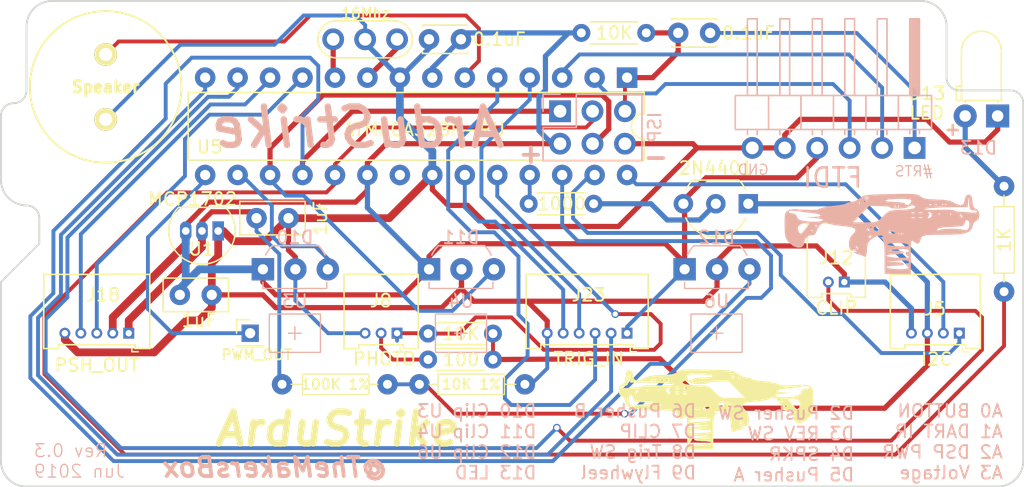
<source format=kicad_pcb>
(kicad_pcb (version 4) (host pcbnew 4.0.7)

  (general
    (links 73)
    (no_connects 0)
    (area 100.559999 31.175 271.419429 135.065001)
    (thickness 1.6)
    (drawings 92)
    (tracks 390)
    (zones 0)
    (modules 32)
    (nets 33)
  )

  (page A4)
  (title_block
    (date "lun. 30 mars 2015")
  )

  (layers
    (0 F.Cu signal)
    (31 B.Cu signal)
    (32 B.Adhes user)
    (33 F.Adhes user)
    (34 B.Paste user)
    (35 F.Paste user)
    (36 B.SilkS user)
    (37 F.SilkS user)
    (38 B.Mask user)
    (39 F.Mask user)
    (40 Dwgs.User user hide)
    (41 Cmts.User user)
    (42 Eco1.User user)
    (43 Eco2.User user)
    (44 Edge.Cuts user)
    (45 Margin user)
    (46 B.CrtYd user)
    (47 F.CrtYd user)
    (48 B.Fab user)
    (49 F.Fab user)
  )

  (setup
    (last_trace_width 0.25)
    (user_trace_width 0.254)
    (user_trace_width 0.3048)
    (user_trace_width 0.4064)
    (user_trace_width 0.6096)
    (user_trace_width 0.9144)
    (user_trace_width 1.524)
    (user_trace_width 2.032)
    (trace_clearance 0.2)
    (zone_clearance 0.508)
    (zone_45_only no)
    (trace_min 0.2)
    (segment_width 0.15)
    (edge_width 0.15)
    (via_size 0.6)
    (via_drill 0.4)
    (via_min_size 0.4)
    (via_min_drill 0.3)
    (uvia_size 0.3)
    (uvia_drill 0.1)
    (uvias_allowed no)
    (uvia_min_size 0.2)
    (uvia_min_drill 0.1)
    (pcb_text_width 0.3)
    (pcb_text_size 1.5 1.5)
    (mod_edge_width 0.15)
    (mod_text_size 1 1)
    (mod_text_width 0.15)
    (pad_size 2.4 2.4)
    (pad_drill 1.4)
    (pad_to_mask_clearance 0)
    (aux_axis_origin 110.998 126.365)
    (grid_origin 110.998 126.365)
    (visible_elements 7FFFFFFF)
    (pcbplotparams
      (layerselection 0x010f0_80000001)
      (usegerberextensions true)
      (excludeedgelayer true)
      (linewidth 0.100000)
      (plotframeref false)
      (viasonmask false)
      (mode 1)
      (useauxorigin false)
      (hpglpennumber 1)
      (hpglpenspeed 20)
      (hpglpendiameter 15)
      (hpglpenoverlay 2)
      (psnegative false)
      (psa4output false)
      (plotreference true)
      (plotvalue true)
      (plotinvisibletext false)
      (padsonsilk false)
      (subtractmaskfromsilk false)
      (outputformat 1)
      (mirror false)
      (drillshape 0)
      (scaleselection 1)
      (outputdirectory gerbers/))
  )

  (net 0 "")
  (net 1 /Reset)
  (net 2 GND)
  (net 3 /A0)
  (net 4 /A1)
  (net 5 /A2)
  (net 6 /A3)
  (net 7 /AREF)
  (net 8 "/A4(SDA)")
  (net 9 "/A5(SCL)")
  (net 10 "/9(**)")
  (net 11 /8)
  (net 12 /7)
  (net 13 "/6(**)")
  (net 14 "/5(**)")
  (net 15 /4)
  (net 16 "/3(**)")
  (net 17 /2)
  (net 18 "/13(SCK)")
  (net 19 "/12(MISO)")
  (net 20 VCC)
  (net 21 "Net-(D2-Pad2)")
  (net 22 "Net-(U5-Pad9)")
  (net 23 "Net-(U5-Pad10)")
  (net 24 "/11(MOSI)")
  (net 25 "/10(SS)")
  (net 26 "/0(Rx)")
  (net 27 "/1(Tx)")
  (net 28 /Vin)
  (net 29 /#RTS)
  (net 30 "Net-(J8-Pad2)")
  (net 31 "Net-(J5-Pad3)")
  (net 32 "Net-(Q3-Pad2)")

  (net_class Default "This is the default net class."
    (clearance 0.2)
    (trace_width 0.25)
    (via_dia 0.6)
    (via_drill 0.4)
    (uvia_dia 0.3)
    (uvia_drill 0.1)
    (add_net /#RTS)
    (add_net "/0(Rx)")
    (add_net "/1(Tx)")
    (add_net "/10(SS)")
    (add_net "/11(MOSI)")
    (add_net "/12(MISO)")
    (add_net "/13(SCK)")
    (add_net /2)
    (add_net "/3(**)")
    (add_net /4)
    (add_net "/5(**)")
    (add_net "/6(**)")
    (add_net /7)
    (add_net /8)
    (add_net "/9(**)")
    (add_net /A0)
    (add_net /A1)
    (add_net /A2)
    (add_net /A3)
    (add_net "/A4(SDA)")
    (add_net "/A5(SCL)")
    (add_net /AREF)
    (add_net /Reset)
    (add_net /Vin)
    (add_net GND)
    (add_net "Net-(D2-Pad2)")
    (add_net "Net-(J5-Pad3)")
    (add_net "Net-(J8-Pad2)")
    (add_net "Net-(Q3-Pad2)")
    (add_net "Net-(U5-Pad10)")
    (add_net "Net-(U5-Pad9)")
    (add_net VCC)
  )

  (module footprints:Molex_PicoBlade_53048-0410_04x1.25mm_Angled (layer F.Cu) (tedit 5CE5B7F0) (tstamp 5CE79943)
    (at 205.998 112.365 180)
    (descr "Molex PicoBlade, single row, side entry type, through hole, PN:53048-0410")
    (tags "connector molex picoblade")
    (path /5CE17509)
    (fp_text reference J5 (at 1.905 1.905 180) (layer F.SilkS)
      (effects (font (size 1 1) (thickness 0.15)))
    )
    (fp_text value I2C (at 1.778 -2.032 180) (layer F.SilkS)
      (effects (font (size 1 1) (thickness 0.15)))
    )
    (fp_line (start -0.25 -1.15) (end -0.25 -1.45) (layer F.SilkS) (width 0.12))
    (fp_line (start -0.25 -1.45) (end -0.75 -1.45) (layer F.SilkS) (width 0.12))
    (fp_line (start -0.25 -1.15) (end -0.25 -1.45) (layer F.Fab) (width 0.1))
    (fp_line (start -0.25 -1.45) (end -0.75 -1.45) (layer F.Fab) (width 0.1))
    (fp_line (start 1.85 -1.25) (end -0.15 -1.25) (layer F.CrtYd) (width 0.05))
    (fp_line (start -0.15 -1.25) (end -0.15 -1.55) (layer F.CrtYd) (width 0.05))
    (fp_line (start -0.15 -1.55) (end -2 -1.55) (layer F.CrtYd) (width 0.05))
    (fp_line (start -2 -1.55) (end -2 4.95) (layer F.CrtYd) (width 0.05))
    (fp_line (start -2 4.95) (end 1.85 4.95) (layer F.CrtYd) (width 0.05))
    (fp_line (start 1.85 -1.25) (end 3.9 -1.25) (layer F.CrtYd) (width 0.05))
    (fp_line (start 3.9 -1.25) (end 3.9 -1.55) (layer F.CrtYd) (width 0.05))
    (fp_line (start 3.9 -1.55) (end 5.75 -1.55) (layer F.CrtYd) (width 0.05))
    (fp_line (start 5.75 -1.55) (end 5.75 4.95) (layer F.CrtYd) (width 0.05))
    (fp_line (start 5.75 4.95) (end 1.85 4.95) (layer F.CrtYd) (width 0.05))
    (fp_line (start 1.875 -0.75) (end -0.65 -0.75) (layer F.Fab) (width 0.1))
    (fp_line (start -0.65 -0.75) (end -0.65 -1.05) (layer F.Fab) (width 0.1))
    (fp_line (start -0.65 -1.05) (end -1.5 -1.05) (layer F.Fab) (width 0.1))
    (fp_line (start -1.5 -1.05) (end -1.5 4.45) (layer F.Fab) (width 0.1))
    (fp_line (start -1.5 4.45) (end 1.875 4.45) (layer F.Fab) (width 0.1))
    (fp_line (start 1.875 -0.75) (end 4.4 -0.75) (layer F.Fab) (width 0.1))
    (fp_line (start 4.4 -0.75) (end 4.4 -1.05) (layer F.Fab) (width 0.1))
    (fp_line (start 4.4 -1.05) (end 5.25 -1.05) (layer F.Fab) (width 0.1))
    (fp_line (start 5.25 -1.05) (end 5.25 4.45) (layer F.Fab) (width 0.1))
    (fp_line (start 5.25 4.45) (end 1.875 4.45) (layer F.Fab) (width 0.1))
    (fp_line (start 1.875 -0.9) (end -0.5 -0.9) (layer F.SilkS) (width 0.12))
    (fp_line (start -0.5 -0.9) (end -0.5 -1.2) (layer F.SilkS) (width 0.12))
    (fp_line (start -0.5 -1.2) (end -1.65 -1.2) (layer F.SilkS) (width 0.12))
    (fp_line (start -1.65 -1.2) (end -1.65 4.6) (layer F.SilkS) (width 0.12))
    (fp_line (start -1.65 4.6) (end 1.875 4.6) (layer F.SilkS) (width 0.12))
    (fp_line (start 1.875 -0.9) (end 4.25 -0.9) (layer F.SilkS) (width 0.12))
    (fp_line (start 4.25 -0.9) (end 4.25 -1.2) (layer F.SilkS) (width 0.12))
    (fp_line (start 4.25 -1.2) (end 5.4 -1.2) (layer F.SilkS) (width 0.12))
    (fp_line (start 5.4 -1.2) (end 5.4 4.6) (layer F.SilkS) (width 0.12))
    (fp_line (start 5.4 4.6) (end 1.875 4.6) (layer F.SilkS) (width 0.12))
    (fp_text user %R (at 1.875 3 180) (layer F.Fab)
      (effects (font (size 1 1) (thickness 0.15)))
    )
    (pad 1 thru_hole rect (at 0 0 180) (size 0.85 0.85) (drill 0.5) (layers *.Cu *.Mask)
      (net 8 "/A4(SDA)"))
    (pad 2 thru_hole circle (at 1.25 0 180) (size 0.85 0.85) (drill 0.5) (layers *.Cu *.Mask)
      (net 9 "/A5(SCL)"))
    (pad 3 thru_hole circle (at 2.5 0 180) (size 0.85 0.85) (drill 0.5) (layers *.Cu *.Mask)
      (net 31 "Net-(J5-Pad3)"))
    (pad 4 thru_hole circle (at 3.75 0 180) (size 0.85 0.85) (drill 0.5) (layers *.Cu *.Mask)
      (net 2 GND))
    (model ${KISYS3DMOD}/Connectors_Molex.3dshapes/Molex_PicoBlade_53048-0410_04x1.25mm_Angled.wrl
      (at (xyz 0 0 0))
      (scale (xyz 1 1 1))
      (rotate (xyz 0 0 0))
    )
  )

  (module footprints:Pin_Header_Angled_1x06_Pitch2.54mm (layer B.Cu) (tedit 5D04DD59) (tstamp 5CE766F8)
    (at 202.498 97.865 90)
    (descr "Through hole angled pin header, 1x06, 2.54mm pitch, 6mm pin length, single row")
    (tags "Through hole angled pin header THT 1x06 2.54mm single row")
    (path /5CE157C8)
    (fp_text reference J7 (at 4.385 2.27 90) (layer B.SilkS) hide
      (effects (font (size 1 1) (thickness 0.15)) (justify mirror))
    )
    (fp_text value FTDI (at 4.385 -14.97 90) (layer B.Fab)
      (effects (font (size 1 1) (thickness 0.15)) (justify mirror))
    )
    (fp_line (start 2.135 1.27) (end 4.04 1.27) (layer B.Fab) (width 0.1))
    (fp_line (start 4.04 1.27) (end 4.04 -13.97) (layer B.Fab) (width 0.1))
    (fp_line (start 4.04 -13.97) (end 1.5 -13.97) (layer B.Fab) (width 0.1))
    (fp_line (start 1.5 -13.97) (end 1.5 0.635) (layer B.Fab) (width 0.1))
    (fp_line (start 1.5 0.635) (end 2.135 1.27) (layer B.Fab) (width 0.1))
    (fp_line (start -0.32 0.32) (end 1.5 0.32) (layer B.Fab) (width 0.1))
    (fp_line (start -0.32 0.32) (end -0.32 -0.32) (layer B.Fab) (width 0.1))
    (fp_line (start -0.32 -0.32) (end 1.5 -0.32) (layer B.Fab) (width 0.1))
    (fp_line (start 4.04 0.32) (end 10.04 0.32) (layer B.Fab) (width 0.1))
    (fp_line (start 10.04 0.32) (end 10.04 -0.32) (layer B.Fab) (width 0.1))
    (fp_line (start 4.04 -0.32) (end 10.04 -0.32) (layer B.Fab) (width 0.1))
    (fp_line (start -0.32 -2.22) (end 1.5 -2.22) (layer B.Fab) (width 0.1))
    (fp_line (start -0.32 -2.22) (end -0.32 -2.86) (layer B.Fab) (width 0.1))
    (fp_line (start -0.32 -2.86) (end 1.5 -2.86) (layer B.Fab) (width 0.1))
    (fp_line (start 4.04 -2.22) (end 10.04 -2.22) (layer B.Fab) (width 0.1))
    (fp_line (start 10.04 -2.22) (end 10.04 -2.86) (layer B.Fab) (width 0.1))
    (fp_line (start 4.04 -2.86) (end 10.04 -2.86) (layer B.Fab) (width 0.1))
    (fp_line (start -0.32 -4.76) (end 1.5 -4.76) (layer B.Fab) (width 0.1))
    (fp_line (start -0.32 -4.76) (end -0.32 -5.4) (layer B.Fab) (width 0.1))
    (fp_line (start -0.32 -5.4) (end 1.5 -5.4) (layer B.Fab) (width 0.1))
    (fp_line (start 4.04 -4.76) (end 10.04 -4.76) (layer B.Fab) (width 0.1))
    (fp_line (start 10.04 -4.76) (end 10.04 -5.4) (layer B.Fab) (width 0.1))
    (fp_line (start 4.04 -5.4) (end 10.04 -5.4) (layer B.Fab) (width 0.1))
    (fp_line (start -0.32 -7.3) (end 1.5 -7.3) (layer B.Fab) (width 0.1))
    (fp_line (start -0.32 -7.3) (end -0.32 -7.94) (layer B.Fab) (width 0.1))
    (fp_line (start -0.32 -7.94) (end 1.5 -7.94) (layer B.Fab) (width 0.1))
    (fp_line (start 4.04 -7.3) (end 10.04 -7.3) (layer B.Fab) (width 0.1))
    (fp_line (start 10.04 -7.3) (end 10.04 -7.94) (layer B.Fab) (width 0.1))
    (fp_line (start 4.04 -7.94) (end 10.04 -7.94) (layer B.Fab) (width 0.1))
    (fp_line (start -0.32 -9.84) (end 1.5 -9.84) (layer B.Fab) (width 0.1))
    (fp_line (start -0.32 -9.84) (end -0.32 -10.48) (layer B.Fab) (width 0.1))
    (fp_line (start -0.32 -10.48) (end 1.5 -10.48) (layer B.Fab) (width 0.1))
    (fp_line (start 4.04 -9.84) (end 10.04 -9.84) (layer B.Fab) (width 0.1))
    (fp_line (start 10.04 -9.84) (end 10.04 -10.48) (layer B.Fab) (width 0.1))
    (fp_line (start 4.04 -10.48) (end 10.04 -10.48) (layer B.Fab) (width 0.1))
    (fp_line (start -0.32 -12.38) (end 1.5 -12.38) (layer B.Fab) (width 0.1))
    (fp_line (start -0.32 -12.38) (end -0.32 -13.02) (layer B.Fab) (width 0.1))
    (fp_line (start -0.32 -13.02) (end 1.5 -13.02) (layer B.Fab) (width 0.1))
    (fp_line (start 4.04 -12.38) (end 10.04 -12.38) (layer B.Fab) (width 0.1))
    (fp_line (start 10.04 -12.38) (end 10.04 -13.02) (layer B.Fab) (width 0.1))
    (fp_line (start 4.04 -13.02) (end 10.04 -13.02) (layer B.Fab) (width 0.1))
    (fp_line (start 1.44 1.33) (end 1.44 -14.03) (layer B.SilkS) (width 0.12))
    (fp_line (start 1.44 -14.03) (end 4.1 -14.03) (layer B.SilkS) (width 0.12))
    (fp_line (start 4.1 -14.03) (end 4.1 1.33) (layer B.SilkS) (width 0.12))
    (fp_line (start 4.1 1.33) (end 1.44 1.33) (layer B.SilkS) (width 0.12))
    (fp_line (start 4.1 0.38) (end 10.1 0.38) (layer B.SilkS) (width 0.12))
    (fp_line (start 10.1 0.38) (end 10.1 -0.38) (layer B.SilkS) (width 0.12))
    (fp_line (start 10.1 -0.38) (end 4.1 -0.38) (layer B.SilkS) (width 0.12))
    (fp_line (start 4.1 0.32) (end 10.1 0.32) (layer B.SilkS) (width 0.12))
    (fp_line (start 4.1 0.2) (end 10.1 0.2) (layer B.SilkS) (width 0.12))
    (fp_line (start 4.1 0.08) (end 10.1 0.08) (layer B.SilkS) (width 0.12))
    (fp_line (start 4.1 -0.04) (end 10.1 -0.04) (layer B.SilkS) (width 0.12))
    (fp_line (start 4.1 -0.16) (end 10.1 -0.16) (layer B.SilkS) (width 0.12))
    (fp_line (start 4.1 -0.28) (end 10.1 -0.28) (layer B.SilkS) (width 0.12))
    (fp_line (start 1.11 0.38) (end 1.44 0.38) (layer B.SilkS) (width 0.12))
    (fp_line (start 1.11 -0.38) (end 1.44 -0.38) (layer B.SilkS) (width 0.12))
    (fp_line (start 1.44 -1.27) (end 4.1 -1.27) (layer B.SilkS) (width 0.12))
    (fp_line (start 4.1 -2.16) (end 10.1 -2.16) (layer B.SilkS) (width 0.12))
    (fp_line (start 10.1 -2.16) (end 10.1 -2.92) (layer B.SilkS) (width 0.12))
    (fp_line (start 10.1 -2.92) (end 4.1 -2.92) (layer B.SilkS) (width 0.12))
    (fp_line (start 1.042929 -2.16) (end 1.44 -2.16) (layer B.SilkS) (width 0.12))
    (fp_line (start 1.042929 -2.92) (end 1.44 -2.92) (layer B.SilkS) (width 0.12))
    (fp_line (start 1.44 -3.81) (end 4.1 -3.81) (layer B.SilkS) (width 0.12))
    (fp_line (start 4.1 -4.7) (end 10.1 -4.7) (layer B.SilkS) (width 0.12))
    (fp_line (start 10.1 -4.7) (end 10.1 -5.46) (layer B.SilkS) (width 0.12))
    (fp_line (start 10.1 -5.46) (end 4.1 -5.46) (layer B.SilkS) (width 0.12))
    (fp_line (start 1.042929 -4.7) (end 1.44 -4.7) (layer B.SilkS) (width 0.12))
    (fp_line (start 1.042929 -5.46) (end 1.44 -5.46) (layer B.SilkS) (width 0.12))
    (fp_line (start 1.44 -6.35) (end 4.1 -6.35) (layer B.SilkS) (width 0.12))
    (fp_line (start 4.1 -7.24) (end 10.1 -7.24) (layer B.SilkS) (width 0.12))
    (fp_line (start 10.1 -7.24) (end 10.1 -8) (layer B.SilkS) (width 0.12))
    (fp_line (start 10.1 -8) (end 4.1 -8) (layer B.SilkS) (width 0.12))
    (fp_line (start 1.042929 -7.24) (end 1.44 -7.24) (layer B.SilkS) (width 0.12))
    (fp_line (start 1.042929 -8) (end 1.44 -8) (layer B.SilkS) (width 0.12))
    (fp_line (start 1.44 -8.89) (end 4.1 -8.89) (layer B.SilkS) (width 0.12))
    (fp_line (start 4.1 -9.78) (end 10.1 -9.78) (layer B.SilkS) (width 0.12))
    (fp_line (start 10.1 -9.78) (end 10.1 -10.54) (layer B.SilkS) (width 0.12))
    (fp_line (start 10.1 -10.54) (end 4.1 -10.54) (layer B.SilkS) (width 0.12))
    (fp_line (start 1.042929 -9.78) (end 1.44 -9.78) (layer B.SilkS) (width 0.12))
    (fp_line (start 1.042929 -10.54) (end 1.44 -10.54) (layer B.SilkS) (width 0.12))
    (fp_line (start 1.44 -11.43) (end 4.1 -11.43) (layer B.SilkS) (width 0.12))
    (fp_line (start 4.1 -12.32) (end 10.1 -12.32) (layer B.SilkS) (width 0.12))
    (fp_line (start 10.1 -12.32) (end 10.1 -13.08) (layer B.SilkS) (width 0.12))
    (fp_line (start 10.1 -13.08) (end 4.1 -13.08) (layer B.SilkS) (width 0.12))
    (fp_line (start 1.042929 -12.32) (end 1.44 -12.32) (layer B.SilkS) (width 0.12))
    (fp_line (start 1.042929 -13.08) (end 1.44 -13.08) (layer B.SilkS) (width 0.12))
    (fp_line (start -1.8 1.8) (end -1.8 -14.5) (layer B.CrtYd) (width 0.05))
    (fp_line (start -1.8 -14.5) (end 10.55 -14.5) (layer B.CrtYd) (width 0.05))
    (fp_line (start 10.55 -14.5) (end 10.55 1.8) (layer B.CrtYd) (width 0.05))
    (fp_line (start 10.55 1.8) (end -1.8 1.8) (layer B.CrtYd) (width 0.05))
    (fp_text user %R (at 2.77 -6.35 360) (layer B.Fab)
      (effects (font (size 1 1) (thickness 0.15)) (justify mirror))
    )
    (pad 1 thru_hole rect (at 0 0 90) (size 1.7 1.7) (drill 1) (layers *.Cu *.Mask)
      (net 29 /#RTS))
    (pad 2 thru_hole oval (at 0 -2.54 90) (size 1.7 1.7) (drill 1) (layers *.Cu *.Mask)
      (net 27 "/1(Tx)"))
    (pad 3 thru_hole oval (at 0 -5.08 90) (size 1.7 1.7) (drill 1) (layers *.Cu *.Mask)
      (net 26 "/0(Rx)"))
    (pad 4 thru_hole oval (at 0 -7.62 90) (size 1.7 1.7) (drill 1) (layers *.Cu *.Mask)
      (net 20 VCC))
    (pad 5 thru_hole oval (at 0 -10.16 90) (size 1.7 1.7) (drill 1) (layers *.Cu *.Mask)
      (net 2 GND))
    (pad 6 thru_hole oval (at 0 -12.7 90) (size 1.7 1.7) (drill 1) (layers *.Cu *.Mask)
      (net 2 GND))
    (model ${KISYS3DMOD}/Pin_Headers.3dshapes/Pin_Header_Angled_1x06_Pitch2.54mm.wrl
      (at (xyz 0 0 0))
      (scale (xyz 1 1 1))
      (rotate (xyz 0 0 0))
    )
  )

  (module footprints:R__P5.08mm (layer F.Cu) (tedit 5CE6B6CD) (tstamp 5CF899C0)
    (at 167.005 112.395 180)
    (descr "Resistor, Axial_DIN0204 series, Axial, Horizontal, pin pitch=5.08mm, 0.16666666666666666W = 1/6W, length*diameter=3.6*1.6mm^2, http://cdn-reichelt.de/documents/datenblatt/B400/1_4W%23YAG.pdf")
    (tags "Resistor Axial_DIN0204 series Axial Horizontal pin pitch 5.08mm 0.16666666666666666W = 1/6W length 3.6mm diameter 1.6mm")
    (path /5D001371)
    (fp_text reference R20 (at 0 0 180) (layer F.SilkS) hide
      (effects (font (size 1 1) (thickness 0.15)))
    )
    (fp_text value 10K (at 0 0 180) (layer F.SilkS)
      (effects (font (size 1 1) (thickness 0.15)))
    )
    (fp_line (start -1.76 -0.8) (end -1.76 0.8) (layer F.Fab) (width 0.1))
    (fp_line (start -1.76 0.8) (end 1.84 0.8) (layer F.Fab) (width 0.1))
    (fp_line (start 1.84 0.8) (end 1.84 -0.8) (layer F.Fab) (width 0.1))
    (fp_line (start 1.84 -0.8) (end -1.76 -0.8) (layer F.Fab) (width 0.1))
    (fp_line (start -2.5 0) (end -1.76 0) (layer F.Fab) (width 0.1))
    (fp_line (start 2.58 0) (end 1.84 0) (layer F.Fab) (width 0.1))
    (fp_line (start -1.82 -0.86) (end 1.9 -0.86) (layer F.SilkS) (width 0.12))
    (fp_line (start -1.82 0.86) (end 1.9 0.86) (layer F.SilkS) (width 0.12))
    (fp_line (start -3.45 -1.15) (end -3.45 1.15) (layer F.CrtYd) (width 0.05))
    (fp_line (start -3.45 1.15) (end 3.55 1.15) (layer F.CrtYd) (width 0.05))
    (fp_line (start 3.55 1.15) (end 3.55 -1.15) (layer F.CrtYd) (width 0.05))
    (fp_line (start 3.55 -1.15) (end -3.45 -1.15) (layer F.CrtYd) (width 0.05))
    (pad 1 thru_hole circle (at -2.5 0 180) (size 1.4 1.4) (drill 0.7) (layers *.Cu *.Mask)
      (net 31 "Net-(J5-Pad3)"))
    (pad 2 thru_hole oval (at 2.58 0 180) (size 1.4 1.4) (drill 0.7) (layers *.Cu *.Mask)
      (net 4 /A1))
    (model ${KISYS3DMOD}/Resistors_THT.3dshapes/R_Axial_DIN0204_L3.6mm_D1.6mm_P5.08mm_Horizontal.wrl
      (at (xyz 0 0 0))
      (scale (xyz 0.393701 0.393701 0.393701))
      (rotate (xyz 0 0 0))
    )
  )

  (module footprints:Hall_Sensor (layer B.Cu) (tedit 5CF88524) (tstamp 5CE76795)
    (at 151.498 107.365)
    (descr "TO-92 leads in-line, wide, drill 0.8mm (see NXP sot054_po.pdf)")
    (tags "to-92 sc-43 sc-43a sot54 PA33 transistor")
    (path /5CE1F6F9)
    (fp_text reference U3 (at 2.5 2.5 180) (layer B.SilkS)
      (effects (font (size 1 1) (thickness 0.15)) (justify mirror))
    )
    (fp_text value "HALL SENSOR" (at 6.477 0.381 90) (layer B.SilkS) hide
      (effects (font (size 1 1) (thickness 0.15)) (justify mirror))
    )
    (fp_line (start 0.5 6.5) (end 4.5 6.5) (layer B.SilkS) (width 0.1))
    (fp_line (start 4.5 6.5) (end 4.5 3.5) (layer B.SilkS) (width 0.1))
    (fp_line (start 4.5 3.5) (end 0.5 3.5) (layer B.SilkS) (width 0.1))
    (fp_line (start 0.5 3.5) (end 0.5 6.5) (layer B.SilkS) (width 0.1))
    (fp_line (start 2.5 5.5) (end 2.5 4.5) (layer B.SilkS) (width 0.1))
    (fp_line (start 2 5) (end 3 5) (layer B.SilkS) (width 0.1))
    (fp_line (start 0 1) (end 0 1.5) (layer B.SilkS) (width 0.1))
    (fp_line (start 0 1.5) (end 5 1.5) (layer B.SilkS) (width 0.1))
    (fp_line (start 5 1.5) (end 5 1) (layer B.SilkS) (width 0.1))
    (fp_text user %R (at 2.5 2.5 180) (layer B.Fab)
      (effects (font (size 1 1) (thickness 0.15)) (justify mirror))
    )
    (fp_line (start 0.74 -1.85) (end 4.34 -1.85) (layer B.SilkS) (width 0.12))
    (fp_line (start 0.8 -1.75) (end 4.3 -1.75) (layer B.Fab) (width 0.1))
    (fp_line (start -1.01 2.73) (end 6.09 2.73) (layer B.CrtYd) (width 0.05))
    (fp_line (start -1.01 2.73) (end -1.01 -2.01) (layer B.CrtYd) (width 0.05))
    (fp_line (start 6.09 -2.01) (end 6.09 2.73) (layer B.CrtYd) (width 0.05))
    (fp_line (start 6.09 -2.01) (end -1.01 -2.01) (layer B.CrtYd) (width 0.05))
    (fp_arc (start 2.54 0) (end 0.74 -1.85) (angle -20) (layer B.SilkS) (width 0.12))
    (fp_arc (start 2.54 0) (end 4.34 -1.85) (angle 20) (layer B.SilkS) (width 0.12))
    (pad 3 thru_hole circle (at 5.08 0 270) (size 1.75 1.75) (drill 0.8) (layers *.Cu *.Mask)
      (net 25 "/10(SS)"))
    (pad 2 thru_hole circle (at 2.54 0 270) (size 1.75 1.75) (drill 0.8) (layers *.Cu *.Mask)
      (net 2 GND))
    (pad 1 thru_hole rect (at 0 0 270) (size 1.75 1.75) (drill 0.8) (layers *.Cu *.Mask)
      (net 20 VCC))
    (model ${KISYS3DMOD}/TO_SOT_Packages_THT.3dshapes/TO-92_Inline_Wide.wrl
      (at (xyz 0.1 0 0))
      (scale (xyz 1 1 1))
      (rotate (xyz 0 0 -90))
    )
  )

  (module footprints:RS_left (layer B.Cu) (tedit 0) (tstamp 5CE959E6)
    (at 199.898 103.632 180)
    (fp_text reference G*** (at 0 0 180) (layer B.SilkS) hide
      (effects (font (thickness 0.3)) (justify mirror))
    )
    (fp_text value LOGO (at 0.75 0 180) (layer B.SilkS) hide
      (effects (font (thickness 0.3)) (justify mirror))
    )
    (fp_poly (pts (xy -0.911206 2.155231) (xy -0.719418 2.151207) (xy 0.063891 2.132351) (xy 0.63387 2.110762)
      (xy 1.032446 2.080655) (xy 1.301548 2.036245) (xy 1.483103 1.971745) (xy 1.619039 1.881371)
      (xy 1.689225 1.818845) (xy 2.008033 1.614019) (xy 2.33009 1.531659) (xy 2.604811 1.494514)
      (xy 2.732566 1.422878) (xy 2.884317 1.359354) (xy 3.220571 1.294332) (xy 3.670989 1.241147)
      (xy 3.708379 1.237926) (xy 4.186614 1.179375) (xy 4.577228 1.098163) (xy 4.797827 1.011552)
      (xy 4.801074 1.008954) (xy 5.02261 0.929782) (xy 5.447369 0.903389) (xy 6.098456 0.92828)
      (xy 6.735358 0.959699) (xy 7.15991 0.932664) (xy 7.413942 0.812377) (xy 7.539281 0.564035)
      (xy 7.577757 0.15284) (xy 7.574448 -0.299705) (xy 7.55567 -0.820243) (xy 7.510798 -1.161318)
      (xy 7.41891 -1.398689) (xy 7.259087 -1.608118) (xy 7.193924 -1.677701) (xy 6.863912 -1.92531)
      (xy 6.524861 -2.032298) (xy 6.241013 -1.99707) (xy 6.076614 -1.818034) (xy 6.058692 -1.705856)
      (xy 5.968432 -1.361303) (xy 5.753707 -1.122475) (xy 5.481651 -1.060821) (xy 5.457641 -1.066143)
      (xy 5.223964 -1.030967) (xy 5.149965 -0.915469) (xy 5.05454 -0.70201) (xy 5.360804 -0.70201)
      (xy 5.424623 -0.765829) (xy 5.488442 -0.70201) (xy 5.424623 -0.638191) (xy 5.360804 -0.70201)
      (xy 5.05454 -0.70201) (xy 4.932278 -0.42852) (xy 4.814707 -0.297822) (xy 5.020435 -0.297822)
      (xy 5.037956 -0.373703) (xy 5.105527 -0.382914) (xy 5.210588 -0.336213) (xy 5.190619 -0.297822)
      (xy 5.039143 -0.282546) (xy 5.020435 -0.297822) (xy 4.814707 -0.297822) (xy 4.662243 -0.128337)
      (xy 4.659982 -0.127638) (xy 5.603089 -0.127638) (xy 5.95326 -0.586736) (xy 6.174867 -0.859023)
      (xy 6.31053 -0.948722) (xy 6.419397 -0.883283) (xy 6.465363 -0.824381) (xy 6.557914 -0.538002)
      (xy 6.500111 -0.365282) (xy 6.258507 -0.170513) (xy 5.988008 -0.127638) (xy 5.603089 -0.127638)
      (xy 4.659982 -0.127638) (xy 4.370531 -0.038187) (xy 4.130644 -0.142242) (xy 3.932515 -0.215108)
      (xy 3.555775 -0.286065) (xy 3.076806 -0.341207) (xy 3.007168 -0.346781) (xy 2.437546 -0.416442)
      (xy 2.111111 -0.527158) (xy 2.017643 -0.689131) (xy 2.146925 -0.912563) (xy 2.297487 -1.055309)
      (xy 2.454343 -1.287508) (xy 2.528973 -1.595379) (xy 2.527458 -1.909553) (xy 2.455878 -2.160665)
      (xy 2.320315 -2.279347) (xy 2.192939 -2.247938) (xy 2.018902 -2.259843) (xy 1.96749 -2.315126)
      (xy 1.949264 -2.4035) (xy 2.042211 -2.361306) (xy 2.14927 -2.327837) (xy 2.118218 -2.405404)
      (xy 1.924519 -2.534056) (xy 1.804929 -2.552763) (xy 1.533048 -2.627586) (xy 1.443954 -2.691523)
      (xy 1.284894 -2.744712) (xy 1.169745 -2.589577) (xy 1.123262 -2.272354) (xy 1.127657 -2.161538)
      (xy 1.818229 -2.161538) (xy 1.835688 -2.169849) (xy 1.952169 -2.079994) (xy 1.978392 -2.042211)
      (xy 2.010917 -1.922883) (xy 1.993457 -1.914572) (xy 1.876977 -2.004427) (xy 1.850753 -2.042211)
      (xy 1.818229 -2.161538) (xy 1.127657 -2.161538) (xy 1.129899 -2.105041) (xy 1.063908 -1.697815)
      (xy 0.868831 -1.449853) (xy 0.588686 -1.25404) (xy 0.3308 -1.141211) (xy 0.765829 -1.141211)
      (xy 0.858483 -1.271187) (xy 0.893467 -1.276382) (xy 1.017787 -1.232833) (xy 1.021105 -1.220095)
      (xy 0.931665 -1.111122) (xy 0.893467 -1.084924) (xy 0.775851 -1.095044) (xy 0.765829 -1.141211)
      (xy 0.3308 -1.141211) (xy 0.279932 -1.118956) (xy 0.018197 -1.067067) (xy -0.120891 -1.120837)
      (xy -0.127638 -1.153844) (xy -0.041897 -1.232306) (xy 0.031909 -1.21063) (xy 0.075966 -1.211759)
      (xy -0.03191 -1.312897) (xy -0.136606 -1.439404) (xy -0.203395 -1.646076) (xy -0.240005 -1.98403)
      (xy -0.254165 -2.504377) (xy -0.255277 -2.790201) (xy -0.255277 -4.084422) (xy -2.297488 -4.084422)
      (xy -2.297488 -3.212143) (xy -2.16985 -3.212143) (xy -2.090845 -3.275613) (xy -2.042211 -3.254773)
      (xy -1.924407 -3.260608) (xy -1.914573 -3.303527) (xy -2.008367 -3.481674) (xy -2.055838 -3.518472)
      (xy -2.138349 -3.628623) (xy -1.989115 -3.701738) (xy -1.629636 -3.732921) (xy -1.161658 -3.72208)
      (xy -0.753879 -3.682098) (xy -0.47197 -3.62132) (xy -0.382915 -3.562532) (xy -0.498335 -3.498838)
      (xy -0.796068 -3.456594) (xy -1.084925 -3.446231) (xy -1.541595 -3.418417) (xy -1.754013 -3.351641)
      (xy -1.725061 -3.270897) (xy -1.457622 -3.201183) (xy -1.053015 -3.169497) (xy -0.319096 -3.14804)
      (xy -1.084925 -3.07237) (xy -1.636815 -3.031926) (xy -1.975862 -3.046373) (xy -2.139543 -3.12054)
      (xy -2.16985 -3.212143) (xy -2.297488 -3.212143) (xy -2.297488 -2.77613) (xy -2.170137 -2.77613)
      (xy -2.053693 -2.81773) (xy -1.746923 -2.837356) (xy -1.314131 -2.831168) (xy -1.27667 -2.829475)
      (xy -0.836188 -2.793268) (xy -0.516986 -2.737816) (xy -0.383625 -2.674645) (xy -0.382915 -2.669928)
      (xy -0.498334 -2.605761) (xy -0.796064 -2.563204) (xy -1.084925 -2.552763) (xy -1.53721 -2.523775)
      (xy -1.752742 -2.454653) (xy -1.728427 -2.372168) (xy -1.461169 -2.303086) (xy -1.116834 -2.276682)
      (xy -0.446734 -2.255878) (xy -1.148744 -2.178863) (xy -1.685843 -2.137029) (xy -2.009264 -2.158537)
      (xy -2.153794 -2.24815) (xy -2.16985 -2.318676) (xy -2.090845 -2.382145) (xy -2.042211 -2.361306)
      (xy -1.93294 -2.390242) (xy -1.914573 -2.481412) (xy -1.981213 -2.656048) (xy -2.042211 -2.680402)
      (xy -2.166584 -2.753933) (xy -2.170137 -2.77613) (xy -2.297488 -2.77613) (xy -2.297488 -2.724438)
      (xy -2.298966 -2.124339) (xy -2.306463 -1.841992) (xy -2.160566 -1.841992) (xy -2.10854 -1.912128)
      (xy -1.820417 -1.944721) (xy -1.304742 -1.937313) (xy -1.275635 -1.935968) (xy -0.841009 -1.899865)
      (xy -0.547858 -1.844827) (xy -0.45091 -1.78147) (xy -0.453232 -1.77642) (xy -0.614041 -1.710015)
      (xy -0.937846 -1.670804) (xy -1.333576 -1.661173) (xy -1.71016 -1.683504) (xy -1.967953 -1.736771)
      (xy -2.160566 -1.841992) (xy -2.306463 -1.841992) (xy -2.309115 -1.742145) (xy -2.336506 -1.540486)
      (xy -2.389708 -1.48199) (xy -2.477293 -1.529286) (xy -2.55578 -1.598206) (xy -2.807897 -1.738812)
      (xy -2.986368 -1.63575) (xy -3.084546 -1.340402) (xy -3.128256 -1.222482) (xy -3.23439 -1.137463)
      (xy -3.439104 -1.08015) (xy -3.778551 -1.04535) (xy -4.288887 -1.027866) (xy -5.006266 -1.022505)
      (xy -5.296985 -1.022513) (xy -6.044382 -0.997822) (xy -6.300958 -0.957286) (xy -1.659297 -0.957286)
      (xy -1.595478 -1.021105) (xy -1.531659 -0.957286) (xy -1.40402 -0.957286) (xy -1.340201 -1.021105)
      (xy -1.276382 -0.957286) (xy -1.340201 -0.893467) (xy -1.40402 -0.957286) (xy -1.531659 -0.957286)
      (xy -1.595478 -0.893467) (xy -1.659297 -0.957286) (xy -6.300958 -0.957286) (xy -6.571149 -0.914599)
      (xy -6.63239 -0.886795) (xy -1.080801 -0.886795) (xy -1.03695 -0.949875) (xy -0.856195 -0.950352)
      (xy -0.646217 -0.898727) (xy -0.535829 -0.833651) (xy -0.585284 -0.780448) (xy -0.737024 -0.765829)
      (xy -0.988107 -0.817032) (xy -1.080801 -0.886795) (xy -6.63239 -0.886795) (xy -6.907457 -0.761914)
      (xy -7.083475 -0.52884) (xy -7.123053 -0.361045) (xy -7.189016 -0.202943) (xy -6.901187 -0.202943)
      (xy -6.860265 -0.460529) (xy -6.730895 -0.641296) (xy -6.669096 -0.666493) (xy -6.447046 -0.670472)
      (xy -6.38191 -0.638633) (xy -6.231574 -0.601222) (xy -5.896865 -0.5738) (xy -5.44865 -0.56204)
      (xy -5.424623 -0.561965) (xy -4.964967 -0.579139) (xy -4.607682 -0.625945) (xy -4.427841 -0.69239)
      (xy -4.42571 -0.694913) (xy -4.357939 -0.732646) (xy -4.372165 -0.638191) (xy -4.445584 -0.556381)
      (xy 0.180384 -0.556381) (xy 0.1909 -0.637289) (xy 0.374534 -0.760502) (xy 0.379772 -0.757518)
      (xy 0.924761 -0.757518) (xy 0.942221 -0.765829) (xy 1.058701 -0.675974) (xy 1.084924 -0.638191)
      (xy 1.117449 -0.518863) (xy 1.09999 -0.510552) (xy 0.983509 -0.600407) (xy 0.957286 -0.638191)
      (xy 0.924761 -0.757518) (xy 0.379772 -0.757518) (xy 0.564568 -0.652263) (xy 0.57962 -0.629699)
      (xy 0.608437 -0.450811) (xy 0.596633 -0.446733) (xy 0.765829 -0.446733) (xy 0.829648 -0.510552)
      (xy 0.893467 -0.446733) (xy 0.829648 -0.382914) (xy 0.765829 -0.446733) (xy 0.596633 -0.446733)
      (xy 0.450894 -0.396385) (xy 0.31651 -0.430064) (xy 0.180384 -0.556381) (xy -4.445584 -0.556381)
      (xy -4.464529 -0.535272) (xy -4.703115 -0.467214) (xy -5.130438 -0.425139) (xy -5.466806 -0.409662)
      (xy -5.983445 -0.385424) (xy -6.295239 -0.348663) (xy -6.452616 -0.285492) (xy -6.506004 -0.182021)
      (xy -6.509548 -0.122476) (xy -6.590624 0.081577) (xy -6.701005 0.127639) (xy -6.84949 0.0277)
      (xy -6.901187 -0.202943) (xy -7.189016 -0.202943) (xy -7.246524 -0.065109) (xy -7.410239 0.038873)
      (xy -7.60101 0.199369) (xy -7.619507 0.271212) (xy -6.348745 0.271212) (xy -6.255244 0.332387)
      (xy -6.238433 0.348878) (xy -6.162465 0.474978) (xy -3.950888 0.474978) (xy -3.871692 0.340369)
      (xy -3.706997 0.250805) (xy -3.658289 0.293222) (xy -3.238899 0.293222) (xy -3.063317 0.27543)
      (xy -2.969705 0.285793) (xy -2.625043 0.285793) (xy -2.499582 0.265353) (xy -2.334033 0.288821)
      (xy -2.332056 0.332392) (xy -2.502886 0.362861) (xy -2.576696 0.342468) (xy -2.625043 0.285793)
      (xy -2.969705 0.285793) (xy -2.882118 0.295489) (xy -2.903769 0.339809) (xy -3.165089 0.356667)
      (xy -3.222865 0.339809) (xy -3.238899 0.293222) (xy -3.658289 0.293222) (xy -3.63395 0.314417)
      (xy -3.691207 0.434322) (xy -3.771884 0.599554) (xy -3.67903 0.676137) (xy -3.238899 0.676137)
      (xy -3.063317 0.658345) (xy -2.96971 0.668707) (xy -2.625043 0.668707) (xy -2.499582 0.648268)
      (xy -2.334033 0.671735) (xy -2.332056 0.715306) (xy -2.502886 0.745776) (xy -2.576696 0.725383)
      (xy -2.625043 0.668707) (xy -2.96971 0.668707) (xy -2.882118 0.678403) (xy -2.903769 0.722724)
      (xy -3.165089 0.739582) (xy -3.222865 0.722724) (xy -3.238899 0.676137) (xy -3.67903 0.676137)
      (xy -3.674926 0.679521) (xy -3.618609 0.736827) (xy -3.733417 0.755753) (xy -3.918263 0.671927)
      (xy -3.950888 0.474978) (xy -6.162465 0.474978) (xy -6.137614 0.516227) (xy -6.150533 0.574372)
      (xy -5.488442 0.574372) (xy -5.424623 0.510553) (xy -5.360804 0.574372) (xy -4.594975 0.574372)
      (xy -4.531156 0.510553) (xy -4.467337 0.574372) (xy -4.531156 0.638191) (xy -4.594975 0.574372)
      (xy -5.360804 0.574372) (xy -5.424623 0.638191) (xy -5.488442 0.574372) (xy -6.150533 0.574372)
      (xy -6.151284 0.57775) (xy -6.24623 0.539446) (xy -6.309884 0.420329) (xy -6.348745 0.271212)
      (xy -7.619507 0.271212) (xy -7.672873 0.478482) (xy -7.625889 0.768969) (xy -7.622598 0.772833)
      (xy -7.530654 0.772833) (xy -7.418052 0.711067) (xy -7.134565 0.6975) (xy -6.988191 0.708092)
      (xy -6.551355 0.744119) (xy -6.159229 0.762313) (xy -6.094724 0.762881) (xy -5.83999 0.792777)
      (xy -5.744005 0.859531) (xy -5.625765 0.897094) (xy -5.3072 0.919242) (xy -4.842933 0.9235)
      (xy -4.500689 0.915897) (xy -3.985465 0.907244) (xy -3.594162 0.917116) (xy -3.37606 0.943265)
      (xy -3.350895 0.968316) (xy -3.520986 1.018019) (xy -3.895577 1.063179) (xy -4.423897 1.100617)
      (xy -4.809684 1.116835) (xy -2.648886 1.116835) (xy -2.485693 1.018194) (xy -2.075944 0.950275)
      (xy -1.592165 0.919559) (xy -1.081933 0.894366) (xy -0.749047 0.847449) (xy -0.515645 0.751351)
      (xy -0.303862 0.578615) (xy -0.13457 0.405578) (xy 0.108254 0.162623) (xy 0.313917 0.020843)
      (xy 0.562701 -0.046663) (xy 0.934888 -0.0668) (xy 1.276382 -0.067247) (xy 2.233668 -0.063819)
      (xy 2.085298 0.086073) (xy 4.582082 0.086073) (xy 4.809638 0.014946) (xy 4.850251 0.007664)
      (xy 5.28298 -0.022822) (xy 5.773688 0.004078) (xy 6.215003 0.07738) (xy 6.482305 0.174621)
      (xy 6.62535 0.376624) (xy 6.637186 0.454267) (xy 6.748374 0.600149) (xy 6.956281 0.638191)
      (xy 7.196059 0.68742) (xy 7.275377 0.782143) (xy 7.163001 0.867685) (xy 6.822048 0.853014)
      (xy 6.756724 0.843158) (xy 6.327146 0.781943) (xy 5.793735 0.715783) (xy 5.480342 0.681024)
      (xy 5.023643 0.610929) (xy 4.779433 0.527967) (xy 4.758197 0.447707) (xy 4.970421 0.385713)
      (xy 5.265075 0.361459) (xy 5.807537 0.340002) (xy 5.296985 0.293173) (xy 4.838141 0.233102)
      (xy 4.595711 0.16143) (xy 4.582082 0.086073) (xy 2.085298 0.086073) (xy 0.957286 1.225655)
      (xy 0.108216 1.219109) (xy -0.309003 1.202877) (xy -0.592685 1.166534) (xy -0.682581 1.117877)
      (xy -0.68199 1.116835) (xy -0.763448 1.064818) (xy -1.035181 1.030051) (xy -1.325136 1.021106)
      (xy -1.727067 1.042596) (xy -2.016184 1.097906) (xy -2.10603 1.148744) (xy -2.201663 1.212563)
      (xy -1.40402 1.212563) (xy -1.340201 1.148744) (xy -1.276382 1.212563) (xy -1.148744 1.212563)
      (xy -1.084925 1.148744) (xy -1.021106 1.212563) (xy -1.084925 1.276382) (xy -1.148744 1.212563)
      (xy -1.276382 1.212563) (xy -1.340201 1.276382) (xy -1.40402 1.212563) (xy -2.201663 1.212563)
      (xy -2.264695 1.254626) (xy -2.477567 1.271348) (xy -2.632991 1.205472) (xy -2.648886 1.116835)
      (xy -4.809684 1.116835) (xy -5.055173 1.127155) (xy -5.738633 1.139615) (xy -6.086609 1.139555)
      (xy -6.748595 1.134993) (xy -6.799072 1.620512) (xy -6.829632 1.888421) (xy -6.848098 1.933167)
      (xy -6.861742 1.742538) (xy -6.871006 1.499749) (xy -6.896548 1.132478) (xy -6.963894 0.953784)
      (xy -7.110488 0.897005) (xy -7.211558 0.893468) (xy -7.451467 0.852157) (xy -7.530654 0.772833)
      (xy -7.622598 0.772833) (xy -7.460117 0.963587) (xy -7.409712 0.982372) (xy -7.233376 1.102165)
      (xy -7.14302 1.383279) (xy -7.122527 1.576704) (xy -7.074155 1.921802) (xy -6.972644 2.076396)
      (xy -6.828643 2.106031) (xy -6.637314 2.039261) (xy -6.546647 1.798705) (xy -6.533371 1.691206)
      (xy -6.427146 1.371622) (xy -6.191615 1.271969) (xy -5.985108 1.340201) (xy -5.105528 1.340201)
      (xy -5.041709 1.276382) (xy -4.97789 1.340201) (xy -4.850252 1.340201) (xy -4.786432 1.276382)
      (xy -4.722613 1.340201) (xy -4.339699 1.340201) (xy -4.27588 1.276382) (xy -4.212061 1.340201)
      (xy -4.233334 1.361474) (xy -3.914238 1.361474) (xy -3.896717 1.285594) (xy -3.829146 1.276382)
      (xy -3.724085 1.323083) (xy -3.744054 1.361474) (xy -3.895531 1.37675) (xy -3.914238 1.361474)
      (xy -4.233334 1.361474) (xy -4.27588 1.40402) (xy -4.339699 1.340201) (xy -4.722613 1.340201)
      (xy -4.786432 1.40402) (xy -4.850252 1.340201) (xy -4.97789 1.340201) (xy -5.041709 1.40402)
      (xy -5.105528 1.340201) (xy -5.985108 1.340201) (xy -5.827254 1.392357) (xy -5.659782 1.492758)
      (xy -5.505963 1.556426) (xy -2.34023 1.556426) (xy -2.216381 1.376191) (xy -2.049634 1.277357)
      (xy -2.034116 1.276382) (xy -1.876948 1.368384) (xy -1.850754 1.40402) (xy -1.700079 1.46784)
      (xy 1.659296 1.46784) (xy 1.723115 1.40402) (xy 1.786934 1.46784) (xy 1.723115 1.531659)
      (xy 1.659296 1.46784) (xy -1.700079 1.46784) (xy -1.690222 1.472015) (xy -1.354179 1.518315)
      (xy -1.00604 1.531659) (xy -0.56919 1.55064) (xy -0.340824 1.604262) (xy -0.335894 1.616751)
      (xy 1.19129 1.616751) (xy 1.20881 1.54087) (xy 1.276382 1.531659) (xy 1.381442 1.578359)
      (xy 1.361474 1.616751) (xy 1.209997 1.632027) (xy 1.19129 1.616751) (xy -0.335894 1.616751)
      (xy -0.319096 1.659297) (xy -0.474221 1.717657) (xy -0.805032 1.759244) (xy -1.232386 1.782345)
      (xy -1.677136 1.785251) (xy -2.060138 1.766251) (xy -2.302247 1.723635) (xy -2.338926 1.70295)
      (xy -2.34023 1.556426) (xy -5.505963 1.556426) (xy -5.335565 1.626956) (xy -4.841259 1.70124)
      (xy -4.33048 1.722453) (xy -3.763435 1.745478) (xy -3.38939 1.804241) (xy -3.342403 1.82488)
      (xy 0.973161 1.82488) (xy 1.148743 1.807088) (xy 1.329942 1.827147) (xy 1.308291 1.871467)
      (xy 1.046972 1.888326) (xy 0.989196 1.871467) (xy 0.973161 1.82488) (xy -3.342403 1.82488)
      (xy -3.147185 1.910629) (xy -3.076924 1.966078) (xy -2.958868 2.051738) (xy -2.797876 2.111486)
      (xy -2.553282 2.148515) (xy -2.184418 2.16602) (xy -1.650615 2.167194) (xy -0.911206 2.155231)) (layer B.SilkS) (width 0.01))
  )

  (module footprints:SPEAKER (layer F.Cu) (tedit 5D04DAF3) (tstamp 5CF7F78A)
    (at 139.192 93.091)
    (descr "Switch inverseur")
    (tags "SWITCH DEV")
    (path /5CF98DB6)
    (fp_text reference LS1 (at 0 5.08) (layer F.SilkS) hide
      (effects (font (size 1.016 1.016) (thickness 0.2032)))
    )
    (fp_text value Speaker (at 0 0) (layer F.SilkS)
      (effects (font (size 0.889 0.889) (thickness 0.22225)))
    )
    (fp_circle (center 0 0) (end -5.842 -1.016) (layer F.SilkS) (width 0.15))
    (pad 2 thru_hole circle (at 0 2.54) (size 1.778 1.778) (drill 1.016) (layers *.Cu *.Mask F.SilkS)
      (net 2 GND))
    (pad 1 thru_hole circle (at 0 -2.54) (size 1.778 1.778) (drill 1.016) (layers *.Cu *.Mask F.SilkS)
      (net 15 /4))
  )

  (module footprints:DIP-28_W7.62mm (layer F.Cu) (tedit 5D04FA62) (tstamp 5BB69B80)
    (at 179.998 92.365 270)
    (descr "28-lead though-hole mounted DIP package, row spacing 7.62 mm (300 mils)")
    (tags "THT DIP DIL PDIP 2.54mm 7.62mm 300mil")
    (path /5BB5CB12)
    (fp_text reference U5 (at 5.425 32.678 360) (layer F.SilkS)
      (effects (font (size 1 1) (thickness 0.15)))
    )
    (fp_text value ATMEGA328P-PU (at 4.064 15.875 360) (layer F.SilkS)
      (effects (font (size 1 1) (thickness 0.15)))
    )
    (fp_arc (start 3.81 -1.33) (end 2.81 -1.33) (angle -180) (layer F.SilkS) (width 0.12))
    (fp_line (start 1.635 -1.27) (end 6.985 -1.27) (layer F.Fab) (width 0.1))
    (fp_line (start 6.985 -1.27) (end 6.985 34.29) (layer F.Fab) (width 0.1))
    (fp_line (start 6.985 34.29) (end 0.635 34.29) (layer F.Fab) (width 0.1))
    (fp_line (start 0.635 34.29) (end 0.635 -0.27) (layer F.Fab) (width 0.1))
    (fp_line (start 0.635 -0.27) (end 1.635 -1.27) (layer F.Fab) (width 0.1))
    (fp_line (start 2.81 -1.33) (end 1.16 -1.33) (layer F.SilkS) (width 0.12))
    (fp_line (start 1.16 -1.33) (end 1.16 34.35) (layer F.SilkS) (width 0.12))
    (fp_line (start 1.16 34.35) (end 6.46 34.35) (layer F.SilkS) (width 0.12))
    (fp_line (start 6.46 34.35) (end 6.46 -1.33) (layer F.SilkS) (width 0.12))
    (fp_line (start 6.46 -1.33) (end 4.81 -1.33) (layer F.SilkS) (width 0.12))
    (fp_line (start -1.1 -1.55) (end -1.1 34.55) (layer F.CrtYd) (width 0.05))
    (fp_line (start -1.1 34.55) (end 8.7 34.55) (layer F.CrtYd) (width 0.05))
    (fp_line (start 8.7 34.55) (end 8.7 -1.55) (layer F.CrtYd) (width 0.05))
    (fp_line (start 8.7 -1.55) (end -1.1 -1.55) (layer F.CrtYd) (width 0.05))
    (fp_text user %R (at 3.81 16.51 270) (layer F.Fab)
      (effects (font (size 1 1) (thickness 0.15)))
    )
    (pad 1 thru_hole rect (at 0 0 270) (size 1.6 1.6) (drill 0.8) (layers *.Cu *.Mask)
      (net 1 /Reset))
    (pad 15 thru_hole oval (at 7.62 33.02 270) (size 1.6 1.6) (drill 0.8) (layers *.Cu *.Mask)
      (net 10 "/9(**)"))
    (pad 2 thru_hole oval (at 0 2.54 270) (size 1.6 1.6) (drill 0.8) (layers *.Cu *.Mask)
      (net 26 "/0(Rx)"))
    (pad 16 thru_hole oval (at 7.62 30.48 270) (size 1.6 1.6) (drill 0.8) (layers *.Cu *.Mask)
      (net 25 "/10(SS)"))
    (pad 3 thru_hole oval (at 0 5.08 270) (size 1.6 1.6) (drill 0.8) (layers *.Cu *.Mask)
      (net 27 "/1(Tx)"))
    (pad 17 thru_hole oval (at 7.62 27.94 270) (size 1.6 1.6) (drill 0.8) (layers *.Cu *.Mask)
      (net 24 "/11(MOSI)"))
    (pad 4 thru_hole oval (at 0 7.62 270) (size 1.6 1.6) (drill 0.8) (layers *.Cu *.Mask)
      (net 17 /2))
    (pad 18 thru_hole oval (at 7.62 25.4 270) (size 1.6 1.6) (drill 0.8) (layers *.Cu *.Mask)
      (net 19 "/12(MISO)"))
    (pad 5 thru_hole oval (at 0 10.16 270) (size 1.6 1.6) (drill 0.8) (layers *.Cu *.Mask)
      (net 16 "/3(**)"))
    (pad 19 thru_hole oval (at 7.62 22.86 270) (size 1.6 1.6) (drill 0.8) (layers *.Cu *.Mask)
      (net 18 "/13(SCK)"))
    (pad 6 thru_hole oval (at 0 12.7 270) (size 1.6 1.6) (drill 0.8) (layers *.Cu *.Mask)
      (net 15 /4))
    (pad 20 thru_hole oval (at 7.62 20.32 270) (size 1.6 1.6) (drill 0.8) (layers *.Cu *.Mask)
      (net 20 VCC))
    (pad 7 thru_hole oval (at 0 15.24 270) (size 1.6 1.6) (drill 0.8) (layers *.Cu *.Mask)
      (net 20 VCC))
    (pad 21 thru_hole oval (at 7.62 17.78 270) (size 1.6 1.6) (drill 0.8) (layers *.Cu *.Mask)
      (net 7 /AREF))
    (pad 8 thru_hole oval (at 0 17.78 270) (size 1.6 1.6) (drill 0.8) (layers *.Cu *.Mask)
      (net 2 GND))
    (pad 22 thru_hole oval (at 7.62 15.24 270) (size 1.6 1.6) (drill 0.8) (layers *.Cu *.Mask)
      (net 2 GND))
    (pad 9 thru_hole oval (at 0 20.32 270) (size 1.6 1.6) (drill 0.8) (layers *.Cu *.Mask)
      (net 22 "Net-(U5-Pad9)"))
    (pad 23 thru_hole oval (at 7.62 12.7 270) (size 1.6 1.6) (drill 0.8) (layers *.Cu *.Mask)
      (net 3 /A0))
    (pad 10 thru_hole oval (at 0 22.86 270) (size 1.6 1.6) (drill 0.8) (layers *.Cu *.Mask)
      (net 23 "Net-(U5-Pad10)"))
    (pad 24 thru_hole oval (at 7.62 10.16 270) (size 1.6 1.6) (drill 0.8) (layers *.Cu *.Mask)
      (net 4 /A1))
    (pad 11 thru_hole oval (at 0 25.4 270) (size 1.6 1.6) (drill 0.8) (layers *.Cu *.Mask)
      (net 14 "/5(**)"))
    (pad 25 thru_hole oval (at 7.62 7.62 270) (size 1.6 1.6) (drill 0.8) (layers *.Cu *.Mask)
      (net 5 /A2))
    (pad 12 thru_hole oval (at 0 27.94 270) (size 1.6 1.6) (drill 0.8) (layers *.Cu *.Mask)
      (net 13 "/6(**)"))
    (pad 26 thru_hole oval (at 7.62 5.08 270) (size 1.6 1.6) (drill 0.8) (layers *.Cu *.Mask)
      (net 6 /A3))
    (pad 13 thru_hole oval (at 0 30.48 270) (size 1.6 1.6) (drill 0.8) (layers *.Cu *.Mask)
      (net 12 /7))
    (pad 27 thru_hole oval (at 7.62 2.54 270) (size 1.6 1.6) (drill 0.8) (layers *.Cu *.Mask)
      (net 8 "/A4(SDA)"))
    (pad 14 thru_hole oval (at 0 33.02 270) (size 1.6 1.6) (drill 0.8) (layers *.Cu *.Mask)
      (net 11 /8))
    (pad 28 thru_hole oval (at 7.62 0 270) (size 1.6 1.6) (drill 0.8) (layers *.Cu *.Mask)
      (net 9 "/A5(SCL)"))
    (model ${KISYS3DMOD}/Housings_DIP.3dshapes/DIP-28_W7.62mm.wrl
      (at (xyz 0 0 0))
      (scale (xyz 1 1 1))
      (rotate (xyz 0 0 0))
    )
  )

  (module footprints:R_Axial_DIN0204_L3.6mm_D1.6mm_P7.62mm_Horizontal (layer F.Cu) (tedit 5CFFDE4D) (tstamp 5CE89C44)
    (at 160.998 116.365 180)
    (descr "Resistor, Axial_DIN0204 series, Axial, Horizontal, pin pitch=7.62mm, 0.16666666666666666W = 1/6W, length*diameter=3.6*1.6mm^2, http://cdn-reichelt.de/documents/datenblatt/B400/1_4W%23YAG.pdf")
    (tags "Resistor Axial_DIN0204 series Axial Horizontal pin pitch 7.62mm 0.16666666666666666W = 1/6W length 3.6mm diameter 1.6mm")
    (path /5CE03953)
    (fp_text reference R8 (at 7.239 0 180) (layer F.Fab)
      (effects (font (size 1 1) (thickness 0.15)))
    )
    (fp_text value "100K 1%" (at 3.81 0 180) (layer F.SilkS)
      (effects (font (size 0.8 0.8) (thickness 0.15)))
    )
    (fp_line (start 6.4 0) (end 7.3 0) (layer F.SilkS) (width 0.1))
    (fp_line (start 1.2 0) (end 0.5 0) (layer F.SilkS) (width 0.1))
    (fp_line (start 1.2 0.8) (end 1.2 -0.8) (layer F.SilkS) (width 0.1))
    (fp_line (start 1.2 -0.8) (end 6.4 -0.8) (layer F.SilkS) (width 0.1))
    (fp_line (start 6.4 -0.8) (end 6.4 0.8) (layer F.SilkS) (width 0.1))
    (fp_line (start 6.4 0.8) (end 1.2 0.8) (layer F.SilkS) (width 0.1))
    (fp_line (start 2.01 -0.8) (end 2.01 0.8) (layer F.Fab) (width 0.1))
    (fp_line (start 2.01 0.8) (end 5.61 0.8) (layer F.Fab) (width 0.1))
    (fp_line (start 5.61 0.8) (end 5.61 -0.8) (layer F.Fab) (width 0.1))
    (fp_line (start 5.61 -0.8) (end 2.01 -0.8) (layer F.Fab) (width 0.1))
    (fp_line (start 0 0) (end 2.01 0) (layer F.Fab) (width 0.1))
    (fp_line (start 7.62 0) (end 5.61 0) (layer F.Fab) (width 0.1))
    (fp_line (start -0.95 -1.15) (end -0.95 1.15) (layer F.CrtYd) (width 0.05))
    (fp_line (start -0.95 1.15) (end 8.6 1.15) (layer F.CrtYd) (width 0.05))
    (fp_line (start 8.6 1.15) (end 8.6 -1.15) (layer F.CrtYd) (width 0.05))
    (fp_line (start 8.6 -1.15) (end -0.95 -1.15) (layer F.CrtYd) (width 0.05))
    (pad 1 thru_hole circle (at -0.25 0 180) (size 1.6 1.6) (drill 0.7) (layers *.Cu *.Mask)
      (net 6 /A3))
    (pad 2 thru_hole circle (at 8 0 180) (size 1.6 1.6) (drill 0.7) (layers *.Cu *.Mask)
      (net 28 /Vin))
    (model ${KISYS3DMOD}/Resistors_THT.3dshapes/R_Axial_DIN0204_L3.6mm_D1.6mm_P7.62mm_Horizontal.wrl
      (at (xyz 0 0 0))
      (scale (xyz 0.393701 0.393701 0.393701))
      (rotate (xyz 0 0 0))
    )
  )

  (module footprints:Resonator-3pin_w7.0mm_h2.5mm (layer F.Cu) (tedit 5CE6DDBF) (tstamp 5BB69BAF)
    (at 156.998 89.365)
    (descr "Ceramic Resomator/Filter 7.0x2.5mm^2, length*width=7.0x2.5mm^2 package, package length=7.0mm, package width=2.5mm, 3 pins")
    (tags "THT ceramic resonator filter")
    (path /5BB6F476)
    (fp_text reference Y1 (at -1.27 1.651) (layer F.SilkS) hide
      (effects (font (size 1 1) (thickness 0.15)))
    )
    (fp_text value 16Mhz (at 2.54 -2.032) (layer F.SilkS)
      (effects (font (size 0.8 0.8) (thickness 0.15)))
    )
    (fp_text user %R (at 2.5 0) (layer F.Fab)
      (effects (font (size 1 1) (thickness 0.15)))
    )
    (fp_line (start 0.25 -1.25) (end 4.75 -1.25) (layer F.Fab) (width 0.1))
    (fp_line (start 0.25 1.25) (end 4.75 1.25) (layer F.Fab) (width 0.1))
    (fp_line (start 0.25 -1.25) (end 4.75 -1.25) (layer F.Fab) (width 0.1))
    (fp_line (start 0.25 1.25) (end 4.75 1.25) (layer F.Fab) (width 0.1))
    (fp_line (start 0.25 -1.45) (end 4.75 -1.45) (layer F.SilkS) (width 0.12))
    (fp_line (start 0.25 1.45) (end 4.75 1.45) (layer F.SilkS) (width 0.12))
    (fp_line (start -1.5 -1.7) (end -1.5 1.7) (layer F.CrtYd) (width 0.05))
    (fp_line (start -1.5 1.7) (end 6.5 1.7) (layer F.CrtYd) (width 0.05))
    (fp_line (start 6.5 1.7) (end 6.5 -1.7) (layer F.CrtYd) (width 0.05))
    (fp_line (start 6.5 -1.7) (end -1.5 -1.7) (layer F.CrtYd) (width 0.05))
    (fp_arc (start 0.25 0) (end 0.25 -1.25) (angle -180) (layer F.Fab) (width 0.1))
    (fp_arc (start 4.75 0) (end 4.75 -1.25) (angle 180) (layer F.Fab) (width 0.1))
    (fp_arc (start 0.25 0) (end 0.25 -1.25) (angle -180) (layer F.Fab) (width 0.1))
    (fp_arc (start 4.75 0) (end 4.75 -1.25) (angle 180) (layer F.Fab) (width 0.1))
    (fp_arc (start 0.25 0) (end 0.25 -1.45) (angle -180) (layer F.SilkS) (width 0.12))
    (fp_arc (start 4.75 0) (end 4.75 -1.45) (angle 180) (layer F.SilkS) (width 0.12))
    (pad 1 thru_hole circle (at 0 0) (size 1.7 1.7) (drill 1) (layers *.Cu *.Mask)
      (net 23 "Net-(U5-Pad10)"))
    (pad 2 thru_hole circle (at 2.5 0) (size 1.7 1.7) (drill 1) (layers *.Cu *.Mask)
      (net 2 GND))
    (pad 3 thru_hole circle (at 5 0) (size 1.7 1.7) (drill 1) (layers *.Cu *.Mask)
      (net 22 "Net-(U5-Pad9)"))
    (model ${KISYS3DMOD}/Crystals.3dshapes/Resonator-3pin_w7.0mm_h2.5mm.wrl
      (at (xyz 0 0 0))
      (scale (xyz 0.393701 0.393701 0.393701))
      (rotate (xyz 0 0 0))
    )
  )

  (module footprints:C_Disc_D5.0mm_W2.5mm_P2.50mm (layer F.Cu) (tedit 5CF858EF) (tstamp 5CE76612)
    (at 150.998 103.365)
    (descr "C, Disc series, Radial, pin pitch=2.50mm, , diameter*width=5*2.5mm^2, Capacitor, http://cdn-reichelt.de/documents/datenblatt/B300/DS_KERKO_TC.pdf")
    (tags "C Disc series Radial pin pitch 2.50mm  diameter 5mm width 2.5mm Capacitor")
    (path /5CE3AD1B)
    (fp_text reference C1 (at 1.25 -2.56) (layer F.SilkS) hide
      (effects (font (size 1 1) (thickness 0.15)))
    )
    (fp_text value 1uF (at 5 0 90) (layer F.SilkS)
      (effects (font (size 1 1) (thickness 0.15)))
    )
    (fp_line (start -1.25 -1.25) (end -1.25 1.25) (layer F.Fab) (width 0.1))
    (fp_line (start -1.25 1.25) (end 3.75 1.25) (layer F.Fab) (width 0.1))
    (fp_line (start 3.75 1.25) (end 3.75 -1.25) (layer F.Fab) (width 0.1))
    (fp_line (start 3.75 -1.25) (end -1.25 -1.25) (layer F.Fab) (width 0.1))
    (fp_line (start -1.31 -1.31) (end 3.81 -1.31) (layer F.SilkS) (width 0.12))
    (fp_line (start -1.31 1.31) (end 3.81 1.31) (layer F.SilkS) (width 0.12))
    (fp_line (start -1.31 -1.31) (end -1.31 1.31) (layer F.SilkS) (width 0.12))
    (fp_line (start 3.81 -1.31) (end 3.81 1.31) (layer F.SilkS) (width 0.12))
    (fp_line (start -1.6 -1.6) (end -1.6 1.6) (layer F.CrtYd) (width 0.05))
    (fp_line (start -1.6 1.6) (end 4.1 1.6) (layer F.CrtYd) (width 0.05))
    (fp_line (start 4.1 1.6) (end 4.1 -1.6) (layer F.CrtYd) (width 0.05))
    (fp_line (start 4.1 -1.6) (end -1.6 -1.6) (layer F.CrtYd) (width 0.05))
    (fp_text user %R (at 1.25 0) (layer F.Fab)
      (effects (font (size 1 1) (thickness 0.15)))
    )
    (pad 1 thru_hole circle (at 0 0) (size 1.6 1.6) (drill 0.8) (layers *.Cu *.Mask)
      (net 28 /Vin))
    (pad 2 thru_hole circle (at 2.5 0) (size 1.6 1.6) (drill 0.8) (layers *.Cu *.Mask)
      (net 2 GND))
    (model ${KISYS3DMOD}/Capacitors_THT.3dshapes/C_Disc_D5.0mm_W2.5mm_P2.50mm.wrl
      (at (xyz 0 0 0))
      (scale (xyz 1 1 1))
      (rotate (xyz 0 0 0))
    )
  )

  (module footprints:C_Disc_D5.0mm_W2.5mm_P2.50mm (layer F.Cu) (tedit 5CF889A3) (tstamp 5CE7664A)
    (at 144.998 109.365)
    (descr "C, Disc series, Radial, pin pitch=2.50mm, , diameter*width=5*2.5mm^2, Capacitor, http://cdn-reichelt.de/documents/datenblatt/B300/DS_KERKO_TC.pdf")
    (tags "C Disc series Radial pin pitch 2.50mm  diameter 5mm width 2.5mm Capacitor")
    (path /5CE3B609)
    (fp_text reference C4 (at 1.25 -2.56) (layer F.SilkS) hide
      (effects (font (size 1 1) (thickness 0.15)))
    )
    (fp_text value 1uF (at 1.5 2 180) (layer F.SilkS)
      (effects (font (size 1 1) (thickness 0.15)))
    )
    (fp_line (start -1.25 -1.25) (end -1.25 1.25) (layer F.Fab) (width 0.1))
    (fp_line (start -1.25 1.25) (end 3.75 1.25) (layer F.Fab) (width 0.1))
    (fp_line (start 3.75 1.25) (end 3.75 -1.25) (layer F.Fab) (width 0.1))
    (fp_line (start 3.75 -1.25) (end -1.25 -1.25) (layer F.Fab) (width 0.1))
    (fp_line (start -1.31 -1.31) (end 3.81 -1.31) (layer F.SilkS) (width 0.12))
    (fp_line (start -1.31 1.31) (end 3.81 1.31) (layer F.SilkS) (width 0.12))
    (fp_line (start -1.31 -1.31) (end -1.31 1.31) (layer F.SilkS) (width 0.12))
    (fp_line (start 3.81 -1.31) (end 3.81 1.31) (layer F.SilkS) (width 0.12))
    (fp_line (start -1.6 -1.6) (end -1.6 1.6) (layer F.CrtYd) (width 0.05))
    (fp_line (start -1.6 1.6) (end 4.1 1.6) (layer F.CrtYd) (width 0.05))
    (fp_line (start 4.1 1.6) (end 4.1 -1.6) (layer F.CrtYd) (width 0.05))
    (fp_line (start 4.1 -1.6) (end -1.6 -1.6) (layer F.CrtYd) (width 0.05))
    (fp_text user %R (at 1.25 0) (layer F.Fab)
      (effects (font (size 1 1) (thickness 0.15)))
    )
    (pad 1 thru_hole circle (at 0 0) (size 1.6 1.6) (drill 0.8) (layers *.Cu *.Mask)
      (net 20 VCC))
    (pad 2 thru_hole circle (at 2.5 0) (size 1.6 1.6) (drill 0.8) (layers *.Cu *.Mask)
      (net 2 GND))
    (model ${KISYS3DMOD}/Capacitors_THT.3dshapes/C_Disc_D5.0mm_W2.5mm_P2.50mm.wrl
      (at (xyz 0 0 0))
      (scale (xyz 1 1 1))
      (rotate (xyz 0 0 0))
    )
  )

  (module footprints:LED_D3.0mm_Horizontal_O1.27mm_Z10.0mm (layer F.Cu) (tedit 5CE7322C) (tstamp 5CE766C5)
    (at 208.998 95.365 180)
    (descr "LED, diameter 3.0mm z-position of LED center 2.0mm, 2 pins, diameter 3.0mm z-position of LED center 2.0mm, 2 pins, diameter 3.0mm z-position of LED center 2.0mm, 2 pins, diameter 3.0mm z-position of LED center 6.0mm, 2 pins, diameter 3.0mm z-position of LED center 6.0mm, 2 pins, diameter 3.0mm z-position of LED center 6.0mm, 2 pins, diameter 3.0mm z-position of LED center 10.0mm, 2 pins")
    (tags "LED diameter 3.0mm z-position of LED center 2.0mm 2 pins diameter 3.0mm z-position of LED center 2.0mm 2 pins diameter 3.0mm z-position of LED center 2.0mm 2 pins diameter 3.0mm z-position of LED center 6.0mm 2 pins diameter 3.0mm z-position of LED center 6.0mm 2 pins diameter 3.0mm z-position of LED center 6.0mm 2 pins diameter 3.0mm z-position of LED center 10.0mm 2 pins")
    (path /5BB7BB61)
    (fp_text reference D2 (at 1.27 -1.96 180) (layer F.SilkS) hide
      (effects (font (size 1 1) (thickness 0.15)))
    )
    (fp_text value D13 (at 5.544 1.766 180) (layer F.SilkS)
      (effects (font (size 1 1) (thickness 0.15)))
    )
    (fp_arc (start 1.27 5.07) (end -0.23 5.07) (angle -180) (layer F.Fab) (width 0.1))
    (fp_arc (start 1.27 5.07) (end -0.29 5.07) (angle -180) (layer F.SilkS) (width 0.12))
    (fp_line (start -0.23 1.27) (end -0.23 5.07) (layer F.Fab) (width 0.1))
    (fp_line (start 2.77 1.27) (end 2.77 5.07) (layer F.Fab) (width 0.1))
    (fp_line (start -0.23 1.27) (end 2.77 1.27) (layer F.Fab) (width 0.1))
    (fp_line (start 3.17 1.27) (end 3.17 2.27) (layer F.Fab) (width 0.1))
    (fp_line (start 3.17 2.27) (end 2.77 2.27) (layer F.Fab) (width 0.1))
    (fp_line (start 2.77 2.27) (end 2.77 1.27) (layer F.Fab) (width 0.1))
    (fp_line (start 2.77 1.27) (end 3.17 1.27) (layer F.Fab) (width 0.1))
    (fp_line (start 0 0) (end 0 1.27) (layer F.Fab) (width 0.1))
    (fp_line (start 0 1.27) (end 0 1.27) (layer F.Fab) (width 0.1))
    (fp_line (start 0 1.27) (end 0 0) (layer F.Fab) (width 0.1))
    (fp_line (start 0 0) (end 0 0) (layer F.Fab) (width 0.1))
    (fp_line (start 2.54 0) (end 2.54 1.27) (layer F.Fab) (width 0.1))
    (fp_line (start 2.54 1.27) (end 2.54 1.27) (layer F.Fab) (width 0.1))
    (fp_line (start 2.54 1.27) (end 2.54 0) (layer F.Fab) (width 0.1))
    (fp_line (start 2.54 0) (end 2.54 0) (layer F.Fab) (width 0.1))
    (fp_line (start -0.29 1.21) (end -0.29 5.07) (layer F.SilkS) (width 0.12))
    (fp_line (start 2.83 1.21) (end 2.83 5.07) (layer F.SilkS) (width 0.12))
    (fp_line (start -0.29 1.21) (end 2.83 1.21) (layer F.SilkS) (width 0.12))
    (fp_line (start 3.23 1.21) (end 3.23 2.33) (layer F.SilkS) (width 0.12))
    (fp_line (start 3.23 2.33) (end 2.83 2.33) (layer F.SilkS) (width 0.12))
    (fp_line (start 2.83 2.33) (end 2.83 1.21) (layer F.SilkS) (width 0.12))
    (fp_line (start 2.83 1.21) (end 3.23 1.21) (layer F.SilkS) (width 0.12))
    (fp_line (start 0 1.08) (end 0 1.21) (layer F.SilkS) (width 0.12))
    (fp_line (start 0 1.21) (end 0 1.21) (layer F.SilkS) (width 0.12))
    (fp_line (start 0 1.21) (end 0 1.08) (layer F.SilkS) (width 0.12))
    (fp_line (start 0 1.08) (end 0 1.08) (layer F.SilkS) (width 0.12))
    (fp_line (start 2.54 1.08) (end 2.54 1.21) (layer F.SilkS) (width 0.12))
    (fp_line (start 2.54 1.21) (end 2.54 1.21) (layer F.SilkS) (width 0.12))
    (fp_line (start 2.54 1.21) (end 2.54 1.08) (layer F.SilkS) (width 0.12))
    (fp_line (start 2.54 1.08) (end 2.54 1.08) (layer F.SilkS) (width 0.12))
    (fp_line (start -1.25 -1.25) (end -1.25 6.9) (layer F.CrtYd) (width 0.05))
    (fp_line (start -1.25 6.9) (end 3.75 6.9) (layer F.CrtYd) (width 0.05))
    (fp_line (start 3.75 6.9) (end 3.75 -1.25) (layer F.CrtYd) (width 0.05))
    (fp_line (start 3.75 -1.25) (end -1.25 -1.25) (layer F.CrtYd) (width 0.05))
    (pad 1 thru_hole rect (at 0 0 180) (size 1.8 1.8) (drill 0.9) (layers *.Cu *.Mask)
      (net 2 GND))
    (pad 2 thru_hole circle (at 2.54 0 180) (size 1.8 1.8) (drill 0.9) (layers *.Cu *.Mask)
      (net 21 "Net-(D2-Pad2)"))
    (model ${KISYS3DMOD}/LEDs.3dshapes/LED_D3.0mm_Horizontal_O1.27mm_Z10.0mm.wrl
      (at (xyz 0 0 0))
      (scale (xyz 0.393701 0.393701 0.393701))
      (rotate (xyz 0 0 0))
    )
  )

  (module footprints:Molex_PicoBlade_53048-0210_02x1.25mm_Angled (layer F.Cu) (tedit 5CE6DA4A) (tstamp 5CE7670E)
    (at 196.998 108.365 180)
    (descr "Molex PicoBlade, single row, side entry type, through hole, PN:53048-0210")
    (tags "connector molex picoblade")
    (path /5CE6BE2A)
    (fp_text reference J12 (at 0.635 1.905 180) (layer F.SilkS)
      (effects (font (size 1 1) (thickness 0.15)))
    )
    (fp_text value CLIP (at 0.635 -2.032 180) (layer F.SilkS)
      (effects (font (size 1 1) (thickness 0.15)))
    )
    (fp_line (start -0.25 -1.15) (end -0.25 -1.45) (layer F.SilkS) (width 0.12))
    (fp_line (start -0.25 -1.45) (end -0.75 -1.45) (layer F.SilkS) (width 0.12))
    (fp_line (start -0.25 -1.15) (end -0.25 -1.45) (layer F.Fab) (width 0.1))
    (fp_line (start -0.25 -1.45) (end -0.75 -1.45) (layer F.Fab) (width 0.1))
    (fp_line (start 0.6 -1.25) (end -0.15 -1.25) (layer F.CrtYd) (width 0.05))
    (fp_line (start -0.15 -1.25) (end -0.15 -1.55) (layer F.CrtYd) (width 0.05))
    (fp_line (start -0.15 -1.55) (end -2 -1.55) (layer F.CrtYd) (width 0.05))
    (fp_line (start -2 -1.55) (end -2 4.95) (layer F.CrtYd) (width 0.05))
    (fp_line (start -2 4.95) (end 0.6 4.95) (layer F.CrtYd) (width 0.05))
    (fp_line (start 0.6 -1.25) (end 1.35 -1.25) (layer F.CrtYd) (width 0.05))
    (fp_line (start 1.35 -1.25) (end 1.35 -1.55) (layer F.CrtYd) (width 0.05))
    (fp_line (start 1.35 -1.55) (end 3.25 -1.55) (layer F.CrtYd) (width 0.05))
    (fp_line (start 3.25 -1.55) (end 3.25 4.95) (layer F.CrtYd) (width 0.05))
    (fp_line (start 3.25 4.95) (end 0.6 4.95) (layer F.CrtYd) (width 0.05))
    (fp_line (start 0.625 -0.75) (end -0.65 -0.75) (layer F.Fab) (width 0.1))
    (fp_line (start -0.65 -0.75) (end -0.65 -1.05) (layer F.Fab) (width 0.1))
    (fp_line (start -0.65 -1.05) (end -1.5 -1.05) (layer F.Fab) (width 0.1))
    (fp_line (start -1.5 -1.05) (end -1.5 4.45) (layer F.Fab) (width 0.1))
    (fp_line (start -1.5 4.45) (end 0.625 4.45) (layer F.Fab) (width 0.1))
    (fp_line (start 0.625 -0.75) (end 1.9 -0.75) (layer F.Fab) (width 0.1))
    (fp_line (start 1.9 -0.75) (end 1.9 -1.05) (layer F.Fab) (width 0.1))
    (fp_line (start 1.9 -1.05) (end 2.75 -1.05) (layer F.Fab) (width 0.1))
    (fp_line (start 2.75 -1.05) (end 2.75 4.45) (layer F.Fab) (width 0.1))
    (fp_line (start 2.75 4.45) (end 0.625 4.45) (layer F.Fab) (width 0.1))
    (fp_line (start 0.625 -0.9) (end -0.5 -0.9) (layer F.SilkS) (width 0.12))
    (fp_line (start -0.5 -0.9) (end -0.5 -1.2) (layer F.SilkS) (width 0.12))
    (fp_line (start -0.5 -1.2) (end -1.65 -1.2) (layer F.SilkS) (width 0.12))
    (fp_line (start -1.65 -1.2) (end -1.65 4.6) (layer F.SilkS) (width 0.12))
    (fp_line (start -1.65 4.6) (end 0.625 4.6) (layer F.SilkS) (width 0.12))
    (fp_line (start 0.625 -0.9) (end 1.75 -0.9) (layer F.SilkS) (width 0.12))
    (fp_line (start 1.75 -0.9) (end 1.75 -1.2) (layer F.SilkS) (width 0.12))
    (fp_line (start 1.75 -1.2) (end 2.9 -1.2) (layer F.SilkS) (width 0.12))
    (fp_line (start 2.9 -1.2) (end 2.9 4.6) (layer F.SilkS) (width 0.12))
    (fp_line (start 2.9 4.6) (end 0.625 4.6) (layer F.SilkS) (width 0.12))
    (fp_text user %R (at 0.625 3 180) (layer F.Fab)
      (effects (font (size 1 1) (thickness 0.15)))
    )
    (pad 1 thru_hole rect (at 0 0 180) (size 0.85 0.85) (drill 0.5) (layers *.Cu *.Mask)
      (net 2 GND))
    (pad 2 thru_hole circle (at 1.25 0 180) (size 0.85 0.85) (drill 0.5) (layers *.Cu *.Mask)
      (net 12 /7))
    (model ${KISYS3DMOD}/Connectors_Molex.3dshapes/Molex_PicoBlade_53048-0210_02x1.25mm_Angled.wrl
      (at (xyz 0 0 0))
      (scale (xyz 1 1 1))
      (rotate (xyz 0 0 0))
    )
  )

  (module Wire_Pads:SolderWirePad_single_2-5mmDrill (layer F.Cu) (tedit 5CF835D3) (tstamp 5CE76736)
    (at 195.998 114.365)
    (path /5D0285EB)
    (fp_text reference J13 (at -0.164 0.062) (layer F.SilkS) hide
      (effects (font (size 1 1) (thickness 0.15)))
    )
    (fp_text value BUTTON (at 1.27 5.08) (layer F.Fab)
      (effects (font (size 1 1) (thickness 0.15)))
    )
    (pad "" np_thru_hole circle (at 0 0) (size 3 3) (drill 3) (layers *.Cu *.Mask))
  )

  (module Wire_Pads:SolderWirePad_single_2-5mmDrill (layer F.Cu) (tedit 5CF835CB) (tstamp 5CE7673A)
    (at 145.998 114.619)
    (path /5CE78195)
    (fp_text reference J14 (at 0.052 -0.192) (layer F.SilkS) hide
      (effects (font (size 1 1) (thickness 0.15)))
    )
    (fp_text value NPTH (at 1.27 5.08) (layer F.Fab)
      (effects (font (size 1 1) (thickness 0.15)))
    )
    (pad "" np_thru_hole circle (at 0 0) (size 3 3) (drill 3) (layers *.Cu *.Mask))
  )

  (module footprints:TO-92_Inline_Narrow_Oval (layer F.Cu) (tedit 5CF858F9) (tstamp 5CE76761)
    (at 147.998 104.365 180)
    (descr "TO-92 leads in-line, narrow, oval pads, drill 0.6mm (see NXP sot054_po.pdf)")
    (tags "to-92 sc-43 sc-43a sot54 PA33 transistor")
    (path /5CE399AF)
    (fp_text reference U1 (at 1.32 -1.41 180) (layer F.SilkS)
      (effects (font (size 1 1) (thickness 0.15)))
    )
    (fp_text value MCP1702 (at 2 2.5 180) (layer F.SilkS)
      (effects (font (size 1 1) (thickness 0.15)))
    )
    (fp_text user %R (at 1.27 -3.56 180) (layer F.Fab)
      (effects (font (size 1 1) (thickness 0.15)))
    )
    (fp_line (start -0.53 1.85) (end 3.07 1.85) (layer F.SilkS) (width 0.12))
    (fp_line (start -0.5 1.75) (end 3 1.75) (layer F.Fab) (width 0.1))
    (fp_line (start -1.46 -2.73) (end 4 -2.73) (layer F.CrtYd) (width 0.05))
    (fp_line (start -1.46 -2.73) (end -1.46 2.01) (layer F.CrtYd) (width 0.05))
    (fp_line (start 4 2.01) (end 4 -2.73) (layer F.CrtYd) (width 0.05))
    (fp_line (start 4 2.01) (end -1.46 2.01) (layer F.CrtYd) (width 0.05))
    (fp_arc (start 1.27 0) (end 1.27 -2.48) (angle 135) (layer F.Fab) (width 0.1))
    (fp_arc (start 1.27 0) (end 1.27 -2.6) (angle -135) (layer F.SilkS) (width 0.12))
    (fp_arc (start 1.27 0) (end 1.27 -2.48) (angle -135) (layer F.Fab) (width 0.1))
    (fp_arc (start 1.27 0) (end 1.27 -2.6) (angle 135) (layer F.SilkS) (width 0.12))
    (pad 2 thru_hole oval (at 1.27 0) (size 0.9 1.5) (drill 0.6) (layers *.Cu *.Mask)
      (net 28 /Vin))
    (pad 3 thru_hole oval (at 2.54 0) (size 0.9 1.5) (drill 0.6) (layers *.Cu *.Mask)
      (net 20 VCC))
    (pad 1 thru_hole rect (at 0 0) (size 0.9 1.5) (drill 0.6) (layers *.Cu *.Mask)
      (net 2 GND))
    (model ${KISYS3DMOD}/TO_SOT_Packages_THT.3dshapes/TO-92_Inline_Narrow_Oval.wrl
      (at (xyz 0.05 0 0))
      (scale (xyz 1 1 1))
      (rotate (xyz 0 0 -90))
    )
  )

  (module footprints:C_Disc_D3.4mm_W2.1mm_P2.50mm (layer F.Cu) (tedit 5CF8817F) (tstamp 5CE7FAB7)
    (at 166.998 89.365 180)
    (descr "C, Disc series, Radial, pin pitch=2.50mm, , diameter*width=3.4*2.1mm^2, Capacitor, http://www.vishay.com/docs/45233/krseries.pdf")
    (tags "C Disc series Radial pin pitch 2.50mm  diameter 3.4mm width 2.1mm Capacitor")
    (path /5BB79E45)
    (fp_text reference C5 (at 1.155 -0.39 180) (layer F.SilkS) hide
      (effects (font (size 1 1) (thickness 0.15)))
    )
    (fp_text value 0.1uF (at -3 0 180) (layer F.SilkS)
      (effects (font (size 1 1) (thickness 0.15)))
    )
    (fp_line (start -0.45 -1.05) (end -0.45 1.05) (layer F.Fab) (width 0.1))
    (fp_line (start -0.45 1.05) (end 2.95 1.05) (layer F.Fab) (width 0.1))
    (fp_line (start 2.95 1.05) (end 2.95 -1.05) (layer F.Fab) (width 0.1))
    (fp_line (start 2.95 -1.05) (end -0.45 -1.05) (layer F.Fab) (width 0.1))
    (fp_line (start -0.51 -1.11) (end 3.01 -1.11) (layer F.SilkS) (width 0.12))
    (fp_line (start -0.51 1.11) (end 3.01 1.11) (layer F.SilkS) (width 0.12))
    (fp_line (start -0.51 -1.11) (end -0.51 -0.996) (layer F.SilkS) (width 0.12))
    (fp_line (start -0.51 0.996) (end -0.51 1.11) (layer F.SilkS) (width 0.12))
    (fp_line (start 3.01 -1.11) (end 3.01 -0.996) (layer F.SilkS) (width 0.12))
    (fp_line (start 3.01 0.996) (end 3.01 1.11) (layer F.SilkS) (width 0.12))
    (fp_line (start -1.05 -1.4) (end -1.05 1.4) (layer F.CrtYd) (width 0.05))
    (fp_line (start -1.05 1.4) (end 3.55 1.4) (layer F.CrtYd) (width 0.05))
    (fp_line (start 3.55 1.4) (end 3.55 -1.4) (layer F.CrtYd) (width 0.05))
    (fp_line (start 3.55 -1.4) (end -1.05 -1.4) (layer F.CrtYd) (width 0.05))
    (fp_text user %R (at 1.25 0 180) (layer F.Fab)
      (effects (font (size 1 1) (thickness 0.15)))
    )
    (pad 1 thru_hole circle (at 0 0 180) (size 1.6 1.6) (drill 0.8) (layers *.Cu *.Mask)
      (net 20 VCC))
    (pad 2 thru_hole circle (at 2.5 0 180) (size 1.6 1.6) (drill 0.8) (layers *.Cu *.Mask)
      (net 2 GND))
    (model ${KISYS3DMOD}/Capacitors_THT.3dshapes/C_Disc_D3.4mm_W2.1mm_P2.50mm.wrl
      (at (xyz 0 0 0))
      (scale (xyz 1 1 1))
      (rotate (xyz 0 0 0))
    )
  )

  (module footprints:R_Axial_DIN0204_L3.6mm_D1.6mm_P7.62mm_Horizontal (layer F.Cu) (tedit 5CFFDE55) (tstamp 5CE89C59)
    (at 163.998 116.365)
    (descr "Resistor, Axial_DIN0204 series, Axial, Horizontal, pin pitch=7.62mm, 0.16666666666666666W = 1/6W, length*diameter=3.6*1.6mm^2, http://cdn-reichelt.de/documents/datenblatt/B400/1_4W%23YAG.pdf")
    (tags "Resistor Axial_DIN0204 series Axial Horizontal pin pitch 7.62mm 0.16666666666666666W = 1/6W length 3.6mm diameter 1.6mm")
    (path /5CE03959)
    (fp_text reference R12 (at 7.239 0) (layer F.Fab)
      (effects (font (size 1 1) (thickness 0.15)))
    )
    (fp_text value "10K 1%" (at 3.81 0) (layer F.SilkS)
      (effects (font (size 0.8 0.8) (thickness 0.15)))
    )
    (fp_line (start 6.4 0) (end 7.3 0) (layer F.SilkS) (width 0.1))
    (fp_line (start 1.2 0) (end 0.5 0) (layer F.SilkS) (width 0.1))
    (fp_line (start 1.2 0.8) (end 1.2 -0.8) (layer F.SilkS) (width 0.1))
    (fp_line (start 1.2 -0.8) (end 6.4 -0.8) (layer F.SilkS) (width 0.1))
    (fp_line (start 6.4 -0.8) (end 6.4 0.8) (layer F.SilkS) (width 0.1))
    (fp_line (start 6.4 0.8) (end 1.2 0.8) (layer F.SilkS) (width 0.1))
    (fp_line (start 2.01 -0.8) (end 2.01 0.8) (layer F.Fab) (width 0.1))
    (fp_line (start 2.01 0.8) (end 5.61 0.8) (layer F.Fab) (width 0.1))
    (fp_line (start 5.61 0.8) (end 5.61 -0.8) (layer F.Fab) (width 0.1))
    (fp_line (start 5.61 -0.8) (end 2.01 -0.8) (layer F.Fab) (width 0.1))
    (fp_line (start 0 0) (end 2.01 0) (layer F.Fab) (width 0.1))
    (fp_line (start 7.62 0) (end 5.61 0) (layer F.Fab) (width 0.1))
    (fp_line (start -0.95 -1.15) (end -0.95 1.15) (layer F.CrtYd) (width 0.05))
    (fp_line (start -0.95 1.15) (end 8.6 1.15) (layer F.CrtYd) (width 0.05))
    (fp_line (start 8.6 1.15) (end 8.6 -1.15) (layer F.CrtYd) (width 0.05))
    (fp_line (start 8.6 -1.15) (end -0.95 -1.15) (layer F.CrtYd) (width 0.05))
    (pad 1 thru_hole circle (at -0.25 0) (size 1.6 1.6) (drill 0.7) (layers *.Cu *.Mask)
      (net 6 /A3))
    (pad 2 thru_hole circle (at 8 0) (size 1.6 1.6) (drill 0.7) (layers *.Cu *.Mask)
      (net 2 GND))
    (model ${KISYS3DMOD}/Resistors_THT.3dshapes/R_Axial_DIN0204_L3.6mm_D1.6mm_P7.62mm_Horizontal.wrl
      (at (xyz 0 0 0))
      (scale (xyz 0.393701 0.393701 0.393701))
      (rotate (xyz 0 0 0))
    )
  )

  (module footprints:R_Axial_DIN0204_L3.6mm_D1.6mm_P7.62mm_Horizontal (layer F.Cu) (tedit 5C984DCD) (tstamp 5CE81CE6)
    (at 209.498 108.865 90)
    (descr "Resistor, Axial_DIN0204 series, Axial, Horizontal, pin pitch=7.62mm, 0.16666666666666666W = 1/6W, length*diameter=3.6*1.6mm^2, http://cdn-reichelt.de/documents/datenblatt/B400/1_4W%23YAG.pdf")
    (tags "Resistor Axial_DIN0204 series Axial Horizontal pin pitch 7.62mm 0.16666666666666666W = 1/6W length 3.6mm diameter 1.6mm")
    (path /5BB7BA99)
    (fp_text reference R2 (at 7.239 0 90) (layer F.Fab)
      (effects (font (size 1 1) (thickness 0.15)))
    )
    (fp_text value 1K (at 3.81 0 90) (layer F.SilkS)
      (effects (font (size 1 1) (thickness 0.15)))
    )
    (fp_line (start 6.4 0) (end 7.3 0) (layer F.SilkS) (width 0.1))
    (fp_line (start 1.2 0) (end 0.5 0) (layer F.SilkS) (width 0.1))
    (fp_line (start 1.2 0.8) (end 1.2 -0.8) (layer F.SilkS) (width 0.1))
    (fp_line (start 1.2 -0.8) (end 6.4 -0.8) (layer F.SilkS) (width 0.1))
    (fp_line (start 6.4 -0.8) (end 6.4 0.8) (layer F.SilkS) (width 0.1))
    (fp_line (start 6.4 0.8) (end 1.2 0.8) (layer F.SilkS) (width 0.1))
    (fp_line (start 2.01 -0.8) (end 2.01 0.8) (layer F.Fab) (width 0.1))
    (fp_line (start 2.01 0.8) (end 5.61 0.8) (layer F.Fab) (width 0.1))
    (fp_line (start 5.61 0.8) (end 5.61 -0.8) (layer F.Fab) (width 0.1))
    (fp_line (start 5.61 -0.8) (end 2.01 -0.8) (layer F.Fab) (width 0.1))
    (fp_line (start 0 0) (end 2.01 0) (layer F.Fab) (width 0.1))
    (fp_line (start 7.62 0) (end 5.61 0) (layer F.Fab) (width 0.1))
    (fp_line (start -0.95 -1.15) (end -0.95 1.15) (layer F.CrtYd) (width 0.05))
    (fp_line (start -0.95 1.15) (end 8.6 1.15) (layer F.CrtYd) (width 0.05))
    (fp_line (start 8.6 1.15) (end 8.6 -1.15) (layer F.CrtYd) (width 0.05))
    (fp_line (start 8.6 -1.15) (end -0.95 -1.15) (layer F.CrtYd) (width 0.05))
    (pad 1 thru_hole circle (at -0.25 0 90) (size 1.6 1.6) (drill 0.7) (layers *.Cu *.Mask)
      (net 18 "/13(SCK)"))
    (pad 2 thru_hole circle (at 8 0 90) (size 1.6 1.6) (drill 0.7) (layers *.Cu *.Mask)
      (net 21 "Net-(D2-Pad2)"))
    (model ${KISYS3DMOD}/Resistors_THT.3dshapes/R_Axial_DIN0204_L3.6mm_D1.6mm_P7.62mm_Horizontal.wrl
      (at (xyz 0 0 0))
      (scale (xyz 0.393701 0.393701 0.393701))
      (rotate (xyz 0 0 0))
    )
  )

  (module footprints:RS_left (layer F.Cu) (tedit 0) (tstamp 5CE959D8)
    (at 186.998 117.365)
    (fp_text reference G*** (at 0 0) (layer F.SilkS) hide
      (effects (font (thickness 0.3)))
    )
    (fp_text value LOGO (at 0.75 0) (layer F.SilkS) hide
      (effects (font (thickness 0.3)))
    )
    (fp_poly (pts (xy -0.911206 -2.155231) (xy -0.719418 -2.151207) (xy 0.063891 -2.132351) (xy 0.63387 -2.110762)
      (xy 1.032446 -2.080655) (xy 1.301548 -2.036245) (xy 1.483103 -1.971745) (xy 1.619039 -1.881371)
      (xy 1.689225 -1.818845) (xy 2.008033 -1.614019) (xy 2.33009 -1.531659) (xy 2.604811 -1.494514)
      (xy 2.732566 -1.422878) (xy 2.884317 -1.359354) (xy 3.220571 -1.294332) (xy 3.670989 -1.241147)
      (xy 3.708379 -1.237926) (xy 4.186614 -1.179375) (xy 4.577228 -1.098163) (xy 4.797827 -1.011552)
      (xy 4.801074 -1.008954) (xy 5.02261 -0.929782) (xy 5.447369 -0.903389) (xy 6.098456 -0.92828)
      (xy 6.735358 -0.959699) (xy 7.15991 -0.932664) (xy 7.413942 -0.812377) (xy 7.539281 -0.564035)
      (xy 7.577757 -0.15284) (xy 7.574448 0.299705) (xy 7.55567 0.820243) (xy 7.510798 1.161318)
      (xy 7.41891 1.398689) (xy 7.259087 1.608118) (xy 7.193924 1.677701) (xy 6.863912 1.92531)
      (xy 6.524861 2.032298) (xy 6.241013 1.99707) (xy 6.076614 1.818034) (xy 6.058692 1.705856)
      (xy 5.968432 1.361303) (xy 5.753707 1.122475) (xy 5.481651 1.060821) (xy 5.457641 1.066143)
      (xy 5.223964 1.030967) (xy 5.149965 0.915469) (xy 5.05454 0.70201) (xy 5.360804 0.70201)
      (xy 5.424623 0.765829) (xy 5.488442 0.70201) (xy 5.424623 0.638191) (xy 5.360804 0.70201)
      (xy 5.05454 0.70201) (xy 4.932278 0.42852) (xy 4.814707 0.297822) (xy 5.020435 0.297822)
      (xy 5.037956 0.373703) (xy 5.105527 0.382914) (xy 5.210588 0.336213) (xy 5.190619 0.297822)
      (xy 5.039143 0.282546) (xy 5.020435 0.297822) (xy 4.814707 0.297822) (xy 4.662243 0.128337)
      (xy 4.659982 0.127638) (xy 5.603089 0.127638) (xy 5.95326 0.586736) (xy 6.174867 0.859023)
      (xy 6.31053 0.948722) (xy 6.419397 0.883283) (xy 6.465363 0.824381) (xy 6.557914 0.538002)
      (xy 6.500111 0.365282) (xy 6.258507 0.170513) (xy 5.988008 0.127638) (xy 5.603089 0.127638)
      (xy 4.659982 0.127638) (xy 4.370531 0.038187) (xy 4.130644 0.142242) (xy 3.932515 0.215108)
      (xy 3.555775 0.286065) (xy 3.076806 0.341207) (xy 3.007168 0.346781) (xy 2.437546 0.416442)
      (xy 2.111111 0.527158) (xy 2.017643 0.689131) (xy 2.146925 0.912563) (xy 2.297487 1.055309)
      (xy 2.454343 1.287508) (xy 2.528973 1.595379) (xy 2.527458 1.909553) (xy 2.455878 2.160665)
      (xy 2.320315 2.279347) (xy 2.192939 2.247938) (xy 2.018902 2.259843) (xy 1.96749 2.315126)
      (xy 1.949264 2.4035) (xy 2.042211 2.361306) (xy 2.14927 2.327837) (xy 2.118218 2.405404)
      (xy 1.924519 2.534056) (xy 1.804929 2.552763) (xy 1.533048 2.627586) (xy 1.443954 2.691523)
      (xy 1.284894 2.744712) (xy 1.169745 2.589577) (xy 1.123262 2.272354) (xy 1.127657 2.161538)
      (xy 1.818229 2.161538) (xy 1.835688 2.169849) (xy 1.952169 2.079994) (xy 1.978392 2.042211)
      (xy 2.010917 1.922883) (xy 1.993457 1.914572) (xy 1.876977 2.004427) (xy 1.850753 2.042211)
      (xy 1.818229 2.161538) (xy 1.127657 2.161538) (xy 1.129899 2.105041) (xy 1.063908 1.697815)
      (xy 0.868831 1.449853) (xy 0.588686 1.25404) (xy 0.3308 1.141211) (xy 0.765829 1.141211)
      (xy 0.858483 1.271187) (xy 0.893467 1.276382) (xy 1.017787 1.232833) (xy 1.021105 1.220095)
      (xy 0.931665 1.111122) (xy 0.893467 1.084924) (xy 0.775851 1.095044) (xy 0.765829 1.141211)
      (xy 0.3308 1.141211) (xy 0.279932 1.118956) (xy 0.018197 1.067067) (xy -0.120891 1.120837)
      (xy -0.127638 1.153844) (xy -0.041897 1.232306) (xy 0.031909 1.21063) (xy 0.075966 1.211759)
      (xy -0.03191 1.312897) (xy -0.136606 1.439404) (xy -0.203395 1.646076) (xy -0.240005 1.98403)
      (xy -0.254165 2.504377) (xy -0.255277 2.790201) (xy -0.255277 4.084422) (xy -2.297488 4.084422)
      (xy -2.297488 3.212143) (xy -2.16985 3.212143) (xy -2.090845 3.275613) (xy -2.042211 3.254773)
      (xy -1.924407 3.260608) (xy -1.914573 3.303527) (xy -2.008367 3.481674) (xy -2.055838 3.518472)
      (xy -2.138349 3.628623) (xy -1.989115 3.701738) (xy -1.629636 3.732921) (xy -1.161658 3.72208)
      (xy -0.753879 3.682098) (xy -0.47197 3.62132) (xy -0.382915 3.562532) (xy -0.498335 3.498838)
      (xy -0.796068 3.456594) (xy -1.084925 3.446231) (xy -1.541595 3.418417) (xy -1.754013 3.351641)
      (xy -1.725061 3.270897) (xy -1.457622 3.201183) (xy -1.053015 3.169497) (xy -0.319096 3.14804)
      (xy -1.084925 3.07237) (xy -1.636815 3.031926) (xy -1.975862 3.046373) (xy -2.139543 3.12054)
      (xy -2.16985 3.212143) (xy -2.297488 3.212143) (xy -2.297488 2.77613) (xy -2.170137 2.77613)
      (xy -2.053693 2.81773) (xy -1.746923 2.837356) (xy -1.314131 2.831168) (xy -1.27667 2.829475)
      (xy -0.836188 2.793268) (xy -0.516986 2.737816) (xy -0.383625 2.674645) (xy -0.382915 2.669928)
      (xy -0.498334 2.605761) (xy -0.796064 2.563204) (xy -1.084925 2.552763) (xy -1.53721 2.523775)
      (xy -1.752742 2.454653) (xy -1.728427 2.372168) (xy -1.461169 2.303086) (xy -1.116834 2.276682)
      (xy -0.446734 2.255878) (xy -1.148744 2.178863) (xy -1.685843 2.137029) (xy -2.009264 2.158537)
      (xy -2.153794 2.24815) (xy -2.16985 2.318676) (xy -2.090845 2.382145) (xy -2.042211 2.361306)
      (xy -1.93294 2.390242) (xy -1.914573 2.481412) (xy -1.981213 2.656048) (xy -2.042211 2.680402)
      (xy -2.166584 2.753933) (xy -2.170137 2.77613) (xy -2.297488 2.77613) (xy -2.297488 2.724438)
      (xy -2.298966 2.124339) (xy -2.306463 1.841992) (xy -2.160566 1.841992) (xy -2.10854 1.912128)
      (xy -1.820417 1.944721) (xy -1.304742 1.937313) (xy -1.275635 1.935968) (xy -0.841009 1.899865)
      (xy -0.547858 1.844827) (xy -0.45091 1.78147) (xy -0.453232 1.77642) (xy -0.614041 1.710015)
      (xy -0.937846 1.670804) (xy -1.333576 1.661173) (xy -1.71016 1.683504) (xy -1.967953 1.736771)
      (xy -2.160566 1.841992) (xy -2.306463 1.841992) (xy -2.309115 1.742145) (xy -2.336506 1.540486)
      (xy -2.389708 1.48199) (xy -2.477293 1.529286) (xy -2.55578 1.598206) (xy -2.807897 1.738812)
      (xy -2.986368 1.63575) (xy -3.084546 1.340402) (xy -3.128256 1.222482) (xy -3.23439 1.137463)
      (xy -3.439104 1.08015) (xy -3.778551 1.04535) (xy -4.288887 1.027866) (xy -5.006266 1.022505)
      (xy -5.296985 1.022513) (xy -6.044382 0.997822) (xy -6.300958 0.957286) (xy -1.659297 0.957286)
      (xy -1.595478 1.021105) (xy -1.531659 0.957286) (xy -1.40402 0.957286) (xy -1.340201 1.021105)
      (xy -1.276382 0.957286) (xy -1.340201 0.893467) (xy -1.40402 0.957286) (xy -1.531659 0.957286)
      (xy -1.595478 0.893467) (xy -1.659297 0.957286) (xy -6.300958 0.957286) (xy -6.571149 0.914599)
      (xy -6.63239 0.886795) (xy -1.080801 0.886795) (xy -1.03695 0.949875) (xy -0.856195 0.950352)
      (xy -0.646217 0.898727) (xy -0.535829 0.833651) (xy -0.585284 0.780448) (xy -0.737024 0.765829)
      (xy -0.988107 0.817032) (xy -1.080801 0.886795) (xy -6.63239 0.886795) (xy -6.907457 0.761914)
      (xy -7.083475 0.52884) (xy -7.123053 0.361045) (xy -7.189016 0.202943) (xy -6.901187 0.202943)
      (xy -6.860265 0.460529) (xy -6.730895 0.641296) (xy -6.669096 0.666493) (xy -6.447046 0.670472)
      (xy -6.38191 0.638633) (xy -6.231574 0.601222) (xy -5.896865 0.5738) (xy -5.44865 0.56204)
      (xy -5.424623 0.561965) (xy -4.964967 0.579139) (xy -4.607682 0.625945) (xy -4.427841 0.69239)
      (xy -4.42571 0.694913) (xy -4.357939 0.732646) (xy -4.372165 0.638191) (xy -4.445584 0.556381)
      (xy 0.180384 0.556381) (xy 0.1909 0.637289) (xy 0.374534 0.760502) (xy 0.379772 0.757518)
      (xy 0.924761 0.757518) (xy 0.942221 0.765829) (xy 1.058701 0.675974) (xy 1.084924 0.638191)
      (xy 1.117449 0.518863) (xy 1.09999 0.510552) (xy 0.983509 0.600407) (xy 0.957286 0.638191)
      (xy 0.924761 0.757518) (xy 0.379772 0.757518) (xy 0.564568 0.652263) (xy 0.57962 0.629699)
      (xy 0.608437 0.450811) (xy 0.596633 0.446733) (xy 0.765829 0.446733) (xy 0.829648 0.510552)
      (xy 0.893467 0.446733) (xy 0.829648 0.382914) (xy 0.765829 0.446733) (xy 0.596633 0.446733)
      (xy 0.450894 0.396385) (xy 0.31651 0.430064) (xy 0.180384 0.556381) (xy -4.445584 0.556381)
      (xy -4.464529 0.535272) (xy -4.703115 0.467214) (xy -5.130438 0.425139) (xy -5.466806 0.409662)
      (xy -5.983445 0.385424) (xy -6.295239 0.348663) (xy -6.452616 0.285492) (xy -6.506004 0.182021)
      (xy -6.509548 0.122476) (xy -6.590624 -0.081577) (xy -6.701005 -0.127639) (xy -6.84949 -0.0277)
      (xy -6.901187 0.202943) (xy -7.189016 0.202943) (xy -7.246524 0.065109) (xy -7.410239 -0.038873)
      (xy -7.60101 -0.199369) (xy -7.619507 -0.271212) (xy -6.348745 -0.271212) (xy -6.255244 -0.332387)
      (xy -6.238433 -0.348878) (xy -6.162465 -0.474978) (xy -3.950888 -0.474978) (xy -3.871692 -0.340369)
      (xy -3.706997 -0.250805) (xy -3.658289 -0.293222) (xy -3.238899 -0.293222) (xy -3.063317 -0.27543)
      (xy -2.969705 -0.285793) (xy -2.625043 -0.285793) (xy -2.499582 -0.265353) (xy -2.334033 -0.288821)
      (xy -2.332056 -0.332392) (xy -2.502886 -0.362861) (xy -2.576696 -0.342468) (xy -2.625043 -0.285793)
      (xy -2.969705 -0.285793) (xy -2.882118 -0.295489) (xy -2.903769 -0.339809) (xy -3.165089 -0.356667)
      (xy -3.222865 -0.339809) (xy -3.238899 -0.293222) (xy -3.658289 -0.293222) (xy -3.63395 -0.314417)
      (xy -3.691207 -0.434322) (xy -3.771884 -0.599554) (xy -3.67903 -0.676137) (xy -3.238899 -0.676137)
      (xy -3.063317 -0.658345) (xy -2.96971 -0.668707) (xy -2.625043 -0.668707) (xy -2.499582 -0.648268)
      (xy -2.334033 -0.671735) (xy -2.332056 -0.715306) (xy -2.502886 -0.745776) (xy -2.576696 -0.725383)
      (xy -2.625043 -0.668707) (xy -2.96971 -0.668707) (xy -2.882118 -0.678403) (xy -2.903769 -0.722724)
      (xy -3.165089 -0.739582) (xy -3.222865 -0.722724) (xy -3.238899 -0.676137) (xy -3.67903 -0.676137)
      (xy -3.674926 -0.679521) (xy -3.618609 -0.736827) (xy -3.733417 -0.755753) (xy -3.918263 -0.671927)
      (xy -3.950888 -0.474978) (xy -6.162465 -0.474978) (xy -6.137614 -0.516227) (xy -6.150533 -0.574372)
      (xy -5.488442 -0.574372) (xy -5.424623 -0.510553) (xy -5.360804 -0.574372) (xy -4.594975 -0.574372)
      (xy -4.531156 -0.510553) (xy -4.467337 -0.574372) (xy -4.531156 -0.638191) (xy -4.594975 -0.574372)
      (xy -5.360804 -0.574372) (xy -5.424623 -0.638191) (xy -5.488442 -0.574372) (xy -6.150533 -0.574372)
      (xy -6.151284 -0.57775) (xy -6.24623 -0.539446) (xy -6.309884 -0.420329) (xy -6.348745 -0.271212)
      (xy -7.619507 -0.271212) (xy -7.672873 -0.478482) (xy -7.625889 -0.768969) (xy -7.622598 -0.772833)
      (xy -7.530654 -0.772833) (xy -7.418052 -0.711067) (xy -7.134565 -0.6975) (xy -6.988191 -0.708092)
      (xy -6.551355 -0.744119) (xy -6.159229 -0.762313) (xy -6.094724 -0.762881) (xy -5.83999 -0.792777)
      (xy -5.744005 -0.859531) (xy -5.625765 -0.897094) (xy -5.3072 -0.919242) (xy -4.842933 -0.9235)
      (xy -4.500689 -0.915897) (xy -3.985465 -0.907244) (xy -3.594162 -0.917116) (xy -3.37606 -0.943265)
      (xy -3.350895 -0.968316) (xy -3.520986 -1.018019) (xy -3.895577 -1.063179) (xy -4.423897 -1.100617)
      (xy -4.809684 -1.116835) (xy -2.648886 -1.116835) (xy -2.485693 -1.018194) (xy -2.075944 -0.950275)
      (xy -1.592165 -0.919559) (xy -1.081933 -0.894366) (xy -0.749047 -0.847449) (xy -0.515645 -0.751351)
      (xy -0.303862 -0.578615) (xy -0.13457 -0.405578) (xy 0.108254 -0.162623) (xy 0.313917 -0.020843)
      (xy 0.562701 0.046663) (xy 0.934888 0.0668) (xy 1.276382 0.067247) (xy 2.233668 0.063819)
      (xy 2.085298 -0.086073) (xy 4.582082 -0.086073) (xy 4.809638 -0.014946) (xy 4.850251 -0.007664)
      (xy 5.28298 0.022822) (xy 5.773688 -0.004078) (xy 6.215003 -0.07738) (xy 6.482305 -0.174621)
      (xy 6.62535 -0.376624) (xy 6.637186 -0.454267) (xy 6.748374 -0.600149) (xy 6.956281 -0.638191)
      (xy 7.196059 -0.68742) (xy 7.275377 -0.782143) (xy 7.163001 -0.867685) (xy 6.822048 -0.853014)
      (xy 6.756724 -0.843158) (xy 6.327146 -0.781943) (xy 5.793735 -0.715783) (xy 5.480342 -0.681024)
      (xy 5.023643 -0.610929) (xy 4.779433 -0.527967) (xy 4.758197 -0.447707) (xy 4.970421 -0.385713)
      (xy 5.265075 -0.361459) (xy 5.807537 -0.340002) (xy 5.296985 -0.293173) (xy 4.838141 -0.233102)
      (xy 4.595711 -0.16143) (xy 4.582082 -0.086073) (xy 2.085298 -0.086073) (xy 0.957286 -1.225655)
      (xy 0.108216 -1.219109) (xy -0.309003 -1.202877) (xy -0.592685 -1.166534) (xy -0.682581 -1.117877)
      (xy -0.68199 -1.116835) (xy -0.763448 -1.064818) (xy -1.035181 -1.030051) (xy -1.325136 -1.021106)
      (xy -1.727067 -1.042596) (xy -2.016184 -1.097906) (xy -2.10603 -1.148744) (xy -2.201663 -1.212563)
      (xy -1.40402 -1.212563) (xy -1.340201 -1.148744) (xy -1.276382 -1.212563) (xy -1.148744 -1.212563)
      (xy -1.084925 -1.148744) (xy -1.021106 -1.212563) (xy -1.084925 -1.276382) (xy -1.148744 -1.212563)
      (xy -1.276382 -1.212563) (xy -1.340201 -1.276382) (xy -1.40402 -1.212563) (xy -2.201663 -1.212563)
      (xy -2.264695 -1.254626) (xy -2.477567 -1.271348) (xy -2.632991 -1.205472) (xy -2.648886 -1.116835)
      (xy -4.809684 -1.116835) (xy -5.055173 -1.127155) (xy -5.738633 -1.139615) (xy -6.086609 -1.139555)
      (xy -6.748595 -1.134993) (xy -6.799072 -1.620512) (xy -6.829632 -1.888421) (xy -6.848098 -1.933167)
      (xy -6.861742 -1.742538) (xy -6.871006 -1.499749) (xy -6.896548 -1.132478) (xy -6.963894 -0.953784)
      (xy -7.110488 -0.897005) (xy -7.211558 -0.893468) (xy -7.451467 -0.852157) (xy -7.530654 -0.772833)
      (xy -7.622598 -0.772833) (xy -7.460117 -0.963587) (xy -7.409712 -0.982372) (xy -7.233376 -1.102165)
      (xy -7.14302 -1.383279) (xy -7.122527 -1.576704) (xy -7.074155 -1.921802) (xy -6.972644 -2.076396)
      (xy -6.828643 -2.106031) (xy -6.637314 -2.039261) (xy -6.546647 -1.798705) (xy -6.533371 -1.691206)
      (xy -6.427146 -1.371622) (xy -6.191615 -1.271969) (xy -5.985108 -1.340201) (xy -5.105528 -1.340201)
      (xy -5.041709 -1.276382) (xy -4.97789 -1.340201) (xy -4.850252 -1.340201) (xy -4.786432 -1.276382)
      (xy -4.722613 -1.340201) (xy -4.339699 -1.340201) (xy -4.27588 -1.276382) (xy -4.212061 -1.340201)
      (xy -4.233334 -1.361474) (xy -3.914238 -1.361474) (xy -3.896717 -1.285594) (xy -3.829146 -1.276382)
      (xy -3.724085 -1.323083) (xy -3.744054 -1.361474) (xy -3.895531 -1.37675) (xy -3.914238 -1.361474)
      (xy -4.233334 -1.361474) (xy -4.27588 -1.40402) (xy -4.339699 -1.340201) (xy -4.722613 -1.340201)
      (xy -4.786432 -1.40402) (xy -4.850252 -1.340201) (xy -4.97789 -1.340201) (xy -5.041709 -1.40402)
      (xy -5.105528 -1.340201) (xy -5.985108 -1.340201) (xy -5.827254 -1.392357) (xy -5.659782 -1.492758)
      (xy -5.505963 -1.556426) (xy -2.34023 -1.556426) (xy -2.216381 -1.376191) (xy -2.049634 -1.277357)
      (xy -2.034116 -1.276382) (xy -1.876948 -1.368384) (xy -1.850754 -1.40402) (xy -1.700079 -1.46784)
      (xy 1.659296 -1.46784) (xy 1.723115 -1.40402) (xy 1.786934 -1.46784) (xy 1.723115 -1.531659)
      (xy 1.659296 -1.46784) (xy -1.700079 -1.46784) (xy -1.690222 -1.472015) (xy -1.354179 -1.518315)
      (xy -1.00604 -1.531659) (xy -0.56919 -1.55064) (xy -0.340824 -1.604262) (xy -0.335894 -1.616751)
      (xy 1.19129 -1.616751) (xy 1.20881 -1.54087) (xy 1.276382 -1.531659) (xy 1.381442 -1.578359)
      (xy 1.361474 -1.616751) (xy 1.209997 -1.632027) (xy 1.19129 -1.616751) (xy -0.335894 -1.616751)
      (xy -0.319096 -1.659297) (xy -0.474221 -1.717657) (xy -0.805032 -1.759244) (xy -1.232386 -1.782345)
      (xy -1.677136 -1.785251) (xy -2.060138 -1.766251) (xy -2.302247 -1.723635) (xy -2.338926 -1.70295)
      (xy -2.34023 -1.556426) (xy -5.505963 -1.556426) (xy -5.335565 -1.626956) (xy -4.841259 -1.70124)
      (xy -4.33048 -1.722453) (xy -3.763435 -1.745478) (xy -3.38939 -1.804241) (xy -3.342403 -1.82488)
      (xy 0.973161 -1.82488) (xy 1.148743 -1.807088) (xy 1.329942 -1.827147) (xy 1.308291 -1.871467)
      (xy 1.046972 -1.888326) (xy 0.989196 -1.871467) (xy 0.973161 -1.82488) (xy -3.342403 -1.82488)
      (xy -3.147185 -1.910629) (xy -3.076924 -1.966078) (xy -2.958868 -2.051738) (xy -2.797876 -2.111486)
      (xy -2.553282 -2.148515) (xy -2.184418 -2.16602) (xy -1.650615 -2.167194) (xy -0.911206 -2.155231)) (layer F.SilkS) (width 0.01))
  )

  (module footprints:C_Disc_D3.4mm_W2.1mm_P2.50mm (layer F.Cu) (tedit 5CF8818B) (tstamp 5CF73F70)
    (at 186.498 88.865 180)
    (descr "C, Disc series, Radial, pin pitch=2.50mm, , diameter*width=3.4*2.1mm^2, Capacitor, http://www.vishay.com/docs/45233/krseries.pdf")
    (tags "C Disc series Radial pin pitch 2.50mm  diameter 3.4mm width 2.1mm Capacitor")
    (path /5CF78490)
    (fp_text reference C9 (at 1.25 -2.36 180) (layer F.SilkS) hide
      (effects (font (size 1 1) (thickness 0.15)))
    )
    (fp_text value 0.1uF (at -3 0 180) (layer F.SilkS)
      (effects (font (size 1 1) (thickness 0.15)))
    )
    (fp_line (start -0.45 -1.05) (end -0.45 1.05) (layer F.Fab) (width 0.1))
    (fp_line (start -0.45 1.05) (end 2.95 1.05) (layer F.Fab) (width 0.1))
    (fp_line (start 2.95 1.05) (end 2.95 -1.05) (layer F.Fab) (width 0.1))
    (fp_line (start 2.95 -1.05) (end -0.45 -1.05) (layer F.Fab) (width 0.1))
    (fp_line (start -0.51 -1.11) (end 3.01 -1.11) (layer F.SilkS) (width 0.12))
    (fp_line (start -0.51 1.11) (end 3.01 1.11) (layer F.SilkS) (width 0.12))
    (fp_line (start -0.51 -1.11) (end -0.51 -0.996) (layer F.SilkS) (width 0.12))
    (fp_line (start -0.51 0.996) (end -0.51 1.11) (layer F.SilkS) (width 0.12))
    (fp_line (start 3.01 -1.11) (end 3.01 -0.996) (layer F.SilkS) (width 0.12))
    (fp_line (start 3.01 0.996) (end 3.01 1.11) (layer F.SilkS) (width 0.12))
    (fp_line (start -1.05 -1.4) (end -1.05 1.4) (layer F.CrtYd) (width 0.05))
    (fp_line (start -1.05 1.4) (end 3.55 1.4) (layer F.CrtYd) (width 0.05))
    (fp_line (start 3.55 1.4) (end 3.55 -1.4) (layer F.CrtYd) (width 0.05))
    (fp_line (start 3.55 -1.4) (end -1.05 -1.4) (layer F.CrtYd) (width 0.05))
    (fp_text user %R (at 1.25 0 180) (layer F.Fab)
      (effects (font (size 1 1) (thickness 0.15)))
    )
    (pad 1 thru_hole circle (at 0 0 180) (size 1.6 1.6) (drill 0.8) (layers *.Cu *.Mask)
      (net 29 /#RTS))
    (pad 2 thru_hole circle (at 2.5 0 180) (size 1.6 1.6) (drill 0.8) (layers *.Cu *.Mask)
      (net 1 /Reset))
    (model ${KISYS3DMOD}/Capacitors_THT.3dshapes/C_Disc_D3.4mm_W2.1mm_P2.50mm.wrl
      (at (xyz 0 0 0))
      (scale (xyz 1 1 1))
      (rotate (xyz 0 0 0))
    )
  )

  (module footprints:R__P5.08mm (layer F.Cu) (tedit 5CE6B6CD) (tstamp 5CF73F76)
    (at 178.998 88.865 180)
    (descr "Resistor, Axial_DIN0204 series, Axial, Horizontal, pin pitch=5.08mm, 0.16666666666666666W = 1/6W, length*diameter=3.6*1.6mm^2, http://cdn-reichelt.de/documents/datenblatt/B400/1_4W%23YAG.pdf")
    (tags "Resistor Axial_DIN0204 series Axial Horizontal pin pitch 5.08mm 0.16666666666666666W = 1/6W length 3.6mm diameter 1.6mm")
    (path /5CF785A0)
    (fp_text reference R17 (at 0 0 180) (layer F.SilkS) hide
      (effects (font (size 1 1) (thickness 0.15)))
    )
    (fp_text value 10K (at 0 0 180) (layer F.SilkS)
      (effects (font (size 1 1) (thickness 0.15)))
    )
    (fp_line (start -1.76 -0.8) (end -1.76 0.8) (layer F.Fab) (width 0.1))
    (fp_line (start -1.76 0.8) (end 1.84 0.8) (layer F.Fab) (width 0.1))
    (fp_line (start 1.84 0.8) (end 1.84 -0.8) (layer F.Fab) (width 0.1))
    (fp_line (start 1.84 -0.8) (end -1.76 -0.8) (layer F.Fab) (width 0.1))
    (fp_line (start -2.5 0) (end -1.76 0) (layer F.Fab) (width 0.1))
    (fp_line (start 2.58 0) (end 1.84 0) (layer F.Fab) (width 0.1))
    (fp_line (start -1.82 -0.86) (end 1.9 -0.86) (layer F.SilkS) (width 0.12))
    (fp_line (start -1.82 0.86) (end 1.9 0.86) (layer F.SilkS) (width 0.12))
    (fp_line (start -3.45 -1.15) (end -3.45 1.15) (layer F.CrtYd) (width 0.05))
    (fp_line (start -3.45 1.15) (end 3.55 1.15) (layer F.CrtYd) (width 0.05))
    (fp_line (start 3.55 1.15) (end 3.55 -1.15) (layer F.CrtYd) (width 0.05))
    (fp_line (start 3.55 -1.15) (end -3.45 -1.15) (layer F.CrtYd) (width 0.05))
    (pad 1 thru_hole circle (at -2.5 0 180) (size 1.4 1.4) (drill 0.7) (layers *.Cu *.Mask)
      (net 1 /Reset))
    (pad 2 thru_hole oval (at 2.58 0 180) (size 1.4 1.4) (drill 0.7) (layers *.Cu *.Mask)
      (net 20 VCC))
    (model ${KISYS3DMOD}/Resistors_THT.3dshapes/R_Axial_DIN0204_L3.6mm_D1.6mm_P5.08mm_Horizontal.wrl
      (at (xyz 0 0 0))
      (scale (xyz 0.393701 0.393701 0.393701))
      (rotate (xyz 0 0 0))
    )
  )

  (module footprints:Hall_Sensor (layer B.Cu) (tedit 5CF88524) (tstamp 5CE767A8)
    (at 164.498 107.365)
    (descr "TO-92 leads in-line, wide, drill 0.8mm (see NXP sot054_po.pdf)")
    (tags "to-92 sc-43 sc-43a sot54 PA33 transistor")
    (path /5CE20965)
    (fp_text reference U4 (at 2.5 2.5 180) (layer B.SilkS)
      (effects (font (size 1 1) (thickness 0.15)) (justify mirror))
    )
    (fp_text value "HALL SENSOR" (at 6.477 0.381 90) (layer B.SilkS) hide
      (effects (font (size 1 1) (thickness 0.15)) (justify mirror))
    )
    (fp_line (start 0.5 6.5) (end 4.5 6.5) (layer B.SilkS) (width 0.1))
    (fp_line (start 4.5 6.5) (end 4.5 3.5) (layer B.SilkS) (width 0.1))
    (fp_line (start 4.5 3.5) (end 0.5 3.5) (layer B.SilkS) (width 0.1))
    (fp_line (start 0.5 3.5) (end 0.5 6.5) (layer B.SilkS) (width 0.1))
    (fp_line (start 2.5 5.5) (end 2.5 4.5) (layer B.SilkS) (width 0.1))
    (fp_line (start 2 5) (end 3 5) (layer B.SilkS) (width 0.1))
    (fp_line (start 0 1) (end 0 1.5) (layer B.SilkS) (width 0.1))
    (fp_line (start 0 1.5) (end 5 1.5) (layer B.SilkS) (width 0.1))
    (fp_line (start 5 1.5) (end 5 1) (layer B.SilkS) (width 0.1))
    (fp_text user %R (at 2.5 2.5 180) (layer B.Fab)
      (effects (font (size 1 1) (thickness 0.15)) (justify mirror))
    )
    (fp_line (start 0.74 -1.85) (end 4.34 -1.85) (layer B.SilkS) (width 0.12))
    (fp_line (start 0.8 -1.75) (end 4.3 -1.75) (layer B.Fab) (width 0.1))
    (fp_line (start -1.01 2.73) (end 6.09 2.73) (layer B.CrtYd) (width 0.05))
    (fp_line (start -1.01 2.73) (end -1.01 -2.01) (layer B.CrtYd) (width 0.05))
    (fp_line (start 6.09 -2.01) (end 6.09 2.73) (layer B.CrtYd) (width 0.05))
    (fp_line (start 6.09 -2.01) (end -1.01 -2.01) (layer B.CrtYd) (width 0.05))
    (fp_arc (start 2.54 0) (end 0.74 -1.85) (angle -20) (layer B.SilkS) (width 0.12))
    (fp_arc (start 2.54 0) (end 4.34 -1.85) (angle 20) (layer B.SilkS) (width 0.12))
    (pad 3 thru_hole circle (at 5.08 0 270) (size 1.75 1.75) (drill 0.8) (layers *.Cu *.Mask)
      (net 24 "/11(MOSI)"))
    (pad 2 thru_hole circle (at 2.54 0 270) (size 1.75 1.75) (drill 0.8) (layers *.Cu *.Mask)
      (net 2 GND))
    (pad 1 thru_hole rect (at 0 0 270) (size 1.75 1.75) (drill 0.8) (layers *.Cu *.Mask)
      (net 20 VCC))
    (model ${KISYS3DMOD}/TO_SOT_Packages_THT.3dshapes/TO-92_Inline_Wide.wrl
      (at (xyz 0.1 0 0))
      (scale (xyz 1 1 1))
      (rotate (xyz 0 0 -90))
    )
  )

  (module footprints:Hall_Sensor (layer B.Cu) (tedit 5CF88524) (tstamp 5CE767BB)
    (at 184.498 107.365)
    (descr "TO-92 leads in-line, wide, drill 0.8mm (see NXP sot054_po.pdf)")
    (tags "to-92 sc-43 sc-43a sot54 PA33 transistor")
    (path /5CE214B0)
    (fp_text reference U6 (at 2.5 2.5 180) (layer B.SilkS)
      (effects (font (size 1 1) (thickness 0.15)) (justify mirror))
    )
    (fp_text value "HALL SENSOR" (at 6.477 0.381 90) (layer B.SilkS) hide
      (effects (font (size 1 1) (thickness 0.15)) (justify mirror))
    )
    (fp_line (start 0.5 6.5) (end 4.5 6.5) (layer B.SilkS) (width 0.1))
    (fp_line (start 4.5 6.5) (end 4.5 3.5) (layer B.SilkS) (width 0.1))
    (fp_line (start 4.5 3.5) (end 0.5 3.5) (layer B.SilkS) (width 0.1))
    (fp_line (start 0.5 3.5) (end 0.5 6.5) (layer B.SilkS) (width 0.1))
    (fp_line (start 2.5 5.5) (end 2.5 4.5) (layer B.SilkS) (width 0.1))
    (fp_line (start 2 5) (end 3 5) (layer B.SilkS) (width 0.1))
    (fp_line (start 0 1) (end 0 1.5) (layer B.SilkS) (width 0.1))
    (fp_line (start 0 1.5) (end 5 1.5) (layer B.SilkS) (width 0.1))
    (fp_line (start 5 1.5) (end 5 1) (layer B.SilkS) (width 0.1))
    (fp_text user %R (at 2.5 2.5 180) (layer B.Fab)
      (effects (font (size 1 1) (thickness 0.15)) (justify mirror))
    )
    (fp_line (start 0.74 -1.85) (end 4.34 -1.85) (layer B.SilkS) (width 0.12))
    (fp_line (start 0.8 -1.75) (end 4.3 -1.75) (layer B.Fab) (width 0.1))
    (fp_line (start -1.01 2.73) (end 6.09 2.73) (layer B.CrtYd) (width 0.05))
    (fp_line (start -1.01 2.73) (end -1.01 -2.01) (layer B.CrtYd) (width 0.05))
    (fp_line (start 6.09 -2.01) (end 6.09 2.73) (layer B.CrtYd) (width 0.05))
    (fp_line (start 6.09 -2.01) (end -1.01 -2.01) (layer B.CrtYd) (width 0.05))
    (fp_arc (start 2.54 0) (end 0.74 -1.85) (angle -20) (layer B.SilkS) (width 0.12))
    (fp_arc (start 2.54 0) (end 4.34 -1.85) (angle 20) (layer B.SilkS) (width 0.12))
    (pad 3 thru_hole circle (at 5.08 0 270) (size 1.75 1.75) (drill 0.8) (layers *.Cu *.Mask)
      (net 19 "/12(MISO)"))
    (pad 2 thru_hole circle (at 2.54 0 270) (size 1.75 1.75) (drill 0.8) (layers *.Cu *.Mask)
      (net 2 GND))
    (pad 1 thru_hole rect (at 0 0 270) (size 1.75 1.75) (drill 0.8) (layers *.Cu *.Mask)
      (net 20 VCC))
    (model ${KISYS3DMOD}/TO_SOT_Packages_THT.3dshapes/TO-92_Inline_Wide.wrl
      (at (xyz 0.1 0 0))
      (scale (xyz 1 1 1))
      (rotate (xyz 0 0 -90))
    )
  )

  (module footprints:R__P5.08mm (layer F.Cu) (tedit 5CE6B6CD) (tstamp 5CF899D2)
    (at 167.005 114.427 180)
    (descr "Resistor, Axial_DIN0204 series, Axial, Horizontal, pin pitch=5.08mm, 0.16666666666666666W = 1/6W, length*diameter=3.6*1.6mm^2, http://cdn-reichelt.de/documents/datenblatt/B400/1_4W%23YAG.pdf")
    (tags "Resistor Axial_DIN0204 series Axial Horizontal pin pitch 5.08mm 0.16666666666666666W = 1/6W length 3.6mm diameter 1.6mm")
    (path /5D000DAB)
    (fp_text reference R21 (at 0 0 180) (layer F.SilkS) hide
      (effects (font (size 1 1) (thickness 0.15)))
    )
    (fp_text value 100 (at 0 0 180) (layer F.SilkS)
      (effects (font (size 1 1) (thickness 0.15)))
    )
    (fp_line (start -1.76 -0.8) (end -1.76 0.8) (layer F.Fab) (width 0.1))
    (fp_line (start -1.76 0.8) (end 1.84 0.8) (layer F.Fab) (width 0.1))
    (fp_line (start 1.84 0.8) (end 1.84 -0.8) (layer F.Fab) (width 0.1))
    (fp_line (start 1.84 -0.8) (end -1.76 -0.8) (layer F.Fab) (width 0.1))
    (fp_line (start -2.5 0) (end -1.76 0) (layer F.Fab) (width 0.1))
    (fp_line (start 2.58 0) (end 1.84 0) (layer F.Fab) (width 0.1))
    (fp_line (start -1.82 -0.86) (end 1.9 -0.86) (layer F.SilkS) (width 0.12))
    (fp_line (start -1.82 0.86) (end 1.9 0.86) (layer F.SilkS) (width 0.12))
    (fp_line (start -3.45 -1.15) (end -3.45 1.15) (layer F.CrtYd) (width 0.05))
    (fp_line (start -3.45 1.15) (end 3.55 1.15) (layer F.CrtYd) (width 0.05))
    (fp_line (start 3.55 1.15) (end 3.55 -1.15) (layer F.CrtYd) (width 0.05))
    (fp_line (start 3.55 -1.15) (end -3.45 -1.15) (layer F.CrtYd) (width 0.05))
    (pad 1 thru_hole circle (at -2.5 0 180) (size 1.4 1.4) (drill 0.7) (layers *.Cu *.Mask)
      (net 31 "Net-(J5-Pad3)"))
    (pad 2 thru_hole oval (at 2.58 0 180) (size 1.4 1.4) (drill 0.7) (layers *.Cu *.Mask)
      (net 30 "Net-(J8-Pad2)"))
    (model ${KISYS3DMOD}/Resistors_THT.3dshapes/R_Axial_DIN0204_L3.6mm_D1.6mm_P5.08mm_Horizontal.wrl
      (at (xyz 0 0 0))
      (scale (xyz 0.393701 0.393701 0.393701))
      (rotate (xyz 0 0 0))
    )
  )

  (module footprints:Molex_PicoBlade_53048-0310_03x1.25mm_Angled (layer F.Cu) (tedit 5CF858B0) (tstamp 5D001DD8)
    (at 161.998 112.365 180)
    (descr "Molex PicoBlade, single row, side entry type, through hole, PN:53048-0310")
    (tags "connector molex picoblade")
    (path /5CF97353)
    (fp_text reference J8 (at 1.27 2.54 180) (layer F.SilkS)
      (effects (font (size 1 1) (thickness 0.15)))
    )
    (fp_text value PHOTO (at 1 -2 180) (layer F.SilkS)
      (effects (font (size 1 1) (thickness 0.15)))
    )
    (fp_line (start -0.25 -1.15) (end -0.25 -1.45) (layer F.SilkS) (width 0.12))
    (fp_line (start -0.25 -1.45) (end -0.75 -1.45) (layer F.SilkS) (width 0.12))
    (fp_line (start -0.25 -1.15) (end -0.25 -1.45) (layer F.Fab) (width 0.1))
    (fp_line (start -0.25 -1.45) (end -0.75 -1.45) (layer F.Fab) (width 0.1))
    (fp_line (start 1.25 -1.25) (end -0.15 -1.25) (layer F.CrtYd) (width 0.05))
    (fp_line (start -0.15 -1.25) (end -0.15 -1.55) (layer F.CrtYd) (width 0.05))
    (fp_line (start -0.15 -1.55) (end -2 -1.55) (layer F.CrtYd) (width 0.05))
    (fp_line (start -2 -1.55) (end -2 4.95) (layer F.CrtYd) (width 0.05))
    (fp_line (start -2 4.95) (end 1.25 4.95) (layer F.CrtYd) (width 0.05))
    (fp_line (start 1.25 -1.25) (end 2.6 -1.25) (layer F.CrtYd) (width 0.05))
    (fp_line (start 2.6 -1.25) (end 2.6 -1.55) (layer F.CrtYd) (width 0.05))
    (fp_line (start 2.6 -1.55) (end 4.5 -1.55) (layer F.CrtYd) (width 0.05))
    (fp_line (start 4.5 -1.55) (end 4.5 4.95) (layer F.CrtYd) (width 0.05))
    (fp_line (start 4.5 4.95) (end 1.25 4.95) (layer F.CrtYd) (width 0.05))
    (fp_line (start 1.25 -0.75) (end -0.65 -0.75) (layer F.Fab) (width 0.1))
    (fp_line (start -0.65 -0.75) (end -0.65 -1.05) (layer F.Fab) (width 0.1))
    (fp_line (start -0.65 -1.05) (end -1.5 -1.05) (layer F.Fab) (width 0.1))
    (fp_line (start -1.5 -1.05) (end -1.5 4.45) (layer F.Fab) (width 0.1))
    (fp_line (start -1.5 4.45) (end 1.25 4.45) (layer F.Fab) (width 0.1))
    (fp_line (start 1.25 -0.75) (end 3.15 -0.75) (layer F.Fab) (width 0.1))
    (fp_line (start 3.15 -0.75) (end 3.15 -1.05) (layer F.Fab) (width 0.1))
    (fp_line (start 3.15 -1.05) (end 4 -1.05) (layer F.Fab) (width 0.1))
    (fp_line (start 4 -1.05) (end 4 4.45) (layer F.Fab) (width 0.1))
    (fp_line (start 4 4.45) (end 1.25 4.45) (layer F.Fab) (width 0.1))
    (fp_line (start 1.25 -0.9) (end -0.5 -0.9) (layer F.SilkS) (width 0.12))
    (fp_line (start -0.5 -0.9) (end -0.5 -1.2) (layer F.SilkS) (width 0.12))
    (fp_line (start -0.5 -1.2) (end -1.65 -1.2) (layer F.SilkS) (width 0.12))
    (fp_line (start -1.65 -1.2) (end -1.65 4.6) (layer F.SilkS) (width 0.12))
    (fp_line (start -1.65 4.6) (end 1.25 4.6) (layer F.SilkS) (width 0.12))
    (fp_line (start 1.25 -0.9) (end 3 -0.9) (layer F.SilkS) (width 0.12))
    (fp_line (start 3 -0.9) (end 3 -1.2) (layer F.SilkS) (width 0.12))
    (fp_line (start 3 -1.2) (end 4.15 -1.2) (layer F.SilkS) (width 0.12))
    (fp_line (start 4.15 -1.2) (end 4.15 4.6) (layer F.SilkS) (width 0.12))
    (fp_line (start 4.15 4.6) (end 1.25 4.6) (layer F.SilkS) (width 0.12))
    (fp_text user %R (at 1.25 3 180) (layer F.Fab)
      (effects (font (size 1 1) (thickness 0.15)))
    )
    (pad 1 thru_hole rect (at 0 0 180) (size 0.85 0.85) (drill 0.5) (layers *.Cu *.Mask)
      (net 4 /A1))
    (pad 2 thru_hole circle (at 1.25 0 180) (size 0.85 0.85) (drill 0.5) (layers *.Cu *.Mask)
      (net 30 "Net-(J8-Pad2)"))
    (pad 3 thru_hole circle (at 2.5 0 180) (size 0.85 0.85) (drill 0.5) (layers *.Cu *.Mask)
      (net 2 GND))
    (model ${KISYS3DMOD}/Connectors_Molex.3dshapes/Molex_PicoBlade_53048-0310_03x1.25mm_Angled.wrl
      (at (xyz 0 0 0))
      (scale (xyz 1 1 1))
      (rotate (xyz 0 0 0))
    )
  )

  (module footprints:Pin_Header_Straight_1x01_Pitch2.00mm (layer F.Cu) (tedit 5D04DCF4) (tstamp 5D001E15)
    (at 150.498 112.365)
    (descr "Through hole straight pin header, 1x01, 2.00mm pitch, single row")
    (tags "Through hole pin header THT 1x01 2.00mm single row")
    (path /5CFD6B9C)
    (fp_text reference J11 (at 0 -2.06) (layer F.SilkS) hide
      (effects (font (size 1 1) (thickness 0.15)))
    )
    (fp_text value PWM_OUT (at 0.505 1.681) (layer F.SilkS)
      (effects (font (size 0.8 0.8) (thickness 0.15)))
    )
    (fp_line (start -0.5 -1) (end 1 -1) (layer F.Fab) (width 0.1))
    (fp_line (start 1 -1) (end 1 1) (layer F.Fab) (width 0.1))
    (fp_line (start 1 1) (end -1 1) (layer F.Fab) (width 0.1))
    (fp_line (start -1 1) (end -1 -0.5) (layer F.Fab) (width 0.1))
    (fp_line (start -1 -0.5) (end -0.5 -1) (layer F.Fab) (width 0.1))
    (fp_line (start -1.06 1.06) (end 1.06 1.06) (layer F.SilkS) (width 0.12))
    (fp_line (start -1.06 1) (end -1.06 1.06) (layer F.SilkS) (width 0.12))
    (fp_line (start 1.06 1) (end 1.06 1.06) (layer F.SilkS) (width 0.12))
    (fp_line (start -1.06 1) (end 1.06 1) (layer F.SilkS) (width 0.12))
    (fp_line (start -1.06 0) (end -1.06 -1.06) (layer F.SilkS) (width 0.12))
    (fp_line (start -1.06 -1.06) (end 0 -1.06) (layer F.SilkS) (width 0.12))
    (fp_line (start -1.5 -1.5) (end -1.5 1.5) (layer F.CrtYd) (width 0.05))
    (fp_line (start -1.5 1.5) (end 1.5 1.5) (layer F.CrtYd) (width 0.05))
    (fp_line (start 1.5 1.5) (end 1.5 -1.5) (layer F.CrtYd) (width 0.05))
    (fp_line (start 1.5 -1.5) (end -1.5 -1.5) (layer F.CrtYd) (width 0.05))
    (fp_text user %R (at 0 0 90) (layer F.Fab)
      (effects (font (size 1 1) (thickness 0.15)))
    )
    (pad 1 thru_hole rect (at 0 0) (size 1.35 1.35) (drill 0.8) (layers *.Cu *.Mask)
      (net 10 "/9(**)"))
    (model ${KISYS3DMOD}/Pin_Headers.3dshapes/Pin_Header_Straight_1x01_Pitch2.00mm.wrl
      (at (xyz 0 0 0))
      (scale (xyz 1 1 1))
      (rotate (xyz 0 0 0))
    )
  )

  (module footprints:Molex_PicoBlade_53048-0510_05x1.25mm_Angled (layer F.Cu) (tedit 5CF858C9) (tstamp 5D001E6A)
    (at 140.998 112.365 180)
    (descr "Molex PicoBlade, single row, side entry type, through hole, PN:53048-0510")
    (tags "connector molex picoblade")
    (path /5CF86D22)
    (fp_text reference J18 (at 2 3 180) (layer F.SilkS)
      (effects (font (size 1 1) (thickness 0.15)))
    )
    (fp_text value PSH_OUT (at 2.5 -2.5 180) (layer F.SilkS)
      (effects (font (size 1 1) (thickness 0.15)))
    )
    (fp_line (start -0.25 -1.15) (end -0.25 -1.45) (layer F.SilkS) (width 0.12))
    (fp_line (start -0.25 -1.45) (end -0.75 -1.45) (layer F.SilkS) (width 0.12))
    (fp_line (start -0.25 -1.15) (end -0.25 -1.45) (layer F.Fab) (width 0.1))
    (fp_line (start -0.25 -1.45) (end -0.75 -1.45) (layer F.Fab) (width 0.1))
    (fp_line (start 2.5 -1.25) (end -0.15 -1.25) (layer F.CrtYd) (width 0.05))
    (fp_line (start -0.15 -1.25) (end -0.15 -1.55) (layer F.CrtYd) (width 0.05))
    (fp_line (start -0.15 -1.55) (end -2 -1.55) (layer F.CrtYd) (width 0.05))
    (fp_line (start -2 -1.55) (end -2 4.95) (layer F.CrtYd) (width 0.05))
    (fp_line (start -2 4.95) (end 2.5 4.95) (layer F.CrtYd) (width 0.05))
    (fp_line (start 2.5 -1.25) (end 5.15 -1.25) (layer F.CrtYd) (width 0.05))
    (fp_line (start 5.15 -1.25) (end 5.15 -1.55) (layer F.CrtYd) (width 0.05))
    (fp_line (start 5.15 -1.55) (end 7 -1.55) (layer F.CrtYd) (width 0.05))
    (fp_line (start 7 -1.55) (end 7 4.95) (layer F.CrtYd) (width 0.05))
    (fp_line (start 7 4.95) (end 2.5 4.95) (layer F.CrtYd) (width 0.05))
    (fp_line (start 2.5 -0.75) (end -0.65 -0.75) (layer F.Fab) (width 0.1))
    (fp_line (start -0.65 -0.75) (end -0.65 -1.05) (layer F.Fab) (width 0.1))
    (fp_line (start -0.65 -1.05) (end -1.5 -1.05) (layer F.Fab) (width 0.1))
    (fp_line (start -1.5 -1.05) (end -1.5 4.45) (layer F.Fab) (width 0.1))
    (fp_line (start -1.5 4.45) (end 2.5 4.45) (layer F.Fab) (width 0.1))
    (fp_line (start 2.5 -0.75) (end 5.65 -0.75) (layer F.Fab) (width 0.1))
    (fp_line (start 5.65 -0.75) (end 5.65 -1.05) (layer F.Fab) (width 0.1))
    (fp_line (start 5.65 -1.05) (end 6.5 -1.05) (layer F.Fab) (width 0.1))
    (fp_line (start 6.5 -1.05) (end 6.5 4.45) (layer F.Fab) (width 0.1))
    (fp_line (start 6.5 4.45) (end 2.5 4.45) (layer F.Fab) (width 0.1))
    (fp_line (start 2.5 -0.9) (end -0.5 -0.9) (layer F.SilkS) (width 0.12))
    (fp_line (start -0.5 -0.9) (end -0.5 -1.2) (layer F.SilkS) (width 0.12))
    (fp_line (start -0.5 -1.2) (end -1.65 -1.2) (layer F.SilkS) (width 0.12))
    (fp_line (start -1.65 -1.2) (end -1.65 4.6) (layer F.SilkS) (width 0.12))
    (fp_line (start -1.65 4.6) (end 2.5 4.6) (layer F.SilkS) (width 0.12))
    (fp_line (start 2.5 -0.9) (end 5.5 -0.9) (layer F.SilkS) (width 0.12))
    (fp_line (start 5.5 -0.9) (end 5.5 -1.2) (layer F.SilkS) (width 0.12))
    (fp_line (start 5.5 -1.2) (end 6.65 -1.2) (layer F.SilkS) (width 0.12))
    (fp_line (start 6.65 -1.2) (end 6.65 4.6) (layer F.SilkS) (width 0.12))
    (fp_line (start 6.65 4.6) (end 2.5 4.6) (layer F.SilkS) (width 0.12))
    (fp_text user %R (at 2.5 3 180) (layer F.Fab)
      (effects (font (size 1 1) (thickness 0.15)))
    )
    (pad 1 thru_hole rect (at 0 0 180) (size 0.85 0.85) (drill 0.5) (layers *.Cu *.Mask)
      (net 28 /Vin))
    (pad 2 thru_hole circle (at 1.25 0 180) (size 0.85 0.85) (drill 0.5) (layers *.Cu *.Mask)
      (net 20 VCC))
    (pad 3 thru_hole circle (at 2.5 0 180) (size 0.85 0.85) (drill 0.5) (layers *.Cu *.Mask)
      (net 14 "/5(**)"))
    (pad 4 thru_hole circle (at 3.75 0 180) (size 0.85 0.85) (drill 0.5) (layers *.Cu *.Mask)
      (net 13 "/6(**)"))
    (pad 5 thru_hole circle (at 5 0 180) (size 0.85 0.85) (drill 0.5) (layers *.Cu *.Mask)
      (net 2 GND))
    (model ${KISYS3DMOD}/Connectors_Molex.3dshapes/Molex_PicoBlade_53048-0510_05x1.25mm_Angled.wrl
      (at (xyz 0 0 0))
      (scale (xyz 1 1 1))
      (rotate (xyz 0 0 0))
    )
  )

  (module footprints:Molex_PicoBlade_53048-0610_06x1.25mm_Angled (layer F.Cu) (tedit 5CFFD746) (tstamp 5D001F06)
    (at 179.998 112.365 180)
    (descr "Molex PicoBlade, single row, side entry type, through hole, PN:53048-0610")
    (tags "connector molex picoblade")
    (path /5CFC1FA0)
    (fp_text reference J23 (at 3 3 180) (layer F.SilkS)
      (effects (font (size 1 1) (thickness 0.15)))
    )
    (fp_text value TRIG_IN (at 3 -2 180) (layer F.SilkS)
      (effects (font (size 1 1) (thickness 0.15)))
    )
    (fp_line (start -0.25 -1.15) (end -0.25 -1.45) (layer F.SilkS) (width 0.12))
    (fp_line (start -0.25 -1.45) (end -0.75 -1.45) (layer F.SilkS) (width 0.12))
    (fp_line (start -0.25 -1.15) (end -0.25 -1.45) (layer F.Fab) (width 0.1))
    (fp_line (start -0.25 -1.45) (end -0.75 -1.45) (layer F.Fab) (width 0.1))
    (fp_line (start 3.1 -1.25) (end -0.15 -1.25) (layer F.CrtYd) (width 0.05))
    (fp_line (start -0.15 -1.25) (end -0.15 -1.55) (layer F.CrtYd) (width 0.05))
    (fp_line (start -0.15 -1.55) (end -2 -1.55) (layer F.CrtYd) (width 0.05))
    (fp_line (start -2 -1.55) (end -2 4.95) (layer F.CrtYd) (width 0.05))
    (fp_line (start -2 4.95) (end 3.1 4.95) (layer F.CrtYd) (width 0.05))
    (fp_line (start 3.1 -1.25) (end 6.4 -1.25) (layer F.CrtYd) (width 0.05))
    (fp_line (start 6.4 -1.25) (end 6.4 -1.55) (layer F.CrtYd) (width 0.05))
    (fp_line (start 6.4 -1.55) (end 8.25 -1.55) (layer F.CrtYd) (width 0.05))
    (fp_line (start 8.25 -1.55) (end 8.25 4.95) (layer F.CrtYd) (width 0.05))
    (fp_line (start 8.25 4.95) (end 3.1 4.95) (layer F.CrtYd) (width 0.05))
    (fp_line (start 3.125 -0.75) (end -0.65 -0.75) (layer F.Fab) (width 0.1))
    (fp_line (start -0.65 -0.75) (end -0.65 -1.05) (layer F.Fab) (width 0.1))
    (fp_line (start -0.65 -1.05) (end -1.5 -1.05) (layer F.Fab) (width 0.1))
    (fp_line (start -1.5 -1.05) (end -1.5 4.45) (layer F.Fab) (width 0.1))
    (fp_line (start -1.5 4.45) (end 3.125 4.45) (layer F.Fab) (width 0.1))
    (fp_line (start 3.125 -0.75) (end 6.9 -0.75) (layer F.Fab) (width 0.1))
    (fp_line (start 6.9 -0.75) (end 6.9 -1.05) (layer F.Fab) (width 0.1))
    (fp_line (start 6.9 -1.05) (end 7.75 -1.05) (layer F.Fab) (width 0.1))
    (fp_line (start 7.75 -1.05) (end 7.75 4.45) (layer F.Fab) (width 0.1))
    (fp_line (start 7.75 4.45) (end 3.125 4.45) (layer F.Fab) (width 0.1))
    (fp_line (start 3.125 -0.9) (end -0.5 -0.9) (layer F.SilkS) (width 0.12))
    (fp_line (start -0.5 -0.9) (end -0.5 -1.2) (layer F.SilkS) (width 0.12))
    (fp_line (start -0.5 -1.2) (end -1.65 -1.2) (layer F.SilkS) (width 0.12))
    (fp_line (start -1.65 -1.2) (end -1.65 4.6) (layer F.SilkS) (width 0.12))
    (fp_line (start -1.65 4.6) (end 3.125 4.6) (layer F.SilkS) (width 0.12))
    (fp_line (start 3.125 -0.9) (end 6.75 -0.9) (layer F.SilkS) (width 0.12))
    (fp_line (start 6.75 -0.9) (end 6.75 -1.2) (layer F.SilkS) (width 0.12))
    (fp_line (start 6.75 -1.2) (end 7.9 -1.2) (layer F.SilkS) (width 0.12))
    (fp_line (start 7.9 -1.2) (end 7.9 4.6) (layer F.SilkS) (width 0.12))
    (fp_line (start 7.9 4.6) (end 3.125 4.6) (layer F.SilkS) (width 0.12))
    (fp_text user %R (at 3.125 3 180) (layer F.Fab)
      (effects (font (size 1 1) (thickness 0.15)))
    )
    (pad 1 thru_hole rect (at 0 0 180) (size 0.85 0.85) (drill 0.5) (layers *.Cu *.Mask)
      (net 20 VCC))
    (pad 2 thru_hole circle (at 1.25 0 180) (size 0.85 0.85) (drill 0.5) (layers *.Cu *.Mask)
      (net 11 /8))
    (pad 3 thru_hole circle (at 2.5 0 180) (size 0.85 0.85) (drill 0.5) (layers *.Cu *.Mask)
      (net 16 "/3(**)"))
    (pad 4 thru_hole circle (at 3.75 0 180) (size 0.85 0.85) (drill 0.5) (layers *.Cu *.Mask)
      (net 17 /2))
    (pad 5 thru_hole circle (at 5 0 180) (size 0.85 0.85) (drill 0.5) (layers *.Cu *.Mask)
      (net 3 /A0))
    (pad 6 thru_hole circle (at 6.25 0 180) (size 0.85 0.85) (drill 0.5) (layers *.Cu *.Mask)
      (net 2 GND))
    (model ${KISYS3DMOD}/Connectors_Molex.3dshapes/Molex_PicoBlade_53048-0610_06x1.25mm_Angled.wrl
      (at (xyz 0 0 0))
      (scale (xyz 1 1 1))
      (rotate (xyz 0 0 0))
    )
  )

  (module TO_SOT_Packages_THT:TO-92_Inline_Wide (layer F.Cu) (tedit 5D04D9D8) (tstamp 5D04D71E)
    (at 189.484 102.235 180)
    (descr "TO-92 leads in-line, wide, drill 0.8mm (see NXP sot054_po.pdf)")
    (tags "to-92 sc-43 sc-43a sot54 PA33 transistor")
    (path /5D092BAD)
    (fp_text reference Q3 (at 2.54 -3.56 180) (layer F.SilkS) hide
      (effects (font (size 1 1) (thickness 0.15)))
    )
    (fp_text value 2N4401 (at 2.54 2.79 180) (layer F.SilkS)
      (effects (font (size 1 1) (thickness 0.15)))
    )
    (fp_text user %R (at 2.54 -3.56 360) (layer F.Fab)
      (effects (font (size 1 1) (thickness 0.15)))
    )
    (fp_line (start 0.74 1.85) (end 4.34 1.85) (layer F.SilkS) (width 0.12))
    (fp_line (start 0.8 1.75) (end 4.3 1.75) (layer F.Fab) (width 0.1))
    (fp_line (start -1.01 -2.73) (end 6.09 -2.73) (layer F.CrtYd) (width 0.05))
    (fp_line (start -1.01 -2.73) (end -1.01 2.01) (layer F.CrtYd) (width 0.05))
    (fp_line (start 6.09 2.01) (end 6.09 -2.73) (layer F.CrtYd) (width 0.05))
    (fp_line (start 6.09 2.01) (end -1.01 2.01) (layer F.CrtYd) (width 0.05))
    (fp_arc (start 2.54 0) (end 0.74 1.85) (angle 20) (layer F.SilkS) (width 0.12))
    (fp_arc (start 2.54 0) (end 2.54 -2.6) (angle -65) (layer F.SilkS) (width 0.12))
    (fp_arc (start 2.54 0) (end 2.54 -2.6) (angle 65) (layer F.SilkS) (width 0.12))
    (fp_arc (start 2.54 0) (end 2.54 -2.48) (angle 135) (layer F.Fab) (width 0.1))
    (fp_arc (start 2.54 0) (end 2.54 -2.48) (angle -135) (layer F.Fab) (width 0.1))
    (fp_arc (start 2.54 0) (end 4.34 1.85) (angle -20) (layer F.SilkS) (width 0.12))
    (pad 2 thru_hole circle (at 2.54 0 270) (size 1.52 1.52) (drill 0.8) (layers *.Cu *.Mask)
      (net 32 "Net-(Q3-Pad2)"))
    (pad 3 thru_hole circle (at 5.08 0 270) (size 1.52 1.52) (drill 0.8) (layers *.Cu *.Mask)
      (net 20 VCC))
    (pad 1 thru_hole rect (at 0 0 270) (size 1.52 1.52) (drill 0.8) (layers *.Cu *.Mask)
      (net 31 "Net-(J5-Pad3)"))
    (model ${KISYS3DMOD}/TO_SOT_Packages_THT.3dshapes/TO-92_Inline_Wide.wrl
      (at (xyz 0.1 0 0))
      (scale (xyz 1 1 1))
      (rotate (xyz 0 0 -90))
    )
  )

  (module footprints:R__P5.08mm (layer F.Cu) (tedit 5CE6B6CD) (tstamp 5D04D730)
    (at 174.879 102.235 180)
    (descr "Resistor, Axial_DIN0204 series, Axial, Horizontal, pin pitch=5.08mm, 0.16666666666666666W = 1/6W, length*diameter=3.6*1.6mm^2, http://cdn-reichelt.de/documents/datenblatt/B400/1_4W%23YAG.pdf")
    (tags "Resistor Axial_DIN0204 series Axial Horizontal pin pitch 5.08mm 0.16666666666666666W = 1/6W length 3.6mm diameter 1.6mm")
    (path /5D093746)
    (fp_text reference R22 (at 0 0 180) (layer F.SilkS) hide
      (effects (font (size 1 1) (thickness 0.15)))
    )
    (fp_text value 1000 (at 0 0 180) (layer F.SilkS)
      (effects (font (size 1 1) (thickness 0.15)))
    )
    (fp_line (start -1.76 -0.8) (end -1.76 0.8) (layer F.Fab) (width 0.1))
    (fp_line (start -1.76 0.8) (end 1.84 0.8) (layer F.Fab) (width 0.1))
    (fp_line (start 1.84 0.8) (end 1.84 -0.8) (layer F.Fab) (width 0.1))
    (fp_line (start 1.84 -0.8) (end -1.76 -0.8) (layer F.Fab) (width 0.1))
    (fp_line (start -2.5 0) (end -1.76 0) (layer F.Fab) (width 0.1))
    (fp_line (start 2.58 0) (end 1.84 0) (layer F.Fab) (width 0.1))
    (fp_line (start -1.82 -0.86) (end 1.9 -0.86) (layer F.SilkS) (width 0.12))
    (fp_line (start -1.82 0.86) (end 1.9 0.86) (layer F.SilkS) (width 0.12))
    (fp_line (start -3.45 -1.15) (end -3.45 1.15) (layer F.CrtYd) (width 0.05))
    (fp_line (start -3.45 1.15) (end 3.55 1.15) (layer F.CrtYd) (width 0.05))
    (fp_line (start 3.55 1.15) (end 3.55 -1.15) (layer F.CrtYd) (width 0.05))
    (fp_line (start 3.55 -1.15) (end -3.45 -1.15) (layer F.CrtYd) (width 0.05))
    (pad 1 thru_hole circle (at -2.5 0 180) (size 1.4 1.4) (drill 0.7) (layers *.Cu *.Mask)
      (net 32 "Net-(Q3-Pad2)"))
    (pad 2 thru_hole oval (at 2.58 0 180) (size 1.4 1.4) (drill 0.7) (layers *.Cu *.Mask)
      (net 5 /A2))
    (model ${KISYS3DMOD}/Resistors_THT.3dshapes/R_Axial_DIN0204_L3.6mm_D1.6mm_P5.08mm_Horizontal.wrl
      (at (xyz 0 0 0))
      (scale (xyz 0.393701 0.393701 0.393701))
      (rotate (xyz 0 0 0))
    )
  )

  (module Pin_Headers:Pin_Header_Straight_2x03_Pitch2.54mm (layer B.Cu) (tedit 5D04FA9F) (tstamp 5D0506EA)
    (at 174.752 94.996 270)
    (descr "Through hole straight pin header, 2x03, 2.54mm pitch, double rows")
    (tags "Through hole pin header THT 2x03 2.54mm double row")
    (path /5D0B7A49)
    (fp_text reference CON1 (at 1.27 2.33 270) (layer B.SilkS) hide
      (effects (font (size 1 1) (thickness 0.15)) (justify mirror))
    )
    (fp_text value ISP (at 1.27 -7.41 270) (layer B.SilkS)
      (effects (font (size 1 1) (thickness 0.15)) (justify mirror))
    )
    (fp_line (start 0 1.27) (end 3.81 1.27) (layer B.Fab) (width 0.1))
    (fp_line (start 3.81 1.27) (end 3.81 -6.35) (layer B.Fab) (width 0.1))
    (fp_line (start 3.81 -6.35) (end -1.27 -6.35) (layer B.Fab) (width 0.1))
    (fp_line (start -1.27 -6.35) (end -1.27 0) (layer B.Fab) (width 0.1))
    (fp_line (start -1.27 0) (end 0 1.27) (layer B.Fab) (width 0.1))
    (fp_line (start -1.33 -6.41) (end 3.87 -6.41) (layer B.SilkS) (width 0.12))
    (fp_line (start -1.33 -1.27) (end -1.33 -6.41) (layer B.SilkS) (width 0.12))
    (fp_line (start 3.87 1.33) (end 3.87 -6.41) (layer B.SilkS) (width 0.12))
    (fp_line (start -1.33 -1.27) (end 1.27 -1.27) (layer B.SilkS) (width 0.12))
    (fp_line (start 1.27 -1.27) (end 1.27 1.33) (layer B.SilkS) (width 0.12))
    (fp_line (start 1.27 1.33) (end 3.87 1.33) (layer B.SilkS) (width 0.12))
    (fp_line (start -1.33 0) (end -1.33 1.33) (layer B.SilkS) (width 0.12))
    (fp_line (start -1.33 1.33) (end 0 1.33) (layer B.SilkS) (width 0.12))
    (fp_line (start -1.8 1.8) (end -1.8 -6.85) (layer B.CrtYd) (width 0.05))
    (fp_line (start -1.8 -6.85) (end 4.35 -6.85) (layer B.CrtYd) (width 0.05))
    (fp_line (start 4.35 -6.85) (end 4.35 1.8) (layer B.CrtYd) (width 0.05))
    (fp_line (start 4.35 1.8) (end -1.8 1.8) (layer B.CrtYd) (width 0.05))
    (fp_text user %R (at 1.27 -2.54 540) (layer B.Fab)
      (effects (font (size 1 1) (thickness 0.15)) (justify mirror))
    )
    (pad 1 thru_hole rect (at 0 0 270) (size 1.7 1.7) (drill 1) (layers *.Cu *.Mask)
      (net 19 "/12(MISO)"))
    (pad 2 thru_hole oval (at 2.54 0 270) (size 1.7 1.7) (drill 1) (layers *.Cu *.Mask)
      (net 20 VCC))
    (pad 3 thru_hole oval (at 0 -2.54 270) (size 1.7 1.7) (drill 1) (layers *.Cu *.Mask)
      (net 18 "/13(SCK)"))
    (pad 4 thru_hole oval (at 2.54 -2.54 270) (size 1.7 1.7) (drill 1) (layers *.Cu *.Mask)
      (net 24 "/11(MOSI)"))
    (pad 5 thru_hole oval (at 0 -5.08 270) (size 1.7 1.7) (drill 1) (layers *.Cu *.Mask)
      (net 1 /Reset))
    (pad 6 thru_hole oval (at 2.54 -5.08 270) (size 1.7 1.7) (drill 1) (layers *.Cu *.Mask)
      (net 2 GND))
    (model ${KISYS3DMOD}/Pin_Headers.3dshapes/Pin_Header_Straight_2x03_Pitch2.54mm.wrl
      (at (xyz 0 0 0))
      (scale (xyz 1 1 1))
      (rotate (xyz 0 0 0))
    )
  )

  (gr_text - (at 182.245 98.552) (layer B.SilkS)
    (effects (font (size 1.5 1.5) (thickness 0.3)) (justify mirror))
  )
  (gr_text + (at 172.466 98.298) (layer B.SilkS)
    (effects (font (size 1.5 1.5) (thickness 0.3)) (justify mirror))
  )
  (gr_text "#RTS" (at 202.438 99.695) (layer B.SilkS)
    (effects (font (size 0.8 0.8) (thickness 0.1)) (justify mirror))
  )
  (gr_text "Fuse for Stryfe?\nFlip FTDI for Stryfe?\nAdd ISP?" (at 163.322 34.925) (layer Dwgs.User)
    (effects (font (size 1.5 1.5) (thickness 0.3)) (justify left))
  )
  (dimension 27 (width 0.3) (layer Dwgs.User)
    (gr_text "27.000 mm" (at 169.648 59.865 270) (layer Dwgs.User)
      (effects (font (size 1.5 1.5) (thickness 0.3)))
    )
    (feature1 (pts (xy 172.998 73.365) (xy 168.298 73.365)))
    (feature2 (pts (xy 172.998 46.365) (xy 168.298 46.365)))
    (crossbar (pts (xy 170.998 46.365) (xy 170.998 73.365)))
    (arrow1a (pts (xy 170.998 73.365) (xy 170.411579 72.238496)))
    (arrow1b (pts (xy 170.998 73.365) (xy 171.584421 72.238496)))
    (arrow2a (pts (xy 170.998 46.365) (xy 170.411579 47.491504)))
    (arrow2b (pts (xy 170.998 46.365) (xy 171.584421 47.491504)))
  )
  (dimension 27 (width 0.3) (layer Dwgs.User)
    (gr_text "27.000 mm" (at 144.498 45.515) (layer Dwgs.User)
      (effects (font (size 1.5 1.5) (thickness 0.3)))
    )
    (feature1 (pts (xy 157.998 49.365) (xy 157.998 44.165)))
    (feature2 (pts (xy 130.998 49.365) (xy 130.998 44.165)))
    (crossbar (pts (xy 130.998 46.865) (xy 157.998 46.865)))
    (arrow1a (pts (xy 157.998 46.865) (xy 156.871496 47.451421)))
    (arrow1b (pts (xy 157.998 46.865) (xy 156.871496 46.278579)))
    (arrow2a (pts (xy 130.998 46.865) (xy 132.124504 47.451421)))
    (arrow2b (pts (xy 130.998 46.865) (xy 132.124504 46.278579)))
  )
  (gr_line (start 222.998 54.365) (end 222.998 56.365) (angle 90) (layer Dwgs.User) (width 0.15))
  (gr_line (start 221.998 55.365) (end 223.998 55.365) (angle 90) (layer Dwgs.User) (width 0.15))
  (gr_line (start 221.998 54.365) (end 223.998 54.365) (angle 90) (layer Dwgs.User) (width 0.15))
  (gr_line (start 222.998 53.365) (end 222.998 55.365) (angle 90) (layer Dwgs.User) (width 0.15))
  (gr_line (start 221.998 63.365) (end 223.998 63.365) (angle 90) (layer Dwgs.User) (width 0.15))
  (gr_line (start 222.998 62.365) (end 222.998 64.365) (angle 90) (layer Dwgs.User) (width 0.15))
  (gr_line (start 213.998 73.365) (end 215.998 73.365) (angle 90) (layer Dwgs.User) (width 0.15))
  (gr_line (start 214.998 72.365) (end 214.998 74.365) (angle 90) (layer Dwgs.User) (width 0.15))
  (gr_line (start 187.998 73.365) (end 189.998 73.365) (angle 90) (layer Dwgs.User) (width 0.15))
  (gr_line (start 188.998 72.365) (end 188.998 74.365) (angle 90) (layer Dwgs.User) (width 0.15))
  (gr_line (start 179.998 67.365) (end 181.998 67.365) (angle 90) (layer Dwgs.User) (width 0.15))
  (gr_line (start 180.998 66.365) (end 180.998 68.365) (angle 90) (layer Dwgs.User) (width 0.15))
  (gr_line (start 174.998 59.365) (end 176.998 59.365) (angle 90) (layer Dwgs.User) (width 0.15))
  (gr_line (start 175.998 58.365) (end 175.998 60.365) (angle 90) (layer Dwgs.User) (width 0.15))
  (gr_line (start 174.998 54.365) (end 176.998 54.365) (angle 90) (layer Dwgs.User) (width 0.15))
  (gr_line (start 175.998 53.365) (end 175.998 55.365) (angle 90) (layer Dwgs.User) (width 0.15))
  (gr_line (start 171.998 50.365) (end 172.998 50.365) (angle 90) (layer Dwgs.User) (width 0.15))
  (dimension 55 (width 0.3) (layer Dwgs.User)
    (gr_text "55.0 mm" (at 199.498 46.015) (layer Dwgs.User)
      (effects (font (size 1.5 1.5) (thickness 0.3)))
    )
    (feature1 (pts (xy 226.998 50.365) (xy 226.998 44.665)))
    (feature2 (pts (xy 171.998 50.365) (xy 171.998 44.665)))
    (crossbar (pts (xy 171.998 47.365) (xy 226.998 47.365)))
    (arrow1a (pts (xy 226.998 47.365) (xy 225.871496 47.951421)))
    (arrow1b (pts (xy 226.998 47.365) (xy 225.871496 46.778579)))
    (arrow2a (pts (xy 171.998 47.365) (xy 173.124504 47.951421)))
    (arrow2b (pts (xy 171.998 47.365) (xy 173.124504 46.778579)))
  )
  (gr_text "TRIGGER BOARD" (at 240.998 126.365) (layer Dwgs.User)
    (effects (font (size 1.5 1.5) (thickness 0.3)))
  )
  (dimension 15 (width 0.3) (layer Dwgs.User)
    (gr_text "15.0 mm" (at 203.498 128.715) (layer Dwgs.User)
      (effects (font (size 1.5 1.5) (thickness 0.3)))
    )
    (feature1 (pts (xy 210.998 114.365) (xy 210.998 130.065)))
    (feature2 (pts (xy 195.998 114.365) (xy 195.998 130.065)))
    (crossbar (pts (xy 195.998 127.365) (xy 210.998 127.365)))
    (arrow1a (pts (xy 210.998 127.365) (xy 209.871496 127.951421)))
    (arrow1b (pts (xy 210.998 127.365) (xy 209.871496 126.778579)))
    (arrow2a (pts (xy 195.998 127.365) (xy 197.124504 127.951421)))
    (arrow2b (pts (xy 195.998 127.365) (xy 197.124504 126.778579)))
  )
  (dimension 80 (width 0.3) (layer Dwgs.User)
    (gr_text "80.0 mm" (at 170.998 133.715) (layer Dwgs.User)
      (effects (font (size 1.5 1.5) (thickness 0.3)))
    )
    (feature1 (pts (xy 210.998 124.365) (xy 210.998 135.065)))
    (feature2 (pts (xy 130.998 124.365) (xy 130.998 135.065)))
    (crossbar (pts (xy 130.998 132.365) (xy 210.998 132.365)))
    (arrow1a (pts (xy 210.998 132.365) (xy 209.871496 132.951421)))
    (arrow1b (pts (xy 210.998 132.365) (xy 209.871496 131.778579)))
    (arrow2a (pts (xy 130.998 132.365) (xy 132.124504 132.951421)))
    (arrow2b (pts (xy 130.998 132.365) (xy 132.124504 131.778579)))
  )
  (dimension 38 (width 0.3) (layer Dwgs.User)
    (gr_text "38.0 mm" (at 126.648 105.365 90) (layer Dwgs.User)
      (effects (font (size 1.5 1.5) (thickness 0.3)))
    )
    (feature1 (pts (xy 129.998 86.365) (xy 125.298 86.365)))
    (feature2 (pts (xy 129.998 124.365) (xy 125.298 124.365)))
    (crossbar (pts (xy 127.998 124.365) (xy 127.998 86.365)))
    (arrow1a (pts (xy 127.998 86.365) (xy 128.584421 87.491504)))
    (arrow1b (pts (xy 127.998 86.365) (xy 127.411579 87.491504)))
    (arrow2a (pts (xy 127.998 124.365) (xy 128.584421 123.238496)))
    (arrow2b (pts (xy 127.998 124.365) (xy 127.411579 123.238496)))
  )
  (dimension 33 (width 0.3) (layer Dwgs.User)
    (gr_text "33.0 mm" (at 266.348 107.865 90) (layer Dwgs.User)
      (effects (font (size 1.5 1.5) (thickness 0.3)))
    )
    (feature1 (pts (xy 257.998 91.365) (xy 267.698 91.365)))
    (feature2 (pts (xy 257.998 124.365) (xy 267.698 124.365)))
    (crossbar (pts (xy 264.998 124.365) (xy 264.998 91.365)))
    (arrow1a (pts (xy 264.998 91.365) (xy 265.584421 92.491504)))
    (arrow1b (pts (xy 264.998 91.365) (xy 264.411579 92.491504)))
    (arrow2a (pts (xy 264.998 124.365) (xy 265.584421 123.238496)))
    (arrow2b (pts (xy 264.998 124.365) (xy 264.411579 123.238496)))
  )
  (dimension 35 (width 0.3) (layer Dwgs.User)
    (gr_text "35.0 mm" (at 240.498 131.715) (layer Dwgs.User)
      (effects (font (size 1.5 1.5) (thickness 0.3)))
    )
    (feature1 (pts (xy 257.998 124.365) (xy 257.998 133.065)))
    (feature2 (pts (xy 222.998 124.365) (xy 222.998 133.065)))
    (crossbar (pts (xy 222.998 130.365) (xy 257.998 130.365)))
    (arrow1a (pts (xy 257.998 130.365) (xy 256.871496 130.951421)))
    (arrow1b (pts (xy 257.998 130.365) (xy 256.871496 129.778579)))
    (arrow2a (pts (xy 222.998 130.365) (xy 224.124504 130.951421)))
    (arrow2b (pts (xy 222.998 130.365) (xy 224.124504 129.778579)))
  )
  (dimension 27 (width 0.3) (layer Dwgs.User)
    (gr_text "27.0 mm" (at 262.348 110.865 90) (layer Dwgs.User)
      (effects (font (size 1.5 1.5) (thickness 0.3)))
    )
    (feature1 (pts (xy 252.998 97.365) (xy 263.698 97.365)))
    (feature2 (pts (xy 252.998 124.365) (xy 263.698 124.365)))
    (crossbar (pts (xy 260.998 124.365) (xy 260.998 97.365)))
    (arrow1a (pts (xy 260.998 97.365) (xy 261.584421 98.491504)))
    (arrow1b (pts (xy 260.998 97.365) (xy 260.411579 98.491504)))
    (arrow2a (pts (xy 260.998 124.365) (xy 261.584421 123.238496)))
    (arrow2b (pts (xy 260.998 124.365) (xy 260.411579 123.238496)))
  )
  (dimension 27 (width 0.3) (layer Dwgs.User)
    (gr_text "27.0 mm" (at 128.648 62.865 270) (layer Dwgs.User)
      (effects (font (size 1.5 1.5) (thickness 0.3)))
    )
    (feature1 (pts (xy 131.998 76.365) (xy 127.298 76.365)))
    (feature2 (pts (xy 131.998 49.365) (xy 127.298 49.365)))
    (crossbar (pts (xy 129.998 49.365) (xy 129.998 76.365)))
    (arrow1a (pts (xy 129.998 76.365) (xy 129.411579 75.238496)))
    (arrow1b (pts (xy 129.998 76.365) (xy 130.584421 75.238496)))
    (arrow2a (pts (xy 129.998 49.365) (xy 129.411579 50.491504)))
    (arrow2b (pts (xy 129.998 49.365) (xy 130.584421 50.491504)))
  )
  (gr_line (start 224.998 91.365) (end 255.998 91.365) (angle 90) (layer Dwgs.User) (width 0.15))
  (gr_line (start 222.998 122.365) (end 222.998 93.365) (angle 90) (layer Dwgs.User) (width 0.15))
  (gr_line (start 255.998 124.365) (end 224.998 124.365) (angle 90) (layer Dwgs.User) (width 0.15))
  (gr_line (start 257.998 93.365) (end 257.998 122.365) (angle 90) (layer Dwgs.User) (width 0.15))
  (gr_arc (start 255.998 93.365) (end 255.998 91.365) (angle 90) (layer Dwgs.User) (width 0.15))
  (gr_arc (start 224.998 93.365) (end 222.998 93.365) (angle 90) (layer Dwgs.User) (width 0.15))
  (gr_arc (start 255.998 122.365) (end 257.998 122.365) (angle 90) (layer Dwgs.User) (width 0.15))
  (gr_arc (start 224.998 122.365) (end 224.998 124.365) (angle 90) (layer Dwgs.User) (width 0.15))
  (gr_text "PUSHER BOARD" (at 199.998 81.365) (layer Dwgs.User)
    (effects (font (size 1.5 1.5) (thickness 0.3)))
  )
  (gr_text "MOSFET BOARD" (at 146.998 81.865) (layer Dwgs.User)
    (effects (font (size 1.5 1.5) (thickness 0.3)))
  )
  (gr_text "MAIN BOARD" (at 167.498 126.865) (layer Dwgs.User)
    (effects (font (size 1.5 1.5) (thickness 0.3)))
  )
  (gr_line (start 130.998 122.365) (end 130.998 108.365) (angle 90) (layer Edge.Cuts) (width 0.15))
  (gr_line (start 210.998 122.365) (end 210.998 94.365) (angle 90) (layer Edge.Cuts) (width 0.15))
  (gr_text "D10 Clip U3\nD11 Clip U4\nD12 Clip U6\nD13 LED" (at 172.998 120.865) (layer B.SilkS)
    (effects (font (size 1 1) (thickness 0.15)) (justify left mirror))
  )
  (gr_text "D6 Pusher B\nD7 CLIP\nD8 Trig SW\nD9 Flywheel" (at 185.498 120.865) (layer B.SilkS)
    (effects (font (size 1 1) (thickness 0.15)) (justify left mirror))
  )
  (dimension 30 (width 0.3) (layer Dwgs.User)
    (gr_text "30.0 mm" (at 237.998 87.015) (layer Dwgs.User)
      (effects (font (size 1.5 1.5) (thickness 0.3)))
    )
    (feature1 (pts (xy 222.998 97.365) (xy 222.998 85.665)))
    (feature2 (pts (xy 252.998 97.365) (xy 252.998 85.665)))
    (crossbar (pts (xy 252.998 88.365) (xy 222.998 88.365)))
    (arrow1a (pts (xy 222.998 88.365) (xy 224.124504 87.778579)))
    (arrow1b (pts (xy 222.998 88.365) (xy 224.124504 88.951421)))
    (arrow2a (pts (xy 252.998 88.365) (xy 251.871496 87.778579)))
    (arrow2b (pts (xy 252.998 88.365) (xy 251.871496 88.951421)))
  )
  (gr_line (start 153.998 106.365) (end 153.998 108.365) (angle 90) (layer Dwgs.User) (width 0.15))
  (gr_line (start 186.998 106.365) (end 186.998 108.365) (angle 90) (layer Dwgs.User) (width 0.15))
  (gr_line (start 166.998 106.365) (end 166.998 108.365) (angle 90) (layer Dwgs.User) (width 0.15))
  (gr_line (start 175.998 106.365) (end 175.998 108.365) (angle 90) (layer Dwgs.User) (width 0.15))
  (gr_line (start 155.998 106.365) (end 155.998 108.365) (angle 90) (layer Dwgs.User) (width 0.15))
  (gr_line (start 208.998 107.365) (end 208.998 108.365) (angle 90) (layer Dwgs.User) (width 0.15))
  (gr_line (start 144.998 107.365) (end 208.998 107.365) (angle 90) (layer Dwgs.User) (width 0.15))
  (gr_circle (center 250.998 97.365) (end 253.998 97.365) (layer Dwgs.User) (width 0.15))
  (gr_text LED (at 203.454 95.123) (layer F.SilkS)
    (effects (font (size 1 1) (thickness 0.15)))
  )
  (gr_text + (at 205.486 96.393) (layer B.SilkS)
    (effects (font (size 1 1) (thickness 0.2)) (justify mirror))
  )
  (gr_text + (at 205.486 96.393) (layer F.SilkS)
    (effects (font (size 1 1) (thickness 0.2)))
  )
  (gr_text ArduStrike (at 147.498 119.865) (layer F.SilkS)
    (effects (font (size 2.5 2.5) (thickness 0.5) italic) (justify left))
  )
  (gr_text D13 (at 207.498 97.865) (layer B.SilkS)
    (effects (font (size 1 1) (thickness 0.15)) (justify mirror))
  )
  (gr_arc (start 132.998 103.365) (end 132.998 102.365) (angle 90) (layer Edge.Cuts) (width 0.15))
  (gr_line (start 130.998 100.365) (end 130.998 95.365) (angle 90) (layer Edge.Cuts) (width 0.15))
  (dimension 15 (width 0.3) (layer Dwgs.User)
    (gr_text "15.0 mm" (at 138.498 128.715) (layer Dwgs.User)
      (effects (font (size 1.5 1.5) (thickness 0.3)))
    )
    (feature1 (pts (xy 145.998 114.365) (xy 145.998 130.065)))
    (feature2 (pts (xy 130.998 114.365) (xy 130.998 130.065)))
    (crossbar (pts (xy 130.998 127.365) (xy 145.998 127.365)))
    (arrow1a (pts (xy 145.998 127.365) (xy 144.871496 127.951421)))
    (arrow1b (pts (xy 145.998 127.365) (xy 144.871496 126.778579)))
    (arrow2a (pts (xy 130.998 127.365) (xy 132.124504 127.951421)))
    (arrow2b (pts (xy 130.998 127.365) (xy 132.124504 126.778579)))
  )
  (gr_arc (start 132.998 122.365) (end 132.998 124.365) (angle 90) (layer Edge.Cuts) (width 0.15))
  (gr_line (start 132.998 124.365) (end 208.998 124.365) (angle 90) (layer Edge.Cuts) (width 0.15))
  (gr_arc (start 208.998 122.365) (end 210.998 122.365) (angle 90) (layer Edge.Cuts) (width 0.15))
  (gr_line (start 204.998 88.365) (end 204.998 90.365) (angle 90) (layer Edge.Cuts) (width 0.15))
  (gr_arc (start 202.998 88.365) (end 202.998 86.365) (angle 90) (layer Edge.Cuts) (width 0.15))
  (gr_line (start 134.998 86.365) (end 202.998 86.365) (angle 90) (layer Edge.Cuts) (width 0.15))
  (gr_line (start 132.998 93.365) (end 132.998 88.365) (angle 90) (layer Edge.Cuts) (width 0.15))
  (gr_arc (start 134.998 88.365) (end 132.998 88.365) (angle 90) (layer Edge.Cuts) (width 0.15))
  (gr_arc (start 131.998 93.365) (end 132.998 93.365) (angle 90) (layer Edge.Cuts) (width 0.15))
  (gr_arc (start 131.998 95.365) (end 130.998 95.365) (angle 90) (layer Edge.Cuts) (width 0.15))
  (gr_arc (start 132.998 100.365) (end 132.998 102.365) (angle 90) (layer Edge.Cuts) (width 0.15))
  (gr_line (start 133.998 103.365) (end 133.998 105.365) (angle 90) (layer Edge.Cuts) (width 0.15))
  (gr_text D12 (at 186.998 104.865) (layer B.SilkS)
    (effects (font (size 1 1) (thickness 0.15)) (justify mirror))
  )
  (gr_text D11 (at 166.998 104.865) (layer B.SilkS)
    (effects (font (size 1 1) (thickness 0.15)) (justify mirror))
  )
  (gr_text D10 (at 153.998 104.865) (layer B.SilkS)
    (effects (font (size 1 1) (thickness 0.15)) (justify mirror))
  )
  (gr_text "D2 Pusher SW\nD3 REV SW\nD4 SPKR\nD5 Pusher A" (at 197.866 121.031) (layer B.SilkS)
    (effects (font (size 1 1) (thickness 0.15)) (justify left mirror))
  )
  (gr_text "A0 BUTTON\nA1 DART IR\nA2 DSP PWR\nA3 Voltage" (at 209.498 120.865) (layer B.SilkS)
    (effects (font (size 1 1) (thickness 0.15)) (justify left mirror))
  )
  (gr_text FTDI (at 196.088 100.203) (layer B.SilkS)
    (effects (font (size 1.5 1.5) (thickness 0.2)) (justify mirror))
  )
  (gr_text GND (at 189.865 99.568) (layer B.SilkS)
    (effects (font (size 0.8 0.8) (thickness 0.1)) (justify mirror))
  )
  (gr_text @TheMakersBox (at 152.498 122.865) (layer B.SilkS)
    (effects (font (size 1.5 1.5) (thickness 0.3) italic) (justify mirror))
  )
  (gr_text ArduStrike (at 170.688 96.266) (layer B.SilkS)
    (effects (font (size 3 3) (thickness 0.5) italic) (justify left mirror))
  )
  (gr_line (start 204.998 90.365) (end 204.998 92.365) (angle 90) (layer Edge.Cuts) (width 0.15))
  (gr_line (start 205.998 93.365) (end 209.998 93.365) (angle 90) (layer Edge.Cuts) (width 0.15))
  (gr_arc (start 209.998 94.365) (end 209.998 93.365) (angle 90) (layer Edge.Cuts) (width 0.15))
  (gr_arc (start 205.998 92.365) (end 205.998 93.365) (angle 90) (layer Edge.Cuts) (width 0.15))
  (gr_line (start 133.998 105.365) (end 130.998 108.365) (angle 90) (layer Edge.Cuts) (width 0.15))
  (gr_text "Rev 0.3\nJun 2019" (at 133.498 122.365) (layer B.SilkS)
    (effects (font (size 1 1) (thickness 0.1)) (justify right mirror))
  )
  (gr_line (start 128.998 112.365) (end 212.998 112.365) (angle 90) (layer Dwgs.User) (width 0.15))

  (segment (start 179.832 94.996) (end 179.832 92.531) (width 0.3048) (layer F.Cu) (net 1))
  (segment (start 179.832 92.531) (end 179.998 92.365) (width 0.3048) (layer F.Cu) (net 1) (tstamp 5D0507A4))
  (segment (start 181.498 88.865) (end 183.998 88.865) (width 0.4064) (layer F.Cu) (net 1))
  (segment (start 179.998 92.365) (end 181.998 92.365) (width 0.4064) (layer F.Cu) (net 1))
  (segment (start 181.998 92.365) (end 183.998 90.365) (width 0.4064) (layer F.Cu) (net 1) (tstamp 5CF85C4E))
  (segment (start 183.998 90.365) (end 183.998 88.865) (width 0.4064) (layer F.Cu) (net 1) (tstamp 5CF85C50))
  (segment (start 202.248 112.365) (end 202.248 110.427) (width 0.4064) (layer B.Cu) (net 2))
  (segment (start 200.186 108.365) (end 196.998 108.365) (width 0.4064) (layer B.Cu) (net 2) (tstamp 5D05306A))
  (segment (start 202.248 110.427) (end 200.186 108.365) (width 0.4064) (layer B.Cu) (net 2) (tstamp 5D053068))
  (segment (start 187.038 107.365) (end 187.038 106.713) (width 0.4064) (layer F.Cu) (net 2))
  (segment (start 187.038 106.713) (end 188.214 105.537) (width 0.4064) (layer F.Cu) (net 2) (tstamp 5D05305B))
  (segment (start 196.998 107.717) (end 196.998 108.365) (width 0.4064) (layer F.Cu) (net 2) (tstamp 5D053060))
  (segment (start 194.818 105.537) (end 196.998 107.717) (width 0.4064) (layer F.Cu) (net 2) (tstamp 5D05305D))
  (segment (start 188.214 105.537) (end 194.818 105.537) (width 0.4064) (layer F.Cu) (net 2) (tstamp 5D05305C))
  (segment (start 179.832 97.536) (end 185.143 97.536) (width 0.4064) (layer F.Cu) (net 2))
  (segment (start 185.143 97.536) (end 185.472 97.865) (width 0.4064) (layer F.Cu) (net 2) (tstamp 5D0507CA))
  (segment (start 159.498 89.365) (end 159.498 88.251) (width 0.3048) (layer B.Cu) (net 2))
  (segment (start 145.034 89.789) (end 139.192 95.631) (width 0.3048) (layer B.Cu) (net 2) (tstamp 5D04DADD))
  (segment (start 152.4 89.789) (end 145.034 89.789) (width 0.3048) (layer B.Cu) (net 2) (tstamp 5D04DADB))
  (segment (start 154.686 87.503) (end 152.4 89.789) (width 0.3048) (layer B.Cu) (net 2) (tstamp 5D04DAD6))
  (segment (start 158.75 87.503) (end 154.686 87.503) (width 0.3048) (layer B.Cu) (net 2) (tstamp 5D04DAD5))
  (segment (start 159.498 88.251) (end 158.75 87.503) (width 0.3048) (layer B.Cu) (net 2) (tstamp 5D04DACF))
  (segment (start 192.338 97.865) (end 192.338 96.841) (width 0.4064) (layer F.Cu) (net 2))
  (segment (start 208.998 96.437) (end 208.998 95.365) (width 0.4064) (layer F.Cu) (net 2) (tstamp 5D04CFF8))
  (segment (start 208.026 97.409) (end 208.998 96.437) (width 0.4064) (layer F.Cu) (net 2) (tstamp 5D04CFF7))
  (segment (start 205.232 97.409) (end 208.026 97.409) (width 0.4064) (layer F.Cu) (net 2) (tstamp 5D04CFF5))
  (segment (start 203.454 95.631) (end 205.232 97.409) (width 0.4064) (layer F.Cu) (net 2) (tstamp 5D04CFF2))
  (segment (start 193.548 95.631) (end 203.454 95.631) (width 0.4064) (layer F.Cu) (net 2) (tstamp 5D04CFF0))
  (segment (start 192.338 96.841) (end 193.548 95.631) (width 0.4064) (layer F.Cu) (net 2) (tstamp 5D04CFEF))
  (segment (start 189.798 97.865) (end 192.338 97.865) (width 0.4064) (layer F.Cu) (net 2))
  (segment (start 164.758 101.131) (end 164.758 99.985) (width 0.4064) (layer F.Cu) (net 2) (tstamp 5D04A3E7))
  (segment (start 173.748 112.365) (end 173.748 111.415) (width 0.4064) (layer F.Cu) (net 2))
  (segment (start 173.748 111.415) (end 172.198 109.865) (width 0.4064) (layer F.Cu) (net 2) (tstamp 5CF860B6))
  (segment (start 153.498 103.365) (end 161.378 103.365) (width 0.6096) (layer F.Cu) (net 2))
  (segment (start 161.378 103.365) (end 164.758 99.985) (width 0.6096) (layer F.Cu) (net 2) (tstamp 5CF86092))
  (segment (start 154.038 107.365) (end 154.038 109.805) (width 0.3048) (layer B.Cu) (net 2))
  (segment (start 156.598 112.365) (end 159.498 112.365) (width 0.3048) (layer B.Cu) (net 2) (tstamp 5CF85F27))
  (segment (start 154.038 109.805) (end 156.598 112.365) (width 0.3048) (layer B.Cu) (net 2) (tstamp 5CF85F25))
  (segment (start 147.998 104.365) (end 148.398 104.365) (width 0.6096) (layer F.Cu) (net 2))
  (segment (start 148.398 104.365) (end 149.198 105.165) (width 0.6096) (layer F.Cu) (net 2) (tstamp 5CF85F0F))
  (segment (start 151.698 105.165) (end 153.498 103.365) (width 0.6096) (layer F.Cu) (net 2) (tstamp 5CF85F13))
  (segment (start 149.198 105.165) (end 151.698 105.165) (width 0.6096) (layer F.Cu) (net 2) (tstamp 5CF85F11))
  (segment (start 171.998 116.365) (end 172.498 116.365) (width 0.3048) (layer B.Cu) (net 2))
  (segment (start 172.498 116.365) (end 173.748 115.115) (width 0.3048) (layer B.Cu) (net 2) (tstamp 5CF85EFF))
  (segment (start 173.748 115.115) (end 173.748 112.365) (width 0.3048) (layer B.Cu) (net 2) (tstamp 5CF85F00))
  (segment (start 153.498 103.365) (end 153.298 103.365) (width 0.6096) (layer B.Cu) (net 2))
  (segment (start 162.218 92.365) (end 162.218 95.585) (width 0.6096) (layer B.Cu) (net 2))
  (segment (start 164.758 98.125) (end 164.758 99.985) (width 0.6096) (layer B.Cu) (net 2) (tstamp 5CF85E0B))
  (segment (start 162.218 95.585) (end 164.758 98.125) (width 0.6096) (layer B.Cu) (net 2) (tstamp 5CF85E0A))
  (segment (start 167.038 107.365) (end 167.038 108.905) (width 0.4064) (layer F.Cu) (net 2))
  (segment (start 167.038 108.905) (end 167.998 109.865) (width 0.4064) (layer F.Cu) (net 2) (tstamp 5CF85B86))
  (segment (start 167.998 109.865) (end 172.198 109.865) (width 0.4064) (layer F.Cu) (net 2) (tstamp 5CF85B87))
  (segment (start 187.038 108.825) (end 187.038 107.365) (width 0.4064) (layer F.Cu) (net 2) (tstamp 5CF85B8E))
  (segment (start 172.198 109.865) (end 185.998 109.865) (width 0.4064) (layer F.Cu) (net 2) (tstamp 5CF860B9))
  (segment (start 185.998 109.865) (end 187.038 108.825) (width 0.4064) (layer F.Cu) (net 2) (tstamp 5CF85B8C))
  (segment (start 147.498 109.365) (end 151.498 109.365) (width 0.4064) (layer F.Cu) (net 2))
  (segment (start 167.038 108.825) (end 167.038 107.365) (width 0.4064) (layer F.Cu) (net 2) (tstamp 5CF85B83))
  (segment (start 165.498 110.365) (end 167.038 108.825) (width 0.4064) (layer F.Cu) (net 2) (tstamp 5CF85B81))
  (segment (start 152.498 110.365) (end 165.498 110.365) (width 0.4064) (layer F.Cu) (net 2) (tstamp 5CF85B80))
  (segment (start 151.498 109.365) (end 152.498 110.365) (width 0.4064) (layer F.Cu) (net 2) (tstamp 5CF85B7F))
  (segment (start 159.498 89.365) (end 159.498 89.645) (width 0.4064) (layer B.Cu) (net 2))
  (segment (start 159.498 89.645) (end 162.218 92.365) (width 0.4064) (layer B.Cu) (net 2) (tstamp 5CF85B1E))
  (segment (start 164.498 89.365) (end 164.498 90.085) (width 0.4064) (layer B.Cu) (net 2))
  (segment (start 164.498 90.085) (end 162.218 92.365) (width 0.4064) (layer B.Cu) (net 2) (tstamp 5CF85B1B))
  (segment (start 154.038 107.365) (end 154.038 106.405) (width 0.4064) (layer F.Cu) (net 2))
  (segment (start 153.498 105.865) (end 153.498 103.365) (width 0.4064) (layer F.Cu) (net 2) (tstamp 5CF85AE6))
  (segment (start 154.038 106.405) (end 153.498 105.865) (width 0.4064) (layer F.Cu) (net 2) (tstamp 5CF85AE5))
  (segment (start 135.998 112.365) (end 135.998 112.865) (width 0.6096) (layer F.Cu) (net 2))
  (segment (start 147.498 110.365) (end 147.498 109.365) (width 0.6096) (layer F.Cu) (net 2) (tstamp 5CF85ADB))
  (segment (start 146.498 111.365) (end 147.498 110.365) (width 0.6096) (layer F.Cu) (net 2) (tstamp 5CF85ADA))
  (segment (start 145.498 111.365) (end 146.498 111.365) (width 0.6096) (layer F.Cu) (net 2) (tstamp 5CF85AD9))
  (segment (start 142.998 113.865) (end 145.498 111.365) (width 0.6096) (layer F.Cu) (net 2) (tstamp 5CF85AD8))
  (segment (start 136.998 113.865) (end 142.998 113.865) (width 0.6096) (layer F.Cu) (net 2) (tstamp 5CF85AD7))
  (segment (start 135.998 112.865) (end 136.998 113.865) (width 0.6096) (layer F.Cu) (net 2) (tstamp 5CF85AD6))
  (segment (start 147.498 109.365) (end 147.498 106.865) (width 0.6096) (layer F.Cu) (net 2))
  (segment (start 147.998 106.365) (end 147.998 104.365) (width 0.6096) (layer F.Cu) (net 2) (tstamp 5CF85AC9))
  (segment (start 147.498 106.865) (end 147.998 106.365) (width 0.6096) (layer F.Cu) (net 2) (tstamp 5CF85AC8))
  (segment (start 167.498 102.365) (end 167.516 102.365) (width 0.4064) (layer F.Cu) (net 2))
  (segment (start 167.516 102.365) (end 169.164 104.013) (width 0.4064) (layer F.Cu) (net 2) (tstamp 5D04CFDB))
  (segment (start 185.472 97.865) (end 189.798 97.865) (width 0.4064) (layer F.Cu) (net 2) (tstamp 5D04CFE2))
  (segment (start 179.324 104.013) (end 185.472 97.865) (width 0.4064) (layer F.Cu) (net 2) (tstamp 5D04CFDF))
  (segment (start 169.164 104.013) (end 179.324 104.013) (width 0.4064) (layer F.Cu) (net 2) (tstamp 5D04CFDC))
  (segment (start 167.498 102.365) (end 165.992 102.365) (width 0.4064) (layer F.Cu) (net 2))
  (segment (start 165.992 102.365) (end 164.758 101.131) (width 0.4064) (layer F.Cu) (net 2) (tstamp 5D04A3E6))
  (segment (start 167.298 99.985) (end 167.298 102.528) (width 0.3048) (layer B.Cu) (net 3))
  (segment (start 174.998 108.958) (end 174.998 112.365) (width 0.3048) (layer B.Cu) (net 3) (tstamp 5D04D819))
  (segment (start 169.672 103.632) (end 174.998 108.958) (width 0.3048) (layer B.Cu) (net 3) (tstamp 5D04D817))
  (segment (start 168.402 103.632) (end 169.672 103.632) (width 0.3048) (layer B.Cu) (net 3) (tstamp 5D04D816))
  (segment (start 167.298 102.528) (end 168.402 103.632) (width 0.3048) (layer B.Cu) (net 3) (tstamp 5D04D815))
  (segment (start 169.838 99.985) (end 169.838 101.639) (width 0.3048) (layer B.Cu) (net 4))
  (segment (start 166.878 112.395) (end 164.425 112.395) (width 0.3048) (layer F.Cu) (net 4) (tstamp 5D052E87))
  (segment (start 168.148 111.125) (end 166.878 112.395) (width 0.3048) (layer F.Cu) (net 4) (tstamp 5D052E84))
  (segment (start 170.942 111.125) (end 168.148 111.125) (width 0.3048) (layer F.Cu) (net 4) (tstamp 5D052E82))
  (segment (start 173.482 113.665) (end 170.942 111.125) (width 0.3048) (layer F.Cu) (net 4) (tstamp 5D052E7E))
  (segment (start 182.118 113.665) (end 173.482 113.665) (width 0.3048) (layer F.Cu) (net 4) (tstamp 5D052E7C))
  (segment (start 182.626 113.157) (end 182.118 113.665) (width 0.3048) (layer F.Cu) (net 4) (tstamp 5D052E7B))
  (segment (start 182.626 111.633) (end 182.626 113.157) (width 0.3048) (layer F.Cu) (net 4) (tstamp 5D052E7A))
  (segment (start 181.864 110.871) (end 182.626 111.633) (width 0.3048) (layer F.Cu) (net 4) (tstamp 5D052E79))
  (segment (start 179.07 110.871) (end 181.864 110.871) (width 0.3048) (layer F.Cu) (net 4) (tstamp 5D052E78))
  (via (at 179.07 110.871) (size 0.6) (drill 0.4) (layers F.Cu B.Cu) (net 4))
  (segment (start 169.838 101.639) (end 179.07 110.871) (width 0.3048) (layer B.Cu) (net 4) (tstamp 5D052E70))
  (segment (start 161.998 112.365) (end 164.395 112.365) (width 0.3048) (layer F.Cu) (net 4))
  (segment (start 164.395 112.365) (end 164.425 112.395) (width 0.3048) (layer F.Cu) (net 4) (tstamp 5D04E23B))
  (segment (start 161.998 112.957) (end 161.998 112.365) (width 0.3048) (layer B.Cu) (net 4) (tstamp 5D04CD50))
  (segment (start 172.378 99.985) (end 172.378 102.156) (width 0.3048) (layer B.Cu) (net 5))
  (segment (start 172.378 102.156) (end 172.299 102.235) (width 0.3048) (layer B.Cu) (net 5) (tstamp 5D04D836))
  (segment (start 172.418 100.025) (end 172.378 99.985) (width 0.4064) (layer F.Cu) (net 5) (tstamp 5CF85AEE))
  (segment (start 176.145802 105.156) (end 190.119 105.156) (width 0.3048) (layer B.Cu) (net 6))
  (via (at 179.798 118.665) (size 0.6) (drill 0.4) (layers F.Cu B.Cu) (net 6))
  (segment (start 179.798 118.665) (end 166.498 118.665) (width 0.3048) (layer F.Cu) (net 6) (tstamp 5CF86206))
  (segment (start 164.198 116.365) (end 166.498 118.665) (width 0.3048) (layer F.Cu) (net 6) (tstamp 5CF86207))
  (segment (start 174.918 103.928198) (end 176.145802 105.156) (width 0.3048) (layer B.Cu) (net 6) (tstamp 5D04D843))
  (segment (start 188.849 110.109) (end 180.293 118.665) (width 0.3048) (layer B.Cu) (net 6) (tstamp 5D04D84E))
  (segment (start 180.293 118.665) (end 179.798 118.665) (width 0.3048) (layer B.Cu) (net 6) (tstamp 5D04D850))
  (segment (start 174.918 103.928198) (end 174.918 99.985) (width 0.3048) (layer B.Cu) (net 6))
  (segment (start 189.357 109.601) (end 188.849 110.109) (width 0.3048) (layer B.Cu) (net 6) (tstamp 5D053036))
  (segment (start 190.5 109.601) (end 189.357 109.601) (width 0.3048) (layer B.Cu) (net 6) (tstamp 5D053035))
  (segment (start 191.262 108.839) (end 190.5 109.601) (width 0.3048) (layer B.Cu) (net 6) (tstamp 5D053033))
  (segment (start 191.262 106.299) (end 191.262 108.839) (width 0.3048) (layer B.Cu) (net 6) (tstamp 5D053032))
  (segment (start 190.119 105.156) (end 191.262 106.299) (width 0.3048) (layer B.Cu) (net 6) (tstamp 5D05302E))
  (segment (start 164.198 116.365) (end 163.748 116.365) (width 0.3048) (layer F.Cu) (net 6) (tstamp 5CF86208))
  (segment (start 161.248 116.365) (end 163.748 116.365) (width 0.3048) (layer B.Cu) (net 6))
  (segment (start 201.549 113.919) (end 199.898 113.919) (width 0.3048) (layer B.Cu) (net 8))
  (segment (start 201.549 113.919) (end 205.232 113.919) (width 0.3048) (layer B.Cu) (net 8) (tstamp 5D04D860))
  (segment (start 205.232 113.919) (end 205.998 113.153) (width 0.3048) (layer B.Cu) (net 8) (tstamp 5D04D862))
  (segment (start 205.998 112.365) (end 205.998 113.153) (width 0.3048) (layer B.Cu) (net 8) (tstamp 5D04D863))
  (segment (start 192.024 106.299) (end 190.246 104.521) (width 0.3048) (layer B.Cu) (net 8) (tstamp 5D053050))
  (segment (start 192.024 107.823) (end 192.024 106.299) (width 0.3048) (layer B.Cu) (net 8) (tstamp 5D05304E))
  (segment (start 195.072 110.871) (end 192.024 107.823) (width 0.3048) (layer B.Cu) (net 8) (tstamp 5D05304C))
  (segment (start 196.85 110.871) (end 195.072 110.871) (width 0.3048) (layer B.Cu) (net 8) (tstamp 5D05304A))
  (segment (start 199.898 113.919) (end 196.85 110.871) (width 0.3048) (layer B.Cu) (net 8) (tstamp 5D053047))
  (segment (start 177.458 99.985) (end 177.129 99.985) (width 0.3048) (layer B.Cu) (net 8))
  (segment (start 177.129 99.985) (end 175.768 101.346) (width 0.3048) (layer B.Cu) (net 8) (tstamp 5D04D855))
  (segment (start 176.911 104.521) (end 190.246 104.521) (width 0.3048) (layer B.Cu) (net 8) (tstamp 5D04D859))
  (segment (start 175.768 103.378) (end 176.911 104.521) (width 0.3048) (layer B.Cu) (net 8) (tstamp 5D04D858))
  (segment (start 175.768 101.346) (end 175.768 103.378) (width 0.3048) (layer B.Cu) (net 8) (tstamp 5D04D856))
  (segment (start 204.748 112.365) (end 204.748 108.355) (width 0.3048) (layer B.Cu) (net 9))
  (segment (start 180.724 100.711) (end 179.998 99.985) (width 0.3048) (layer B.Cu) (net 9) (tstamp 5D052F9D))
  (segment (start 197.104 100.711) (end 180.724 100.711) (width 0.3048) (layer B.Cu) (net 9) (tstamp 5D052F99))
  (segment (start 204.748 108.355) (end 197.104 100.711) (width 0.3048) (layer B.Cu) (net 9) (tstamp 5D052F96))
  (segment (start 146.978 99.985) (end 146.978 100.385) (width 0.3048) (layer B.Cu) (net 10))
  (segment (start 146.978 100.385) (end 142.498 104.865) (width 0.3048) (layer B.Cu) (net 10) (tstamp 5CF864B6))
  (segment (start 142.498 104.865) (end 142.498 110.465) (width 0.3048) (layer B.Cu) (net 10) (tstamp 5CF864B7))
  (segment (start 142.498 110.465) (end 144.398 112.365) (width 0.3048) (layer B.Cu) (net 10) (tstamp 5CF864B9))
  (segment (start 144.398 112.365) (end 150.498 112.365) (width 0.3048) (layer B.Cu) (net 10) (tstamp 5CF864BB) (status 20))
  (segment (start 146.978 92.365) (end 146.978 93.385) (width 0.3048) (layer B.Cu) (net 11))
  (segment (start 178.748 116.915) (end 178.748 112.365) (width 0.3048) (layer B.Cu) (net 11) (tstamp 5CF85EE8))
  (segment (start 173.793198 121.869802) (end 178.748 116.915) (width 0.3048) (layer B.Cu) (net 11) (tstamp 5CF85EE4))
  (segment (start 140.102802 121.869802) (end 173.793198 121.869802) (width 0.3048) (layer B.Cu) (net 11) (tstamp 5CF85EE1))
  (segment (start 133.898 115.665) (end 140.102802 121.869802) (width 0.3048) (layer B.Cu) (net 11) (tstamp 5CF85EDF))
  (segment (start 133.898 111.151102) (end 133.898 115.665) (width 0.3048) (layer B.Cu) (net 11) (tstamp 5CF85EDD))
  (segment (start 135.693198 109.355904) (end 133.898 111.151102) (width 0.3048) (layer B.Cu) (net 11) (tstamp 5CF85EDA))
  (segment (start 135.693198 104.669802) (end 135.693198 109.355904) (width 0.3048) (layer B.Cu) (net 11) (tstamp 5CF85ED8))
  (segment (start 146.978 93.385) (end 135.693198 104.669802) (width 0.3048) (layer B.Cu) (net 11) (tstamp 5CF85ED2))
  (segment (start 183.336 120.777) (end 200.66 120.777) (width 0.3048) (layer F.Cu) (net 12))
  (segment (start 153.598 121.357) (end 172.902 121.357) (width 0.3048) (layer B.Cu) (net 12))
  (segment (start 140.39 121.357) (end 153.598 121.357) (width 0.3048) (layer B.Cu) (net 12))
  (segment (start 175.514 120.777) (end 181.356 120.777) (width 0.3048) (layer F.Cu) (net 12) (tstamp 5D052ECC))
  (segment (start 174.498 119.761) (end 175.514 120.777) (width 0.3048) (layer F.Cu) (net 12) (tstamp 5D052ECB))
  (via (at 174.498 119.761) (size 0.6) (drill 0.4) (layers F.Cu B.Cu) (net 12))
  (segment (start 172.902 121.357) (end 174.498 119.761) (width 0.3048) (layer B.Cu) (net 12) (tstamp 5D052EC1))
  (segment (start 181.356 120.777) (end 183.336 120.777) (width 0.3048) (layer F.Cu) (net 12))
  (segment (start 195.748 109.769) (end 195.748 108.365) (width 0.3048) (layer F.Cu) (net 12) (tstamp 5D0530F5))
  (segment (start 196.596 110.617) (end 195.748 109.769) (width 0.3048) (layer F.Cu) (net 12) (tstamp 5D0530F4))
  (segment (start 207.264 110.617) (end 196.596 110.617) (width 0.3048) (layer F.Cu) (net 12) (tstamp 5D0530F3))
  (segment (start 207.772 111.125) (end 207.264 110.617) (width 0.3048) (layer F.Cu) (net 12) (tstamp 5D0530F2))
  (segment (start 207.772 113.665) (end 207.772 111.125) (width 0.3048) (layer F.Cu) (net 12) (tstamp 5D0530F0))
  (segment (start 200.66 120.777) (end 207.772 113.665) (width 0.3048) (layer F.Cu) (net 12) (tstamp 5D0530EB))
  (segment (start 147.998 93.865) (end 148.832 93.865) (width 0.3048) (layer B.Cu) (net 12))
  (segment (start 140.398 121.365) (end 140.39 121.357) (width 0.3048) (layer B.Cu) (net 12) (tstamp 5CF85EB8))
  (segment (start 140.39 121.357) (end 134.498 115.465) (width 0.3048) (layer B.Cu) (net 12) (tstamp 5D04CD49))
  (segment (start 134.498 111.265) (end 134.498 115.465) (width 0.3048) (layer B.Cu) (net 12) (tstamp 5CF85EB6))
  (segment (start 136.198 109.565) (end 134.498 111.265) (width 0.3048) (layer B.Cu) (net 12) (tstamp 5CF85EB4))
  (segment (start 136.198 105.465) (end 136.198 109.565) (width 0.3048) (layer B.Cu) (net 12) (tstamp 5CF85EAD))
  (segment (start 136.198 104.878898) (end 136.198 105.465) (width 0.3048) (layer B.Cu) (net 12) (tstamp 5CF8646B))
  (segment (start 147.998 93.865) (end 147.211898 93.865) (width 0.3048) (layer B.Cu) (net 12) (tstamp 5CF86469))
  (segment (start 147.211898 93.865) (end 136.198 104.878898) (width 0.3048) (layer B.Cu) (net 12) (tstamp 5CF8646A))
  (segment (start 149.518 93.179) (end 149.518 92.365) (width 0.3048) (layer B.Cu) (net 12) (tstamp 5D04CD21))
  (segment (start 148.832 93.865) (end 149.518 93.179) (width 0.3048) (layer B.Cu) (net 12) (tstamp 5D04CD1F))
  (segment (start 149.518 92.365) (end 149.498 92.365) (width 0.3048) (layer B.Cu) (net 12))
  (segment (start 152.058 92.365) (end 152.058 92.505) (width 0.3048) (layer B.Cu) (net 13))
  (segment (start 152.058 92.505) (end 150.098 94.465) (width 0.3048) (layer B.Cu) (net 13) (tstamp 5CF86472))
  (segment (start 150.098 94.465) (end 147.398 94.465) (width 0.3048) (layer B.Cu) (net 13) (tstamp 5CF86473))
  (segment (start 147.398 94.465) (end 137.248 104.615) (width 0.3048) (layer B.Cu) (net 13) (tstamp 5CF86475))
  (segment (start 137.248 104.615) (end 137.248 109.115) (width 0.3048) (layer B.Cu) (net 13) (tstamp 5CF86477))
  (segment (start 137.248 112.365) (end 137.248 109.115) (width 0.3048) (layer B.Cu) (net 13))
  (segment (start 154.598 92.365) (end 151.698 95.265) (width 0.3048) (layer B.Cu) (net 14))
  (segment (start 138.498 106.965) (end 138.498 112.365) (width 0.3048) (layer B.Cu) (net 14) (tstamp 5CF8649A))
  (segment (start 145.398 100.065) (end 138.498 106.965) (width 0.3048) (layer B.Cu) (net 14) (tstamp 5CF86498))
  (segment (start 145.398 97.178898) (end 145.398 100.065) (width 0.3048) (layer B.Cu) (net 14) (tstamp 5CF86496))
  (segment (start 147.311898 95.265) (end 145.398 97.178898) (width 0.3048) (layer B.Cu) (net 14) (tstamp 5CF86495))
  (segment (start 151.698 95.265) (end 147.311898 95.265) (width 0.3048) (layer B.Cu) (net 14) (tstamp 5CF86494))
  (segment (start 167.298 92.365) (end 167.298 92.163) (width 0.3048) (layer F.Cu) (net 15))
  (segment (start 167.298 92.163) (end 168.402 91.059) (width 0.3048) (layer F.Cu) (net 15) (tstamp 5D04DAB2))
  (segment (start 168.402 91.059) (end 168.402 88.519) (width 0.3048) (layer F.Cu) (net 15) (tstamp 5D04DAB9))
  (segment (start 168.402 88.519) (end 167.386 87.503) (width 0.3048) (layer F.Cu) (net 15) (tstamp 5D04DABA))
  (segment (start 167.386 87.503) (end 155.194 87.503) (width 0.3048) (layer F.Cu) (net 15) (tstamp 5D04DABC))
  (segment (start 155.194 87.503) (end 153.162 89.535) (width 0.3048) (layer F.Cu) (net 15) (tstamp 5D04DABE))
  (segment (start 153.162 89.535) (end 140.208 89.535) (width 0.3048) (layer F.Cu) (net 15) (tstamp 5D04DAC3))
  (segment (start 140.208 89.535) (end 139.192 90.551) (width 0.3048) (layer F.Cu) (net 15) (tstamp 5D04DAC5))
  (segment (start 171.498 107.823) (end 171.498 110.919) (width 0.3048) (layer B.Cu) (net 16))
  (segment (start 177.498 115.999) (end 177.498 112.365) (width 0.3048) (layer B.Cu) (net 16) (tstamp 5D04CD8F))
  (segment (start 175.514 117.983) (end 177.498 115.999) (width 0.3048) (layer B.Cu) (net 16) (tstamp 5D04CD8D))
  (segment (start 170.942 117.983) (end 175.514 117.983) (width 0.3048) (layer B.Cu) (net 16) (tstamp 5D04CD8C))
  (segment (start 170.434 117.475) (end 170.942 117.983) (width 0.3048) (layer B.Cu) (net 16) (tstamp 5D04CD8B))
  (segment (start 170.434 115.951) (end 170.434 117.475) (width 0.3048) (layer B.Cu) (net 16) (tstamp 5D04CD88))
  (segment (start 172.212 114.173) (end 170.434 115.951) (width 0.3048) (layer B.Cu) (net 16) (tstamp 5D04CD84))
  (segment (start 172.212 111.633) (end 172.212 114.173) (width 0.3048) (layer B.Cu) (net 16) (tstamp 5D04CD83))
  (segment (start 171.498 110.919) (end 172.212 111.633) (width 0.3048) (layer B.Cu) (net 16) (tstamp 5D04CD7F))
  (segment (start 169.198 104.465) (end 169.598 104.465) (width 0.3048) (layer B.Cu) (net 16))
  (segment (start 171.498 106.365) (end 171.498 107.823) (width 0.3048) (layer B.Cu) (net 16) (tstamp 5CF89A43))
  (segment (start 171.498 107.823) (end 171.498 107.865) (width 0.3048) (layer B.Cu) (net 16) (tstamp 5D04CD7D))
  (segment (start 169.598 104.465) (end 171.498 106.365) (width 0.3048) (layer B.Cu) (net 16) (tstamp 5CF89A42))
  (segment (start 165.998 101.265) (end 165.998 102.665) (width 0.3048) (layer B.Cu) (net 16))
  (segment (start 167.798 104.465) (end 169.198 104.465) (width 0.3048) (layer B.Cu) (net 16) (tstamp 5CF88FFC))
  (segment (start 165.998 102.665) (end 167.798 104.465) (width 0.3048) (layer B.Cu) (net 16) (tstamp 5CF88FFA))
  (segment (start 165.998 101.265) (end 165.998 98.065) (width 0.3048) (layer B.Cu) (net 16) (tstamp 5CF86117))
  (segment (start 165.998 98.065) (end 169.838 94.225) (width 0.3048) (layer B.Cu) (net 16) (tstamp 5CF8611A))
  (segment (start 169.838 92.365) (end 169.838 94.225) (width 0.3048) (layer B.Cu) (net 16) (tstamp 5CF8611D))
  (segment (start 169.838 92.365) (end 169.838 92.705) (width 0.4064) (layer B.Cu) (net 16))
  (segment (start 168.598 97.865) (end 168.598 101.669) (width 0.3048) (layer B.Cu) (net 17))
  (segment (start 172.378 94.085) (end 168.598 97.865) (width 0.3048) (layer B.Cu) (net 17) (tstamp 5CF86007))
  (segment (start 172.378 92.365) (end 172.378 94.085) (width 0.3048) (layer B.Cu) (net 17))
  (segment (start 176.248 109.319) (end 176.248 112.365) (width 0.3048) (layer B.Cu) (net 17) (tstamp 5D04D829))
  (segment (start 168.598 101.669) (end 176.248 109.319) (width 0.3048) (layer B.Cu) (net 17) (tstamp 5D04D827))
  (segment (start 157.138 99.985) (end 157.138 99.148) (width 0.3048) (layer F.Cu) (net 18))
  (segment (start 176.784 96.266) (end 177.292 95.758) (width 0.3048) (layer F.Cu) (net 18) (tstamp 5D0507A0))
  (segment (start 160.02 96.266) (end 176.784 96.266) (width 0.3048) (layer F.Cu) (net 18) (tstamp 5D05079E))
  (segment (start 157.138 99.148) (end 160.02 96.266) (width 0.3048) (layer F.Cu) (net 18) (tstamp 5D05079D))
  (segment (start 177.292 95.758) (end 177.292 94.996) (width 0.3048) (layer F.Cu) (net 18) (tstamp 5D0507A1))
  (segment (start 157.138 99.985) (end 157.138 100.672) (width 0.3048) (layer F.Cu) (net 18))
  (segment (start 157.138 100.672) (end 156.464 101.346) (width 0.3048) (layer F.Cu) (net 18) (tstamp 5D050783))
  (segment (start 156.464 101.346) (end 144.018 101.346) (width 0.3048) (layer F.Cu) (net 18) (tstamp 5D050784))
  (segment (start 144.018 101.346) (end 143.129 102.235) (width 0.3048) (layer F.Cu) (net 18) (tstamp 5D050785))
  (segment (start 143.129 102.235) (end 143.129 102.234) (width 0.3048) (layer F.Cu) (net 18) (tstamp 5D050787))
  (segment (start 182.398 121.865) (end 200.998 121.865) (width 0.3048) (layer F.Cu) (net 18))
  (segment (start 140.698 121.865) (end 182.398 121.865) (width 0.3048) (layer F.Cu) (net 18) (tstamp 5CF86198))
  (segment (start 134.398 115.565) (end 140.698 121.865) (width 0.3048) (layer F.Cu) (net 18) (tstamp 5CF86196))
  (segment (start 134.398 110.965) (end 134.398 115.565) (width 0.3048) (layer F.Cu) (net 18) (tstamp 5CF86193))
  (segment (start 143.129 102.234) (end 134.398 110.965) (width 0.3048) (layer F.Cu) (net 18) (tstamp 5D050788))
  (segment (start 209.498 113.365) (end 209.498 109.115) (width 0.3048) (layer F.Cu) (net 18) (tstamp 5CF89089))
  (segment (start 200.998 121.865) (end 209.498 113.365) (width 0.3048) (layer F.Cu) (net 18) (tstamp 5CF89087))
  (segment (start 174.752 94.996) (end 158.496 94.996) (width 0.4064) (layer F.Cu) (net 19))
  (segment (start 154.598 98.894) (end 154.598 99.985) (width 0.4064) (layer F.Cu) (net 19) (tstamp 5D0507BD))
  (segment (start 158.496 94.996) (end 154.598 98.894) (width 0.4064) (layer F.Cu) (net 19) (tstamp 5D0507BB))
  (segment (start 154.598 99.985) (end 154.598 95.338) (width 0.3048) (layer B.Cu) (net 19))
  (segment (start 143.891 92.837) (end 143.891 95.572) (width 0.3048) (layer B.Cu) (net 19) (tstamp 5D050771))
  (segment (start 145.923 90.805) (end 143.891 92.837) (width 0.3048) (layer B.Cu) (net 19) (tstamp 5D05076F))
  (segment (start 155.194 90.805) (end 145.923 90.805) (width 0.3048) (layer B.Cu) (net 19) (tstamp 5D05076E))
  (segment (start 155.829 91.44) (end 155.194 90.805) (width 0.3048) (layer B.Cu) (net 19) (tstamp 5D05076D))
  (segment (start 155.829 94.107) (end 155.829 91.44) (width 0.3048) (layer B.Cu) (net 19) (tstamp 5D05076B))
  (segment (start 154.598 95.338) (end 155.829 94.107) (width 0.3048) (layer B.Cu) (net 19) (tstamp 5D05076A))
  (segment (start 189.578 107.365) (end 189.578 108.485) (width 0.3048) (layer B.Cu) (net 19))
  (segment (start 135.104949 104.358051) (end 143.891 95.572) (width 0.3048) (layer B.Cu) (net 19) (tstamp 5CF8627D))
  (segment (start 135.098 109.237204) (end 135.104949 104.358051) (width 0.3048) (layer B.Cu) (net 19) (tstamp 5CF86275))
  (segment (start 133.298 111.037204) (end 135.098 109.237204) (width 0.3048) (layer B.Cu) (net 19) (tstamp 5CF86272))
  (segment (start 133.298 115.865) (end 133.298 111.037204) (width 0.3048) (layer B.Cu) (net 19) (tstamp 5CF8626F))
  (segment (start 139.807604 122.374604) (end 133.298 115.865) (width 0.3048) (layer B.Cu) (net 19) (tstamp 5CF8626C))
  (segment (start 174.188396 122.374604) (end 139.807604 122.374604) (width 0.3048) (layer B.Cu) (net 19) (tstamp 5CF86269))
  (segment (start 181.798 114.765) (end 174.188396 122.374604) (width 0.3048) (layer B.Cu) (net 19) (tstamp 5CF86267))
  (segment (start 183.298 114.765) (end 181.798 114.765) (width 0.3048) (layer B.Cu) (net 19) (tstamp 5CF86264))
  (segment (start 189.578 108.485) (end 183.298 114.765) (width 0.3048) (layer B.Cu) (net 19) (tstamp 5CF86263))
  (segment (start 184.404 102.235) (end 184.404 101.981) (width 0.4064) (layer F.Cu) (net 20))
  (segment (start 184.404 101.981) (end 186.182 100.203) (width 0.4064) (layer F.Cu) (net 20) (tstamp 5D053099))
  (segment (start 193.294 100.203) (end 194.878 98.619) (width 0.4064) (layer F.Cu) (net 20) (tstamp 5D05309C))
  (segment (start 186.182 100.203) (end 193.294 100.203) (width 0.4064) (layer F.Cu) (net 20) (tstamp 5D05309A))
  (segment (start 194.878 98.619) (end 194.878 97.865) (width 0.4064) (layer F.Cu) (net 20) (tstamp 5D05309D))
  (segment (start 184.498 107.365) (end 184.498 102.329) (width 0.4064) (layer F.Cu) (net 20))
  (segment (start 184.498 102.329) (end 184.404 102.235) (width 0.4064) (layer F.Cu) (net 20) (tstamp 5D053087))
  (segment (start 174.752 97.536) (end 174.117 97.536) (width 0.4064) (layer B.Cu) (net 20))
  (segment (start 174.117 97.536) (end 173.101 96.52) (width 0.4064) (layer B.Cu) (net 20) (tstamp 5D0507AF))
  (segment (start 173.609 90.678) (end 175.422 88.865) (width 0.4064) (layer B.Cu) (net 20) (tstamp 5D0507B3))
  (segment (start 173.609 93.345) (end 173.609 90.678) (width 0.4064) (layer B.Cu) (net 20) (tstamp 5D0507B2))
  (segment (start 173.101 93.853) (end 173.609 93.345) (width 0.4064) (layer B.Cu) (net 20) (tstamp 5D0507B1))
  (segment (start 173.101 96.52) (end 173.101 93.853) (width 0.4064) (layer B.Cu) (net 20) (tstamp 5D0507B0))
  (segment (start 159.678 99.985) (end 159.678 99.021) (width 0.4064) (layer F.Cu) (net 20))
  (segment (start 161.163 97.536) (end 174.752 97.536) (width 0.4064) (layer F.Cu) (net 20) (tstamp 5D0507A8))
  (segment (start 159.678 99.021) (end 161.163 97.536) (width 0.4064) (layer F.Cu) (net 20) (tstamp 5D0507A7))
  (segment (start 144.998 109.365) (end 144.998 108.875) (width 0.6096) (layer B.Cu) (net 20))
  (segment (start 144.998 108.875) (end 146.508 107.365) (width 0.6096) (layer B.Cu) (net 20) (tstamp 5D050798))
  (segment (start 146.508 107.365) (end 151.498 107.365) (width 0.6096) (layer B.Cu) (net 20) (tstamp 5D050799))
  (segment (start 176.418 88.865) (end 175.422 88.865) (width 0.4064) (layer B.Cu) (net 20))
  (segment (start 175.422 88.865) (end 167.498 88.865) (width 0.4064) (layer B.Cu) (net 20) (tstamp 5D0507B7))
  (segment (start 167.498 88.865) (end 166.998 89.365) (width 0.4064) (layer B.Cu) (net 20) (tstamp 5D04DA36))
  (segment (start 164.758 92.365) (end 164.758 91.605) (width 0.4064) (layer B.Cu) (net 20))
  (segment (start 164.758 91.605) (end 166.998 89.365) (width 0.4064) (layer B.Cu) (net 20) (tstamp 5D04DA26))
  (segment (start 163.998 107.865) (end 164.498 107.365) (width 0.3048) (layer B.Cu) (net 20) (tstamp 5CF89A50))
  (segment (start 159.678 99.985) (end 159.678 102.545) (width 0.4064) (layer B.Cu) (net 20))
  (segment (start 159.678 102.545) (end 164.498 107.365) (width 0.4064) (layer B.Cu) (net 20) (tstamp 5CF8608A))
  (segment (start 179.998 112.365) (end 179.998 111.865) (width 0.3048) (layer B.Cu) (net 20))
  (segment (start 179.998 111.865) (end 184.498 107.365) (width 0.3048) (layer B.Cu) (net 20) (tstamp 5CF85EEF))
  (segment (start 151.498 107.365) (end 151.498 108.365) (width 0.4064) (layer F.Cu) (net 20))
  (segment (start 162.498 109.365) (end 164.498 107.365) (width 0.4064) (layer F.Cu) (net 20) (tstamp 5CF85B5C))
  (segment (start 152.498 109.365) (end 162.498 109.365) (width 0.4064) (layer F.Cu) (net 20) (tstamp 5CF85B5B))
  (segment (start 151.498 108.365) (end 152.498 109.365) (width 0.4064) (layer F.Cu) (net 20) (tstamp 5CF85B5A))
  (segment (start 184.498 107.365) (end 184.498 106.865) (width 0.4064) (layer F.Cu) (net 20))
  (segment (start 184.498 106.865) (end 182.998 105.365) (width 0.4064) (layer F.Cu) (net 20) (tstamp 5CF85B47))
  (segment (start 164.498 106.365) (end 164.498 107.365) (width 0.4064) (layer F.Cu) (net 20) (tstamp 5CF85B4C))
  (segment (start 165.498 105.365) (end 164.498 106.365) (width 0.4064) (layer F.Cu) (net 20) (tstamp 5CF85B4A))
  (segment (start 182.998 105.365) (end 165.498 105.365) (width 0.4064) (layer F.Cu) (net 20) (tstamp 5CF85B48))
  (segment (start 145.458 104.365) (end 145.458 103.905) (width 0.4064) (layer F.Cu) (net 20))
  (segment (start 145.458 103.905) (end 147.244 102.108) (width 0.4064) (layer F.Cu) (net 20) (tstamp 5CF85AF2))
  (segment (start 159.678 101.185) (end 159.678 99.985) (width 0.4064) (layer F.Cu) (net 20) (tstamp 5CF85AF6))
  (segment (start 158.744 102.108) (end 159.678 101.185) (width 0.4064) (layer F.Cu) (net 20) (tstamp 5CF85AF5))
  (segment (start 147.244 102.108) (end 158.744 102.108) (width 0.4064) (layer F.Cu) (net 20) (tstamp 5CF85AF3))
  (segment (start 144.998 109.365) (end 144.998 108.865) (width 0.6096) (layer B.Cu) (net 20))
  (segment (start 144.998 108.865) (end 145.458 108.405) (width 0.6096) (layer B.Cu) (net 20) (tstamp 5CF85ACC))
  (segment (start 145.458 108.405) (end 145.458 104.365) (width 0.6096) (layer B.Cu) (net 20) (tstamp 5CF85ACD))
  (segment (start 139.748 112.365) (end 139.748 111.115) (width 0.6096) (layer F.Cu) (net 20))
  (segment (start 145.458 105.405) (end 145.458 104.365) (width 0.6096) (layer F.Cu) (net 20) (tstamp 5CF85ABC))
  (segment (start 139.748 111.115) (end 145.458 105.405) (width 0.6096) (layer F.Cu) (net 20) (tstamp 5CF85ABB))
  (segment (start 184.658 102.235) (end 184.658 101.727) (width 0.4064) (layer F.Cu) (net 20))
  (segment (start 206.458 95.365) (end 206.458 97.825) (width 0.4064) (layer B.Cu) (net 21))
  (segment (start 206.458 97.825) (end 208.998 100.365) (width 0.4064) (layer B.Cu) (net 21) (tstamp 5CF85BCD))
  (segment (start 161.998 89.365) (end 161.998 90.045) (width 0.4064) (layer F.Cu) (net 22))
  (segment (start 161.998 90.045) (end 159.678 92.365) (width 0.4064) (layer F.Cu) (net 22) (tstamp 5CF85B14))
  (segment (start 156.998 89.365) (end 156.998 92.225) (width 0.4064) (layer F.Cu) (net 23))
  (segment (start 156.998 92.225) (end 157.138 92.365) (width 0.4064) (layer F.Cu) (net 23) (tstamp 5CF85B11))
  (segment (start 177.292 97.536) (end 177.419 97.536) (width 0.4064) (layer F.Cu) (net 24))
  (segment (start 177.419 97.536) (end 178.562 96.393) (width 0.4064) (layer F.Cu) (net 24) (tstamp 5D0507C0))
  (segment (start 178.562 96.393) (end 178.562 94.234) (width 0.4064) (layer F.Cu) (net 24) (tstamp 5D0507C1))
  (segment (start 178.562 94.234) (end 178.054 93.726) (width 0.4064) (layer F.Cu) (net 24) (tstamp 5D0507C2))
  (segment (start 178.054 93.726) (end 156.21 93.726) (width 0.4064) (layer F.Cu) (net 24) (tstamp 5D0507C3))
  (segment (start 156.21 93.726) (end 152.058 97.878) (width 0.4064) (layer F.Cu) (net 24) (tstamp 5D0507C4))
  (segment (start 152.058 97.878) (end 152.058 99.985) (width 0.4064) (layer F.Cu) (net 24) (tstamp 5D0507C6))
  (segment (start 152.058 99.985) (end 152.058 100.369) (width 0.3048) (layer B.Cu) (net 24))
  (segment (start 152.058 100.369) (end 153.289 101.6) (width 0.3048) (layer B.Cu) (net 24) (tstamp 5D05075C))
  (segment (start 166.326 110.617) (end 169.578 107.365) (width 0.3048) (layer B.Cu) (net 24) (tstamp 5D050763))
  (segment (start 163.703 110.617) (end 166.326 110.617) (width 0.3048) (layer B.Cu) (net 24) (tstamp 5D050761))
  (segment (start 154.686 101.6) (end 163.703 110.617) (width 0.3048) (layer B.Cu) (net 24) (tstamp 5D05075F))
  (segment (start 153.289 101.6) (end 154.686 101.6) (width 0.3048) (layer B.Cu) (net 24) (tstamp 5D05075D))
  (segment (start 169.578 107.365) (end 169.578 107.345) (width 0.3048) (layer B.Cu) (net 24))
  (segment (start 152.058 99.505) (end 152.058 99.985) (width 0.3048) (layer B.Cu) (net 24) (tstamp 5CF8614B))
  (segment (start 149.518 99.985) (end 149.818 99.985) (width 0.3048) (layer B.Cu) (net 25))
  (segment (start 149.818 99.985) (end 152.198 102.365) (width 0.3048) (layer B.Cu) (net 25) (tstamp 5CF85F35))
  (segment (start 152.198 102.365) (end 152.198 104.765) (width 0.3048) (layer B.Cu) (net 25) (tstamp 5CF85F37))
  (segment (start 152.198 104.765) (end 152.998 105.565) (width 0.3048) (layer B.Cu) (net 25) (tstamp 5CF85F39))
  (segment (start 152.998 105.565) (end 155.598 105.565) (width 0.3048) (layer B.Cu) (net 25) (tstamp 5CF85F3A))
  (segment (start 155.598 105.565) (end 156.578 106.545) (width 0.3048) (layer B.Cu) (net 25) (tstamp 5CF85F3B))
  (segment (start 156.578 106.545) (end 156.578 107.365) (width 0.3048) (layer B.Cu) (net 25) (tstamp 5CF85F3C))
  (segment (start 177.458 92.365) (end 177.458 92.622) (width 0.3048) (layer B.Cu) (net 26))
  (segment (start 177.458 92.622) (end 178.435 93.599) (width 0.3048) (layer B.Cu) (net 26) (tstamp 5D05083D))
  (segment (start 196.116 92.865) (end 197.418 94.167) (width 0.3048) (layer B.Cu) (net 26) (tstamp 5D04CEF7))
  (segment (start 197.418 94.167) (end 197.418 97.865) (width 0.3048) (layer B.Cu) (net 26) (tstamp 5D04CEFB))
  (segment (start 182.998 92.865) (end 192.498 92.865) (width 0.3048) (layer B.Cu) (net 26) (tstamp 5CF8803F))
  (segment (start 192.498 92.865) (end 196.116 92.865) (width 0.3048) (layer B.Cu) (net 26))
  (segment (start 182.264 93.599) (end 182.998 92.865) (width 0.3048) (layer B.Cu) (net 26) (tstamp 5D05083F))
  (segment (start 178.435 93.599) (end 182.264 93.599) (width 0.3048) (layer B.Cu) (net 26) (tstamp 5D05083E))
  (segment (start 177.458 92.365) (end 177.458 92.825) (width 0.3048) (layer B.Cu) (net 26))
  (segment (start 174.918 92.365) (end 174.918 91.909) (width 0.3048) (layer B.Cu) (net 27))
  (segment (start 174.918 91.909) (end 176.276 90.551) (width 0.3048) (layer B.Cu) (net 27) (tstamp 5D04CF02))
  (segment (start 199.958 93.151) (end 199.958 97.865) (width 0.3048) (layer B.Cu) (net 27) (tstamp 5D04CF09))
  (segment (start 197.358 90.551) (end 199.958 93.151) (width 0.3048) (layer B.Cu) (net 27) (tstamp 5D04CF07))
  (segment (start 176.276 90.551) (end 197.358 90.551) (width 0.3048) (layer B.Cu) (net 27) (tstamp 5D04CF04))
  (segment (start 174.918 92.365) (end 174.918 92.785) (width 0.3048) (layer B.Cu) (net 27))
  (segment (start 174.918 92.365) (end 174.918 91.945) (width 0.4064) (layer B.Cu) (net 27))
  (segment (start 150.998 103.365) (end 150.998 104.389) (width 0.3048) (layer B.Cu) (net 28))
  (segment (start 152.781 106.172) (end 152.781 116.148) (width 0.3048) (layer B.Cu) (net 28) (tstamp 5D050792))
  (segment (start 150.998 104.389) (end 152.781 106.172) (width 0.3048) (layer B.Cu) (net 28) (tstamp 5D050791))
  (segment (start 152.781 116.148) (end 152.998 116.365) (width 0.3048) (layer B.Cu) (net 28) (tstamp 5D050794))
  (segment (start 150.998 103.365) (end 150.998 103.965) (width 0.3048) (layer B.Cu) (net 28))
  (segment (start 146.728 104.365) (end 146.728 103.635) (width 0.4064) (layer F.Cu) (net 28))
  (segment (start 146.728 103.635) (end 147.498 102.865) (width 0.4064) (layer F.Cu) (net 28) (tstamp 5CF85AD1))
  (segment (start 147.498 102.865) (end 150.498 102.865) (width 0.4064) (layer F.Cu) (net 28) (tstamp 5CF85AD2))
  (segment (start 150.498 102.865) (end 150.998 103.365) (width 0.4064) (layer F.Cu) (net 28) (tstamp 5CF85AD3))
  (segment (start 140.998 112.365) (end 140.998 111.365) (width 0.6096) (layer F.Cu) (net 28))
  (segment (start 146.728 105.635) (end 146.728 104.365) (width 0.6096) (layer F.Cu) (net 28) (tstamp 5CF85AC5))
  (segment (start 140.998 111.365) (end 146.728 105.635) (width 0.6096) (layer F.Cu) (net 28) (tstamp 5CF85AC4))
  (segment (start 186.498 88.865) (end 197.958 88.865) (width 0.3048) (layer B.Cu) (net 29))
  (segment (start 202.498 93.405) (end 202.498 97.865) (width 0.3048) (layer B.Cu) (net 29) (tstamp 5D04CFC0))
  (segment (start 197.958 88.865) (end 202.498 93.405) (width 0.3048) (layer B.Cu) (net 29) (tstamp 5D04CFBE))
  (segment (start 164.425 114.427) (end 161.671 114.427) (width 0.3048) (layer F.Cu) (net 30))
  (segment (start 160.748 113.504) (end 160.748 112.365) (width 0.3048) (layer F.Cu) (net 30) (tstamp 5D04E237))
  (segment (start 161.671 114.427) (end 160.748 113.504) (width 0.3048) (layer F.Cu) (net 30) (tstamp 5D04E236))
  (segment (start 178.561582 114.365445) (end 182.564445 114.365445) (width 0.4064) (layer F.Cu) (net 31))
  (segment (start 203.498 114.891) (end 203.498 112.365) (width 0.4064) (layer F.Cu) (net 31) (tstamp 5D0530E1))
  (segment (start 200.152 118.237) (end 203.498 114.891) (width 0.4064) (layer F.Cu) (net 31) (tstamp 5D0530DF))
  (segment (start 186.436 118.237) (end 200.152 118.237) (width 0.4064) (layer F.Cu) (net 31) (tstamp 5D0530DD))
  (segment (start 182.564445 114.365445) (end 186.436 118.237) (width 0.4064) (layer F.Cu) (net 31) (tstamp 5D0530D9))
  (segment (start 189.484 102.235) (end 197.358 102.235) (width 0.4064) (layer B.Cu) (net 31))
  (segment (start 197.358 102.235) (end 203.498 108.375) (width 0.4064) (layer B.Cu) (net 31) (tstamp 5D052F7A))
  (segment (start 203.498 108.375) (end 203.498 112.365) (width 0.4064) (layer B.Cu) (net 31) (tstamp 5D052F7F))
  (segment (start 178.627 114.365) (end 178.561582 114.365445) (width 0.4064) (layer F.Cu) (net 31) (tstamp 5D04D998) (status 20))
  (segment (start 178.561582 114.365445) (end 169.505 114.427) (width 0.4064) (layer F.Cu) (net 31) (tstamp 5D0530D7) (status 20))
  (segment (start 169.505 114.427) (end 169.505 112.395) (width 0.3048) (layer F.Cu) (net 31) (status 10))
  (segment (start 186.944 102.235) (end 185.674 103.505) (width 0.4064) (layer B.Cu) (net 32))
  (segment (start 181.864 102.235) (end 177.379 102.235) (width 0.4064) (layer B.Cu) (net 32) (tstamp 5D05308F))
  (segment (start 183.134 103.505) (end 181.864 102.235) (width 0.4064) (layer B.Cu) (net 32) (tstamp 5D05308E))
  (segment (start 185.674 103.505) (end 183.134 103.505) (width 0.4064) (layer B.Cu) (net 32) (tstamp 5D05308C))
  (segment (start 177.379 102.235) (end 177.673 102.235) (width 0.3048) (layer B.Cu) (net 32))

)

</source>
